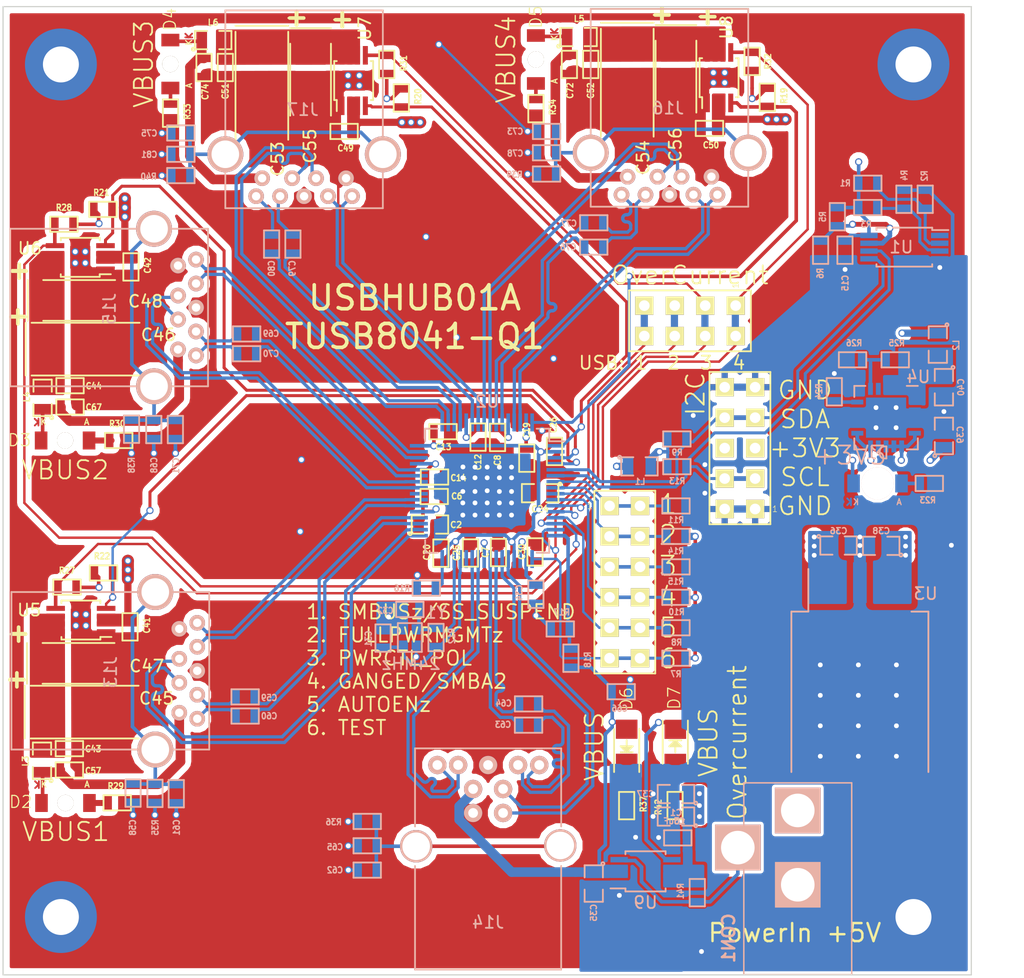
<source format=kicad_pcb>
(kicad_pcb (version 20170123) (host pcbnew "(2017-08-08 revision 53204e097)-makepkg")
  (layers (0 F.Cu signal) (1 In1.Cu signal) (2 In2.Cu signal) (31 B.Cu signal) (34 B.Paste user) (35 F.Paste user) (36 B.SilkS user hide) (37 F.SilkS user) (38 B.Mask user) (39 F.Mask user) (44 Edge.Cuts user))
  (net 0 "")
  (net 1 /IO3V3)
  (net 2 GND)
  (net 3 /IO1V1)
  (net 4 +3V3)
  (net 5 "Net-(C31-Pad1)")
  (net 6 "Net-(C32-Pad1)")
  (net 7 "Net-(C34-Pad1)")
  (net 8 +5V)
  (net 9 +1V1)
  (net 10 "Net-(C58-Pad1)")
  (net 11 "Net-(C62-Pad1)")
  (net 12 "Net-(C68-Pad1)")
  (net 13 "Net-(C73-Pad1)")
  (net 14 "Net-(C75-Pad1)")
  (net 15 "Net-(D1-Pad2)")
  (net 16 "Net-(D2-Pad1)")
  (net 17 "Net-(D3-Pad1)")
  (net 18 "Net-(D4-Pad1)")
  (net 19 "Net-(D5-Pad1)")
  (net 20 "Net-(D6-Pad1)")
  (net 21 /TEST_TRSTZ)
  (net 22 /PWRCTL_POL_TDO)
  (net 23 /GANGED_SMBA2_SH_UP)
  (net 24 /FULLPWRMGMTZ_SMBA1)
  (net 25 /SMBUSZ_SS_SUS)
  (net 26 /AUTOENZ_HS_SUS)
  (net 27 /SCL)
  (net 28 /SDA)
  (net 29 "Net-(R1-Pad2)")
  (net 30 "Net-(R3-Pad2)")
  (net 31 "Net-(R5-Pad2)")
  (net 32 "Net-(R16-Pad1)")
  (net 33 "Net-(R17-Pad1)")
  (net 34 "Net-(R24-Pad1)")
  (net 35 "Net-(R25-Pad2)")
  (net 36 /DN2_VBUS)
  (net 37 /DN1_VBUS)
  (net 38 /DN3_VBUS)
  (net 39 /DN4_VBUS)
  (net 40 /USB_SSTXM_DN1+)
  (net 41 /USB_SSTXM_DN1-)
  (net 42 /USB_SSTXM_UP+)
  (net 43 /USB_SSTXM_UP-)
  (net 44 /USB_VBUS_UP)
  (net 45 /USB_SSTXM_DN2+)
  (net 46 /USB_SSTXM_DN2-)
  (net 47 /USB_SSTXM_DN4+)
  (net 48 /USB_SSTXM_DN4-)
  (net 49 /USB_SSTXM_DN3+)
  (net 50 /USB_SSTXM_DN3-)
  (net 51 /OVERCUR1Z_TDI)
  (net 52 /OVERCUR2Z_TMS)
  (net 53 /OVERCUR3Z_TCK)
  (net 54 /USB_SSRXM_DN1-)
  (net 55 /USB_SSRXM_DN1+)
  (net 56 /USB_DM_DN1-)
  (net 57 /USB_DM_DN1+)
  (net 58 /USB_SSRXM_UP+)
  (net 59 /USB_SSRXM_UP-)
  (net 60 /USB_DM_UP+)
  (net 61 /USB_DM_UP-)
  (net 62 /USB_SSRXM_DN2-)
  (net 63 /USB_SSRXM_DN2+)
  (net 64 /USB_DM_DN2-)
  (net 65 /USB_DM_DN2+)
  (net 66 /USB_SSRXM_DN4-)
  (net 67 /USB_SSRXM_DN4+)
  (net 68 /USB_DM_DN4-)
  (net 69 /USB_DM_DN4+)
  (net 70 /USB_SSRXM_DN3-)
  (net 71 /USB_SSRXM_DN3+)
  (net 72 /USB_DM_DN3-)
  (net 73 /USB_DM_DN3+)
  (net 74 /PWRON4_BATEN4)
  (net 75 /PWRON3_BATEN3)
  (net 76 /PWRON2_BATEN2)
  (net 77 /PWRON1_BATEN1)
  (net 78 /OVERCUR4Z)
  (net 79 /USBPORT/DN1+)
  (net 80 /USBPORT/DN1-)
  (net 81 /USBPORT/SSTX_N)
  (net 82 /USBPORT/SSTX_P)
  (net 83 /USBPORT/DN2+)
  (net 84 /USBPORT/DN2-)
  (net 85 /USBPORT/DN4+)
  (net 86 /USBPORT/DN4-)
  (net 87 /USBPORT/DN3+)
  (net 88 /USBPORT/DN3-)
  (net 89 /VBUS1)
  (net 90 /VBUS2)
  (net 91 /VBUS4)
  (net 92 /VBUS3)
  (net 93 "Net-(U1-Pad1)")
  (net 94 "Net-(U2-Pad28)")
  (net 95 "Net-(U2-Pad40)")
  (net 96 "Net-(U4-Pad9)")
  (net 97 "Net-(U4-Pad17)")
  (net 98 "Net-(CON1-Pad3)")
  (net 99 "Net-(D7-Pad1)")
  (net 100 "Net-(D7-Pad2)")
  (module LEDs:LED_1206 (layer F.Cu) (at 163.013206 122.92274 270)
    (fp_text reference D7 (at -4.02534 0.097606 270) (layer F.SilkS) (effects (font (thickness 0.1))))
    (fp_text value LED hide)
    (pad 1 smd rect (at -1.41986 0 90) (size 1.59766 1.80086) (layers F.Cu F.Paste F.Mask) (net 99 "Net-(D7-Pad1)"))
    (pad 2 smd rect (at 1.41986 0 90) (size 1.59766 1.80086) (layers F.Cu F.Paste F.Mask) (net 100 "Net-(D7-Pad2)"))
  )
  (module LEDs:LED_1206 (layer F.Cu) (at 158.956074 122.915662 90)
    (fp_text reference D6 (at 3.967462 -0.028274 90) (layer F.SilkS) (effects (font (thickness 0.1))))
    (fp_text value VBUS-UP)
    (pad 1 smd rect (at -1.41986 0 270) (size 1.59766 1.80086) (layers F.Cu F.Paste F.Mask) (net 20 "Net-(D6-Pad1)"))
    (pad 2 smd rect (at 1.41986 0 270) (size 1.59766 1.80086) (layers F.Cu F.Paste F.Mask) (net 44 /USB_VBUS_UP))
  )
  (module Mlab_D:LED_1206 (layer B.Cu) (at 179.8828 100.9904 180)
    (fp_text reference D1 (at 0 2.54 180) (layer B.SilkS) (effects (justify mirror)))
    (fp_text value +3V3 (at 2.286 2.3368 180) (layer B.SilkS))
    (fp_text user K (at 1.80086 -1.5494 180) (layer B.SilkS) (effects (font (size 0.50038 0.50038) (thickness 0.09906)) (justify mirror)))
    (fp_text user A (at -1.80086 -1.5494 180) (layer B.SilkS) (effects (font (size 0.50038 0.50038) (thickness 0.09906)) (justify mirror)))
    (fp_line (start 2.2225 -1.24968) (end 2.21742 -1.81864) (layer B.Cu) (width 0.15))
    (fp_line (start 2.25298 -1.52146) (end 2.5273 -1.24968) (layer B.Cu) (width 0.15))
    (fp_line (start 2.21488 -1.50622) (end 2.53492 -1.81102) (layer B.Cu) (width 0.15))
    (pad "" np_thru_hole circle (at 0 0 180) (size 2.7 2.7) (drill 2.7) (layers *.Cu *.Mask B.SilkS))
    (pad 1 smd rect (at 2 0 180) (size 1.05 1.5) (layers B.Cu B.Paste B.Mask) (net 4 +3V3))
    (pad 2 smd rect (at -2 0 180) (size 1.05 1.5) (layers B.Cu B.Paste B.Mask) (net 15 "Net-(D1-Pad2)"))
  )
  (module Mlab_Con:DC2,1MM (layer B.Cu) (at 173.228 132.08 270)
    (fp_text reference CON1 (at 6.8453 5.7658 270) (layer B.SilkS) (effects (font (size 1.016 1.016) (thickness 0.2032)) (justify mirror)))
    (fp_text value "PowerIn +5V" (at 6.4008 0.254) (layer F.SilkS) (effects (font (size 1.5 1.5) (thickness 0.2032))))
    (pad 2 thru_hole rect (at 2.39 0 270) (size 3.81 3.81) (drill 2.8) (layers *.Cu *.Mask B.SilkS) (net 2 GND))
    (pad 1 thru_hole rect (at -3.81 0 270) (size 3.81 3.81) (drill 2.8) (layers *.Cu *.Mask B.SilkS) (net 8 +5V))
    (pad 3 thru_hole rect (at -0.71 5 270) (size 3.81 3.81) (drill 2.8) (layers *.Cu *.Mask B.SilkS) (net 98 "Net-(CON1-Pad3)"))
  )
  (module Crystals:NX2016HA (layer B.Cu) (at 140.8684 113.8428 270)
    (fp_text reference Y1 (at -2.0828 -2.1844) (layer B.SilkS) (effects (justify mirror)))
    (fp_text value 24MHz (at 2.1844 -0.1016) (layer B.SilkS) (effects (justify mirror)))
    (pad 1 smd rect (at -0.675 -0.525 270) (size 0.85 0.75) (layers B.Cu B.Paste B.Mask) (net 6 "Net-(C32-Pad1)"))
    (pad 2 smd rect (at 0.675 -0.525 270) (size 0.85 0.75) (layers B.Cu B.Paste B.Mask) (net 2 GND))
    (pad 3 smd rect (at 0.675 0.525 270) (size 0.85 0.75) (layers B.Cu B.Paste B.Mask) (net 5 "Net-(C31-Pad1)"))
    (pad 4 smd rect (at -0.675 0.525 270) (size 0.85 0.75) (layers B.Cu B.Paste B.Mask) (net 2 GND))
  )
  (module Mlab_IO:HTQFP-64_10x10mm_Pitch0.5mm (layer B.Cu) (at 147.32 101.6 180)
    (fp_text reference U2 (at 0 7.45 180) (layer B.SilkS) (effects (justify mirror)))
    (fp_text value TUSB8041IPAPRQ1)
    (pad 65 smd rect (at 0 0 90) (size 5 5) (layers B.Cu B.Paste B.Mask) (net 2 GND))
    (pad 1 smd rect (at -5.7 3.75 180) (size 1.5 0.3) (layers B.Cu B.Paste B.Mask) (net 75 /PWRON3_BATEN3))
    (pad 2 smd rect (at -5.7 3.25 180) (size 1.5 0.3) (layers B.Cu B.Paste B.Mask) (net 1 /IO3V3))
    (pad 3 smd rect (at -5.7 2.75 180) (size 1.5 0.3) (layers B.Cu B.Paste B.Mask) (net 76 /PWRON2_BATEN2))
    (pad 4 smd rect (at -5.7 2.25 180) (size 1.5 0.3) (layers B.Cu B.Paste B.Mask) (net 77 /PWRON1_BATEN1))
    (pad 5 smd rect (at -5.7 1.75 180) (size 1.5 0.3) (layers B.Cu B.Paste B.Mask) (net 28 /SDA))
    (pad 6 smd rect (at -5.7 1.25 180) (size 1.5 0.3) (layers B.Cu B.Paste B.Mask) (net 27 /SCL))
    (pad 7 smd rect (at -5.7 0.75 180) (size 1.5 0.3) (layers B.Cu B.Paste B.Mask) (net 25 /SMBUSZ_SS_SUS))
    (pad 8 smd rect (at -5.7 0.25 180) (size 1.5 0.3) (layers B.Cu B.Paste B.Mask) (net 24 /FULLPWRMGMTZ_SMBA1))
    (pad 9 smd rect (at -5.7 -0.25 180) (size 1.5 0.3) (layers B.Cu B.Paste B.Mask) (net 22 /PWRCTL_POL_TDO))
    (pad 10 smd rect (at -5.7 -0.75 180) (size 1.5 0.3) (layers B.Cu B.Paste B.Mask) (net 23 /GANGED_SMBA2_SH_UP))
    (pad 11 smd rect (at -5.7 -1.25 180) (size 1.5 0.3) (layers B.Cu B.Paste B.Mask) (net 78 /OVERCUR4Z))
    (pad 12 smd rect (at -5.7 -1.75 180) (size 1.5 0.3) (layers B.Cu B.Paste B.Mask) (net 53 /OVERCUR3Z_TCK))
    (pad 13 smd rect (at -5.7 -2.25 180) (size 1.5 0.3) (layers B.Cu B.Paste B.Mask) (net 26 /AUTOENZ_HS_SUS))
    (pad 14 smd rect (at -5.7 -2.75 180) (size 1.5 0.3) (layers B.Cu B.Paste B.Mask) (net 51 /OVERCUR1Z_TDI))
    (pad 15 smd rect (at -5.7 -3.25 180) (size 1.5 0.3) (layers B.Cu B.Paste B.Mask) (net 52 /OVERCUR2Z_TMS))
    (pad 16 smd rect (at -5.7 -3.75 180) (size 1.5 0.3) (layers B.Cu B.Paste B.Mask) (net 33 "Net-(R17-Pad1)"))
    (pad 17 smd rect (at -3.75 -5.7 90) (size 1.5 0.3) (layers B.Cu B.Paste B.Mask) (net 21 /TEST_TRSTZ))
    (pad 18 smd rect (at -3.25 -5.7 90) (size 1.5 0.3) (layers B.Cu B.Paste B.Mask) (net 7 "Net-(C34-Pad1)"))
    (pad 19 smd rect (at -2.75 -5.7 90) (size 1.5 0.3) (layers B.Cu B.Paste B.Mask) (net 3 /IO1V1))
    (pad 20 smd rect (at -2.25 -5.7 90) (size 1.5 0.3) (layers B.Cu B.Paste B.Mask) (net 1 /IO3V3))
    (pad 21 smd rect (at -1.75 -5.7 90) (size 1.5 0.3) (layers B.Cu B.Paste B.Mask) (net 60 /USB_DM_UP+))
    (pad 22 smd rect (at -1.25 -5.7 90) (size 1.5 0.3) (layers B.Cu B.Paste B.Mask) (net 61 /USB_DM_UP-))
    (pad 23 smd rect (at -0.75 -5.7 90) (size 1.5 0.3) (layers B.Cu B.Paste B.Mask) (net 42 /USB_SSTXM_UP+))
    (pad 24 smd rect (at -0.25 -5.7 90) (size 1.5 0.3) (layers B.Cu B.Paste B.Mask) (net 43 /USB_SSTXM_UP-))
    (pad 25 smd rect (at 0.25 -5.7 90) (size 1.5 0.3) (layers B.Cu B.Paste B.Mask) (net 3 /IO1V1))
    (pad 26 smd rect (at 0.75 -5.7 90) (size 1.5 0.3) (layers B.Cu B.Paste B.Mask) (net 58 /USB_SSRXM_UP+))
    (pad 27 smd rect (at 1.25 -5.7 90) (size 1.5 0.3) (layers B.Cu B.Paste B.Mask) (net 59 /USB_SSRXM_UP-))
    (pad 28 smd rect (at 1.75 -5.7 90) (size 1.5 0.3) (layers B.Cu B.Paste B.Mask) (net 94 "Net-(U2-Pad28)"))
    (pad 29 smd rect (at 2.25 -5.7 90) (size 1.5 0.3) (layers B.Cu B.Paste B.Mask) (net 5 "Net-(C31-Pad1)"))
    (pad 30 smd rect (at 2.75 -5.7 90) (size 1.5 0.3) (layers B.Cu B.Paste B.Mask) (net 6 "Net-(C32-Pad1)"))
    (pad 31 smd rect (at 3.25 -5.7 90) (size 1.5 0.3) (layers B.Cu B.Paste B.Mask) (net 1 /IO3V3))
    (pad 32 smd rect (at 3.75 -5.7 90) (size 1.5 0.3) (layers B.Cu B.Paste B.Mask) (net 32 "Net-(R16-Pad1)"))
    (pad 33 smd rect (at 5.7 -3.75 180) (size 1.5 0.3) (layers B.Cu B.Paste B.Mask) (net 57 /USB_DM_DN1+))
    (pad 34 smd rect (at 5.7 -3.25 180) (size 1.5 0.3) (layers B.Cu B.Paste B.Mask) (net 56 /USB_DM_DN1-))
    (pad 35 smd rect (at 5.7 -2.75 180) (size 1.5 0.3) (layers B.Cu B.Paste B.Mask) (net 40 /USB_SSTXM_DN1+))
    (pad 36 smd rect (at 5.7 -2.25 180) (size 1.5 0.3) (layers B.Cu B.Paste B.Mask) (net 41 /USB_SSTXM_DN1-))
    (pad 37 smd rect (at 5.7 -1.75 180) (size 1.5 0.3) (layers B.Cu B.Paste B.Mask) (net 3 /IO1V1))
    (pad 38 smd rect (at 5.7 -1.25 180) (size 1.5 0.3) (layers B.Cu B.Paste B.Mask) (net 55 /USB_SSRXM_DN1+))
    (pad 39 smd rect (at 5.7 -0.75 180) (size 1.5 0.3) (layers B.Cu B.Paste B.Mask) (net 54 /USB_SSRXM_DN1-))
    (pad 40 smd rect (at 5.7 -0.25 180) (size 1.5 0.3) (layers B.Cu B.Paste B.Mask) (net 95 "Net-(U2-Pad40)"))
    (pad 41 smd rect (at 5.7 0.25 180) (size 1.5 0.3) (layers B.Cu B.Paste B.Mask) (net 65 /USB_DM_DN2+))
    (pad 42 smd rect (at 5.7 0.75 180) (size 1.5 0.3) (layers B.Cu B.Paste B.Mask) (net 64 /USB_DM_DN2-))
    (pad 43 smd rect (at 5.7 1.25 180) (size 1.5 0.3) (layers B.Cu B.Paste B.Mask) (net 45 /USB_SSTXM_DN2+))
    (pad 44 smd rect (at 5.7 1.75 180) (size 1.5 0.3) (layers B.Cu B.Paste B.Mask) (net 46 /USB_SSTXM_DN2-))
    (pad 45 smd rect (at 5.7 2.25 180) (size 1.5 0.3) (layers B.Cu B.Paste B.Mask) (net 3 /IO1V1))
    (pad 46 smd rect (at 5.7 2.75 180) (size 1.5 0.3) (layers B.Cu B.Paste B.Mask) (net 63 /USB_SSRXM_DN2+))
    (pad 47 smd rect (at 5.7 3.25 180) (size 1.5 0.3) (layers B.Cu B.Paste B.Mask) (net 62 /USB_SSRXM_DN2-))
    (pad 48 smd rect (at 5.7 3.75 180) (size 1.5 0.3) (layers B.Cu B.Paste B.Mask) (net 1 /IO3V3))
    (pad 49 smd rect (at 3.75 5.7 90) (size 1.5 0.3) (layers B.Cu B.Paste B.Mask) (net 73 /USB_DM_DN3+))
    (pad 50 smd rect (at 3.25 5.7 90) (size 1.5 0.3) (layers B.Cu B.Paste B.Mask) (net 72 /USB_DM_DN3-))
    (pad 51 smd rect (at 2.75 5.7 90) (size 1.5 0.3) (layers B.Cu B.Paste B.Mask) (net 49 /USB_SSTXM_DN3+))
    (pad 52 smd rect (at 2.25 5.7 90) (size 1.5 0.3) (layers B.Cu B.Paste B.Mask) (net 50 /USB_SSTXM_DN3-))
    (pad 53 smd rect (at 1.75 5.7 90) (size 1.5 0.3) (layers B.Cu B.Paste B.Mask) (net 3 /IO1V1))
    (pad 54 smd rect (at 1.25 5.7 90) (size 1.5 0.3) (layers B.Cu B.Paste B.Mask) (net 71 /USB_SSRXM_DN3+))
    (pad 55 smd rect (at 0.75 5.7 90) (size 1.5 0.3) (layers B.Cu B.Paste B.Mask) (net 70 /USB_SSRXM_DN3-))
    (pad 56 smd rect (at 0.25 5.7 90) (size 1.5 0.3) (layers B.Cu B.Paste B.Mask) (net 69 /USB_DM_DN4+))
    (pad 57 smd rect (at -0.25 5.7 90) (size 1.5 0.3) (layers B.Cu B.Paste B.Mask) (net 68 /USB_DM_DN4-))
    (pad 58 smd rect (at -0.75 5.7 90) (size 1.5 0.3) (layers B.Cu B.Paste B.Mask) (net 47 /USB_SSTXM_DN4+))
    (pad 59 smd rect (at -1.25 5.7 90) (size 1.5 0.3) (layers B.Cu B.Paste B.Mask) (net 48 /USB_SSTXM_DN4-))
    (pad 60 smd rect (at -1.75 5.7 90) (size 1.5 0.3) (layers B.Cu B.Paste B.Mask) (net 3 /IO1V1))
    (pad 61 smd rect (at -2.25 5.7 90) (size 1.5 0.3) (layers B.Cu B.Paste B.Mask) (net 67 /USB_SSRXM_DN4+))
    (pad 62 smd rect (at -2.75 5.7 90) (size 1.5 0.3) (layers B.Cu B.Paste B.Mask) (net 66 /USB_SSRXM_DN4-))
    (pad 63 smd rect (at -3.25 5.7 90) (size 1.5 0.3) (layers B.Cu B.Paste B.Mask) (net 3 /IO1V1))
    (pad 64 smd rect (at -3.75 5.7 90) (size 1.5 0.3) (layers B.Cu B.Paste B.Mask) (net 74 /PWRON4_BATEN4))
  )
  (module Mlab_Con:USB3_0_B (layer B.Cu) (at 153.416 131.191 180)
    (fp_text reference J14 (at 6.0198 -6.4145 180) (layer B.SilkS) (effects (justify mirror)))
    (fp_text value USB3_B)
    (pad 5 thru_hole circle (at 1.75 6.71) (size 1.524 1.524) (drill 0.8128) (layers *.Cu *.Mask B.SilkS) (net 81 /USBPORT/SSTX_N))
    (pad 6 thru_hole circle (at 3.52 6.71) (size 1.524 1.524) (drill 0.8128) (layers *.Cu *.Mask B.SilkS) (net 82 /USBPORT/SSTX_P))
    (pad 7 thru_hole circle (at 6.02 6.71) (size 1.524 1.524) (drill 0.8128) (layers *.Cu *.Mask B.SilkS) (net 2 GND))
    (pad 8 thru_hole circle (at 8.52 6.71) (size 1.524 1.524) (drill 0.8128) (layers *.Cu *.Mask B.SilkS) (net 59 /USB_SSRXM_UP-))
    (pad 9 thru_hole circle (at 10.25 6.71) (size 1.524 1.524) (drill 0.8128) (layers *.Cu *.Mask B.SilkS) (net 58 /USB_SSRXM_UP+))
    (pad 2 thru_hole circle (at 4.77 4.71) (size 1.524 1.524) (drill 0.8128) (layers *.Cu *.Mask B.SilkS) (net 61 /USB_DM_UP-))
    (pad 1 thru_hole circle (at 7.27 4.71) (size 1.524 1.524) (drill 0.8128) (layers *.Cu *.Mask B.SilkS) (net 44 /USB_VBUS_UP))
    (pad 4 thru_hole circle (at 7.27 2.71) (size 1.524 1.524) (drill 0.8128) (layers *.Cu *.Mask B.SilkS) (net 2 GND))
    (pad 3 thru_hole circle (at 4.77 2.71) (size 1.524 1.524) (drill 0.8128) (layers *.Cu *.Mask B.SilkS) (net 60 /USB_DM_UP+))
    (pad 10 thru_hole circle (at 0 0) (size 2.70002 2.70002) (drill 2.30124) (layers *.Cu *.Mask B.SilkS) (net 11 "Net-(C62-Pad1)"))
    (pad 10 thru_hole circle (at 12.01928 -0.0645) (size 2.70002 2.70002) (drill 2.30124) (layers *.Cu *.Mask B.SilkS) (net 11 "Net-(C62-Pad1)"))
  )
  (module Mlab_R:SMD-0805 (layer F.Cu) (at 142.5448 104.4194)
    (fp_text reference C2 (at 2.1844 0.0254) (layer F.SilkS) (effects (font (size 0.50038 0.50038) (thickness 0.10922))))
    (fp_text value 10uF hide)
    (pad 1 smd rect (at -0.9525 0) (size 0.889 1.397) (layers F.Cu F.Paste F.Mask) (net 3 /IO1V1))
    (pad 2 smd rect (at 0.9525 0) (size 0.889 1.397) (layers F.Cu F.Paste F.Mask) (net 2 GND))
  )
  (module Mlab_R:SMD-0805 (layer B.Cu) (at 156.21 134.366 270)
    (fp_text reference C35 (at 2.4384 0 270) (layer B.SilkS) (effects (font (size 0.50038 0.50038) (thickness 0.10922)) (justify mirror)))
    (fp_text value 1uF hide)
    (pad 1 smd rect (at -0.9525 0 270) (size 0.889 1.397) (layers B.Cu B.Paste B.Mask) (net 44 /USB_VBUS_UP))
    (pad 2 smd rect (at 0.9525 0 270) (size 0.889 1.397) (layers B.Cu B.Paste B.Mask) (net 2 GND))
  )
  (module Mlab_R:SMD-0805 (layer B.Cu) (at 176.6316 106.172)
    (fp_text reference C36 (at 0 -1.2192) (layer B.SilkS) (effects (font (size 0.50038 0.50038) (thickness 0.10922)) (justify mirror)))
    (fp_text value 10uF hide)
    (pad 1 smd rect (at -0.9525 0) (size 0.889 1.397) (layers B.Cu B.Paste B.Mask) (net 8 +5V))
    (pad 2 smd rect (at 0.9525 0) (size 0.889 1.397) (layers B.Cu B.Paste B.Mask) (net 2 GND))
  )
  (module Mlab_R:SMD-0805 (layer B.Cu) (at 163.068 126.8984 180)
    (fp_text reference C37 (at 2.54 0 180) (layer B.SilkS) (effects (font (size 0.50038 0.50038) (thickness 0.10922)) (justify mirror)))
    (fp_text value 10uF hide)
    (pad 1 smd rect (at -0.9525 0 180) (size 0.889 1.397) (layers B.Cu B.Paste B.Mask) (net 8 +5V))
    (pad 2 smd rect (at 0.9525 0 180) (size 0.889 1.397) (layers B.Cu B.Paste B.Mask) (net 2 GND))
  )
  (module Mlab_R:SMD-0805 (layer B.Cu) (at 180.1876 106.1974 180)
    (fp_text reference C38 (at 0 1.2446 180) (layer B.SilkS) (effects (font (size 0.50038 0.50038) (thickness 0.10922)) (justify mirror)))
    (fp_text value 10uF hide)
    (pad 1 smd rect (at -0.9525 0 180) (size 0.889 1.397) (layers B.Cu B.Paste B.Mask) (net 4 +3V3))
    (pad 2 smd rect (at 0.9525 0 180) (size 0.889 1.397) (layers B.Cu B.Paste B.Mask) (net 2 GND))
  )
  (module Mlab_R:SMD-0805 (layer B.Cu) (at 185.42 97.028 90)
    (fp_text reference C39 (at 0.1016 1.3716 90) (layer B.SilkS) (effects (font (size 0.50038 0.50038) (thickness 0.10922)) (justify mirror)))
    (fp_text value 10uF hide)
    (pad 1 smd rect (at -0.9525 0 90) (size 0.889 1.397) (layers B.Cu B.Paste B.Mask) (net 4 +3V3))
    (pad 2 smd rect (at 0.9525 0 90) (size 0.889 1.397) (layers B.Cu B.Paste B.Mask) (net 2 GND))
  )
  (module Mlab_R:SMD-0805 (layer B.Cu) (at 185.42 92.964 270)
    (fp_text reference C40 (at 0 -1.4224 270) (layer B.SilkS) (effects (font (size 0.50038 0.50038) (thickness 0.10922)) (justify mirror)))
    (fp_text value 10uF hide)
    (pad 1 smd rect (at -0.9525 0 270) (size 0.889 1.397) (layers B.Cu B.Paste B.Mask) (net 9 +1V1))
    (pad 2 smd rect (at 0.9525 0 270) (size 0.889 1.397) (layers B.Cu B.Paste B.Mask) (net 2 GND))
  )
  (module Mlab_C:TantalC_SizeD_Reflow (layer F.Cu) (at 113.738883 120.066011)
    (fp_text reference C45 (at 5.996717 -1.143211) (layer F.SilkS))
    (fp_text value 100uF hide)
    (fp_text user + (at -5.6515 -2.79908) (layer F.SilkS) (effects (font (thickness 0.3048))))
    (pad 2 smd rect (at 3.175 0) (size 2.55016 2.70002) (layers F.Cu F.Paste F.Mask) (net 2 GND))
    (pad 1 smd rect (at -3.175 0) (size 2.55016 2.70002) (layers F.Cu F.Paste F.Mask) (net 37 /DN1_VBUS))
  )
  (module Mlab_C:TantalC_SizeD_Reflow (layer F.Cu) (at 113.8174 89.789)
    (fp_text reference C46 (at 6.0706 -1.1938) (layer F.SilkS))
    (fp_text value 100uF hide)
    (fp_text user + (at -5.6515 -2.79908) (layer F.SilkS) (effects (font (thickness 0.3048))))
    (pad 2 smd rect (at 3.175 0) (size 2.55016 2.70002) (layers F.Cu F.Paste F.Mask) (net 2 GND))
    (pad 1 smd rect (at -3.175 0) (size 2.55016 2.70002) (layers F.Cu F.Paste F.Mask) (net 36 /DN2_VBUS))
  )
  (module Mlab_C:TantalC_SizeC_Reflow (layer F.Cu) (at 113.230883 116.002011)
    (fp_text reference C47 (at 5.691917 0.228389) (layer F.SilkS))
    (fp_text value 47uF hide)
    (fp_text user + (at -4.99872 -2.55016) (layer F.SilkS) (effects (font (thickness 0.3048))))
    (pad 2 smd rect (at 2.52476 0) (size 2.55016 2.49936) (layers F.Cu F.Paste F.Mask) (net 2 GND))
    (pad 1 smd rect (at -2.52476 0) (size 2.55016 2.49936) (layers F.Cu F.Paste F.Mask) (net 37 /DN1_VBUS))
  )
  (module Mlab_C:TantalC_SizeC_Reflow (layer F.Cu) (at 113.284 85.725)
    (fp_text reference C48 (at 5.5372 0.0762) (layer F.SilkS))
    (fp_text value 47uF hide)
    (fp_text user + (at -4.99872 -2.55016) (layer F.SilkS) (effects (font (thickness 0.3048))))
    (pad 2 smd rect (at 2.52476 0) (size 2.55016 2.49936) (layers F.Cu F.Paste F.Mask) (net 2 GND))
    (pad 1 smd rect (at -2.52476 0) (size 2.55016 2.49936) (layers F.Cu F.Paste F.Mask) (net 36 /DN2_VBUS))
  )
  (module Mlab_C:TantalC_SizeD_Reflow (layer F.Cu) (at 128.524 67.818 270)
    (fp_text reference C53 (at 6.096 -1.3208 270) (layer F.SilkS))
    (fp_text value 100uF hide)
    (fp_text user + (at -5.6515 -2.79908 270) (layer F.SilkS) (effects (font (thickness 0.3048))))
    (pad 2 smd rect (at 3.175 0 270) (size 2.55016 2.70002) (layers F.Cu F.Paste F.Mask) (net 2 GND))
    (pad 1 smd rect (at -3.175 0 270) (size 2.55016 2.70002) (layers F.Cu F.Paste F.Mask) (net 38 /DN3_VBUS))
  )
  (module Mlab_C:TantalC_SizeD_Reflow (layer F.Cu) (at 159.004 67.564 270)
    (fp_text reference C54 (at 6.2484 -1.3208 270) (layer F.SilkS))
    (fp_text value 100uF hide)
    (fp_text user + (at -5.6515 -2.79908 270) (layer F.SilkS) (effects (font (thickness 0.3048))))
    (pad 2 smd rect (at 3.175 0 270) (size 2.55016 2.70002) (layers F.Cu F.Paste F.Mask) (net 2 GND))
    (pad 1 smd rect (at -3.175 0 270) (size 2.55016 2.70002) (layers F.Cu F.Paste F.Mask) (net 39 /DN4_VBUS))
  )
  (module Mlab_C:TantalC_SizeC_Reflow (layer F.Cu) (at 132.588 67.31 270)
    (fp_text reference C55 (at 5.5372 0.0508 270) (layer F.SilkS))
    (fp_text value 47uF hide)
    (fp_text user + (at -4.99872 -2.55016 270) (layer F.SilkS) (effects (font (thickness 0.3048))))
    (pad 2 smd rect (at 2.52476 0 270) (size 2.55016 2.49936) (layers F.Cu F.Paste F.Mask) (net 2 GND))
    (pad 1 smd rect (at -2.52476 0 270) (size 2.55016 2.49936) (layers F.Cu F.Paste F.Mask) (net 38 /DN3_VBUS))
  )
  (module Mlab_C:TantalC_SizeC_Reflow (layer F.Cu) (at 163.068 67.056 270)
    (fp_text reference C56 (at 5.6896 0.0508 270) (layer F.SilkS))
    (fp_text value 47uF hide)
    (fp_text user + (at -4.99872 -2.55016 270) (layer F.SilkS) (effects (font (thickness 0.3048))))
    (pad 2 smd rect (at 2.52476 0 270) (size 2.55016 2.49936) (layers F.Cu F.Paste F.Mask) (net 2 GND))
    (pad 1 smd rect (at -2.52476 0 270) (size 2.55016 2.49936) (layers F.Cu F.Paste F.Mask) (net 39 /DN4_VBUS))
  )
  (module Mlab_D:LED_1206 (layer F.Cu) (at 112.141 127.648 180)
    (fp_text reference D2 (at 3.7338 0.0892 180) (layer F.SilkS) (effects (font (thickness 0.1))))
    (fp_text value VBUS1 (at -0.0254 -2.4 180) (layer F.SilkS))
    (fp_line (start 2.21488 1.50622) (end 2.53492 1.81102) (layer F.Cu) (width 0.15))
    (fp_line (start 2.25298 1.52146) (end 2.5273 1.24968) (layer F.Cu) (width 0.15))
    (fp_line (start 2.2225 1.24968) (end 2.21742 1.81864) (layer F.Cu) (width 0.15))
    (fp_text user A (at -1.80086 1.5494 180) (layer F.SilkS) (effects (font (size 0.50038 0.50038) (thickness 0.09906))))
    (fp_text user K (at 1.80086 1.5494 180) (layer F.SilkS) (effects (font (size 0.50038 0.50038) (thickness 0.09906))))
    (pad 1 smd rect (at -2 0 180) (size 1.05 1.5) (layers F.Cu F.Paste F.Mask) (net 16 "Net-(D2-Pad1)"))
    (pad 2 smd rect (at 2 0 180) (size 1.05 1.5) (layers F.Cu F.Paste F.Mask) (net 89 /VBUS1))
    (pad "" thru_hole circle (at 0 0 180) (size 1.35 1.35) (drill 1.35) (layers *.Cu *.Mask F.SilkS))
  )
  (module Mlab_D:LED_1206 (layer F.Cu) (at 112.109 97.409 180)
    (fp_text reference D3 (at 3.8034 0.0254 180) (layer F.SilkS) (effects (font (thickness 0.1))))
    (fp_text value VBUS2 (at -0.0066 -2.4638 180) (layer F.SilkS))
    (fp_line (start 2.21488 1.50622) (end 2.53492 1.81102) (layer F.Cu) (width 0.15))
    (fp_line (start 2.25298 1.52146) (end 2.5273 1.24968) (layer F.Cu) (width 0.15))
    (fp_line (start 2.2225 1.24968) (end 2.21742 1.81864) (layer F.Cu) (width 0.15))
    (fp_text user A (at -1.80086 1.5494 180) (layer F.SilkS) (effects (font (size 0.50038 0.50038) (thickness 0.09906))))
    (fp_text user K (at 1.80086 1.5494 180) (layer F.SilkS) (effects (font (size 0.50038 0.50038) (thickness 0.09906))))
    (pad 1 smd rect (at -2 0 180) (size 1.05 1.5) (layers F.Cu F.Paste F.Mask) (net 17 "Net-(D3-Pad1)"))
    (pad 2 smd rect (at 2 0 180) (size 1.05 1.5) (layers F.Cu F.Paste F.Mask) (net 90 /VBUS2))
    (pad "" thru_hole circle (at 0 0 180) (size 1.35 1.35) (drill 1.35) (layers *.Cu *.Mask F.SilkS))
  )
  (module Mlab_D:LED_1206 (layer F.Cu) (at 120.891 66.005848 90)
    (fp_text reference D4 (at 3.725048 -0.0378 90) (layer F.SilkS) (effects (font (thickness 0.1))))
    (fp_text value VBUS3 (at 0 -2.2222 90) (layer F.SilkS))
    (fp_line (start 2.21488 1.50622) (end 2.53492 1.81102) (layer F.Cu) (width 0.15))
    (fp_line (start 2.25298 1.52146) (end 2.5273 1.24968) (layer F.Cu) (width 0.15))
    (fp_line (start 2.2225 1.24968) (end 2.21742 1.81864) (layer F.Cu) (width 0.15))
    (fp_text user A (at -1.80086 1.5494 90) (layer F.SilkS) (effects (font (size 0.50038 0.50038) (thickness 0.09906))))
    (fp_text user K (at 1.80086 1.5494 90) (layer F.SilkS) (effects (font (size 0.50038 0.50038) (thickness 0.09906))))
    (pad 1 smd rect (at -2 0 90) (size 1.05 1.5) (layers F.Cu F.Paste F.Mask) (net 18 "Net-(D4-Pad1)"))
    (pad 2 smd rect (at 2 0 90) (size 1.05 1.5) (layers F.Cu F.Paste F.Mask) (net 92 /VBUS3))
    (pad "" thru_hole circle (at 0 0 90) (size 1.35 1.35) (drill 1.35) (layers *.Cu *.Mask F.SilkS))
  )
  (module Mlab_D:LED_1206 (layer F.Cu) (at 151.384 65.627 90)
    (fp_text reference D5 (at 3.5494 0 90) (layer F.SilkS) (effects (font (thickness 0.1))))
    (fp_text value VBUS4 (at 0 -2.4892 90) (layer F.SilkS))
    (fp_line (start 2.21488 1.50622) (end 2.53492 1.81102) (layer F.Cu) (width 0.15))
    (fp_line (start 2.25298 1.52146) (end 2.5273 1.24968) (layer F.Cu) (width 0.15))
    (fp_line (start 2.2225 1.24968) (end 2.21742 1.81864) (layer F.Cu) (width 0.15))
    (fp_text user A (at -1.80086 1.5494 90) (layer F.SilkS) (effects (font (size 0.50038 0.50038) (thickness 0.09906))))
    (fp_text user K (at 1.80086 1.5494 90) (layer F.SilkS) (effects (font (size 0.50038 0.50038) (thickness 0.09906))))
    (pad 1 smd rect (at -2 0 90) (size 1.05 1.5) (layers F.Cu F.Paste F.Mask) (net 19 "Net-(D5-Pad1)"))
    (pad 2 smd rect (at 2 0 90) (size 1.05 1.5) (layers F.Cu F.Paste F.Mask) (net 91 /VBUS4))
    (pad "" thru_hole circle (at 0 0 90) (size 1.35 1.35) (drill 1.35) (layers *.Cu *.Mask F.SilkS))
  )
  (module Mlab_Pin_Headers:Straight_2x05 (layer F.Cu) (at 168.402 98.044 180)
    (fp_text reference J12 hide)
    (fp_text value I2C (at 3.7084 4.5212 90) (layer F.SilkS) (effects (font (size 1.5 1.5))))
    (fp_text user 1 (at -2.921 -5.08 180) (layer F.SilkS) (effects (font (size 0.5 0.5) (thickness 0.05))))
    (pad 1 thru_hole rect (at -1.27 -5.08 180) (size 1.524 1.524) (drill 0.889) (layers *.Cu *.Mask F.SilkS) (net 2 GND))
    (pad 2 thru_hole rect (at 1.27 -5.08 180) (size 1.524 1.524) (drill 0.889) (layers *.Cu *.Mask F.SilkS) (net 2 GND))
    (pad 3 thru_hole rect (at -1.27 -2.54 180) (size 1.524 1.524) (drill 0.889) (layers *.Cu *.Mask F.SilkS) (net 27 /SCL))
    (pad 4 thru_hole rect (at 1.27 -2.54 180) (size 1.524 1.524) (drill 0.889) (layers *.Cu *.Mask F.SilkS) (net 27 /SCL))
    (pad 5 thru_hole rect (at -1.27 0 180) (size 1.524 1.524) (drill 0.889) (layers *.Cu *.Mask F.SilkS) (net 4 +3V3))
    (pad 6 thru_hole rect (at 1.27 0 180) (size 1.524 1.524) (drill 0.889) (layers *.Cu *.Mask F.SilkS) (net 4 +3V3))
    (pad 7 thru_hole rect (at -1.27 2.54 180) (size 1.524 1.524) (drill 0.889) (layers *.Cu *.Mask F.SilkS) (net 28 /SDA))
    (pad 8 thru_hole rect (at 1.27 2.54 180) (size 1.524 1.524) (drill 0.889) (layers *.Cu *.Mask F.SilkS) (net 28 /SDA))
    (pad 9 thru_hole rect (at -1.27 5.08 180) (size 1.524 1.524) (drill 0.889) (layers *.Cu *.Mask F.SilkS) (net 2 GND))
    (pad 10 thru_hole rect (at 1.27 5.08 180) (size 1.524 1.524) (drill 0.889) (layers *.Cu *.Mask F.SilkS) (net 2 GND))
  )
  (module Mlab_R:SMD-0805 (layer F.Cu) (at 110.182883 124.130011 90)
    (fp_text reference L3 (at -0.025189 -1.369283 90) (layer F.SilkS) (effects (font (size 0.50038 0.50038) (thickness 0.10922))))
    (fp_text value BLM21PG300SN1D hide)
    (pad 1 smd rect (at -0.9525 0 90) (size 0.889 1.397) (layers F.Cu F.Paste F.Mask) (net 89 /VBUS1))
    (pad 2 smd rect (at 0.9525 0 90) (size 0.889 1.397) (layers F.Cu F.Paste F.Mask) (net 37 /DN1_VBUS))
  )
  (module Mlab_R:SMD-0805 (layer F.Cu) (at 110.236 93.853 90)
    (fp_text reference L4 (at 0.0762 -1.3208 90) (layer F.SilkS) (effects (font (size 0.50038 0.50038) (thickness 0.10922))))
    (fp_text value BLM21PG300SN1D hide)
    (pad 1 smd rect (at -0.9525 0 90) (size 0.889 1.397) (layers F.Cu F.Paste F.Mask) (net 90 /VBUS2))
    (pad 2 smd rect (at 0.9525 0 90) (size 0.889 1.397) (layers F.Cu F.Paste F.Mask) (net 36 /DN2_VBUS))
  )
  (module Mlab_R:SMD-0805 (layer F.Cu) (at 154.94 63.754)
    (fp_text reference L5 (at 0.0508 -1.524) (layer F.SilkS) (effects (font (size 0.50038 0.50038) (thickness 0.10922))))
    (fp_text value BLM21PG300SN1D hide)
    (pad 1 smd rect (at -0.9525 0) (size 0.889 1.397) (layers F.Cu F.Paste F.Mask) (net 91 /VBUS4))
    (pad 2 smd rect (at 0.9525 0) (size 0.889 1.397) (layers F.Cu F.Paste F.Mask) (net 39 /DN4_VBUS))
  )
  (module Mlab_R:SMD-0805 (layer F.Cu) (at 124.46 64.008)
    (fp_text reference L6 (at 0 -1.4732) (layer F.SilkS) (effects (font (size 0.50038 0.50038) (thickness 0.10922))))
    (fp_text value BLM21PG300SN1D hide)
    (pad 1 smd rect (at -0.9525 0) (size 0.889 1.397) (layers F.Cu F.Paste F.Mask) (net 92 /VBUS3))
    (pad 2 smd rect (at 0.9525 0) (size 0.889 1.397) (layers F.Cu F.Paste F.Mask) (net 38 /DN3_VBUS))
  )
  (module Mlab_Mechanical:MountingHole_3mm (layer F.Cu) (at 182.88 66.04)
    (fp_text reference M1 hide)
    (fp_text value HOLE hide)
    (pad 1 thru_hole circle (at 0 0) (size 6 6) (drill 3) (layers *.Cu *.Adhes *.Mask) (net 2 GND) (clearance 1))
  )
  (module Mlab_Mechanical:MountingHole_3mm (layer F.Cu) (at 182.88 137.16)
    (fp_text reference M2 hide)
    (fp_text value HOLE hide)
    (pad 1 thru_hole circle (at 0 0) (size 6 6) (drill 3) (layers *.Cu *.Adhes *.Mask) (net 2 GND) (clearance 1))
  )
  (module Mlab_Mechanical:MountingHole_3mm (layer F.Cu) (at 111.76 66.04)
    (fp_text reference M3 hide)
    (fp_text value HOLE hide)
    (pad 1 thru_hole circle (at 0 0) (size 6 6) (drill 3) (layers *.Cu *.Adhes *.Mask) (net 2 GND) (clearance 1))
  )
  (module Mlab_Mechanical:MountingHole_3mm (layer F.Cu) (at 111.76 137.16)
    (fp_text reference M4 hide)
    (fp_text value HOLE hide)
    (pad 1 thru_hole circle (at 0 0) (size 6 6) (drill 3) (layers *.Cu *.Adhes *.Mask) (net 2 GND) (clearance 1))
  )
  (module Mlab_T:TO-263-5 (layer B.Cu) (at 178.4096 109.2708)
    (fp_text reference U3 (at 5.4864 0.9144) (layer B.SilkS) (effects (justify mirror)))
    (fp_text value TPS7A4533KTTR)
    (pad 2 smd rect (at -1.69926 0) (size 1.143 3.4) (layers B.Cu B.Paste B.Mask) (net 8 +5V))
    (pad 3 smd rect (at 0 10.795) (size 10.80008 9.99998) (layers B.Cu B.Paste B.Mask) (net 2 GND))
    (pad 4 smd rect (at 1.69926 0) (size 1.143 3.4) (layers B.Cu B.Paste B.Mask) (net 4 +3V3))
    (pad 3 smd rect (at 0 0) (size 1.143 3.4) (layers B.Cu B.Paste B.Mask) (net 2 GND))
    (pad 1 smd rect (at -3.40106 0) (size 1.143 3.4) (layers B.Cu B.Paste B.Mask) (net 8 +5V))
    (pad 5 smd rect (at 3.40106 0) (size 1.143 3.4) (layers B.Cu B.Paste B.Mask) (net 4 +3V3))
  )
  (module Mlab_IO:TSSOP-8_4.4x3mm_Pitch0.65mm (layer B.Cu) (at 182.118 81.28 180)
    (fp_text reference U1 (at 0.254 0 180) (layer B.SilkS) (effects (justify mirror)))
    (fp_text value CAT24C04YI-GT3OSCT-ND)
    (pad 1 smd rect (at -2.95 0.975 180) (size 1.45 0.45) (layers B.Cu B.Paste B.Mask) (net 93 "Net-(U1-Pad1)"))
    (pad 2 smd rect (at -2.95 0.325 180) (size 1.45 0.45) (layers B.Cu B.Paste B.Mask) (net 29 "Net-(R1-Pad2)"))
    (pad 3 smd rect (at -2.95 -0.325 180) (size 1.45 0.45) (layers B.Cu B.Paste B.Mask) (net 30 "Net-(R3-Pad2)"))
    (pad 4 smd rect (at -2.95 -0.975 180) (size 1.45 0.45) (layers B.Cu B.Paste B.Mask) (net 2 GND))
    (pad 5 smd rect (at 2.95 -0.975 180) (size 1.45 0.45) (layers B.Cu B.Paste B.Mask) (net 28 /SDA))
    (pad 6 smd rect (at 2.95 -0.325 180) (size 1.45 0.45) (layers B.Cu B.Paste B.Mask) (net 27 /SCL))
    (pad 7 smd rect (at 2.95 0.325 180) (size 1.45 0.45) (layers B.Cu B.Paste B.Mask) (net 31 "Net-(R5-Pad2)"))
    (pad 8 smd rect (at 2.95 0.975 180) (size 1.45 0.45) (layers B.Cu B.Paste B.Mask) (net 4 +3V3))
  )
  (module Mlab_IO:QFN-20-1EP_5x5mm_Pitch0.65mm (layer B.Cu) (at 180.594 95.504 180)
    (fp_text reference U4 (at -2.6924 3.4036 180) (layer B.SilkS) (effects (justify mirror)))
    (fp_text value TPS74801RGWR)
    (pad 1 smd rect (at -2.4 1.3 180) (size 1 0.4) (layers B.Cu B.Paste B.Mask) (net 9 +1V1))
    (pad 2 smd rect (at -2.4 0.65 180) (size 1 0.4) (layers B.Cu B.Paste B.Mask) (net 2 GND))
    (pad 3 smd rect (at -2.4 0 180) (size 1 0.4) (layers B.Cu B.Paste B.Mask) (net 2 GND))
    (pad 4 smd rect (at -2.4 -0.65 180) (size 1 0.4) (layers B.Cu B.Paste B.Mask) (net 2 GND))
    (pad 5 smd rect (at -2.4 -1.3 180) (size 1 0.4) (layers B.Cu B.Paste B.Mask) (net 4 +3V3))
    (pad 6 smd rect (at -1.3 -2.4 90) (size 1 0.4) (layers B.Cu B.Paste B.Mask) (net 4 +3V3))
    (pad 7 smd rect (at -0.65 -2.4 90) (size 1 0.4) (layers B.Cu B.Paste B.Mask) (net 4 +3V3))
    (pad 8 smd rect (at 0 -2.4 90) (size 1 0.4) (layers B.Cu B.Paste B.Mask) (net 4 +3V3))
    (pad 9 smd rect (at 0.65 -2.4 90) (size 1 0.4) (layers B.Cu B.Paste B.Mask) (net 96 "Net-(U4-Pad9)"))
    (pad 10 smd rect (at 1.3 -2.4 90) (size 1 0.4) (layers B.Cu B.Paste B.Mask) (net 4 +3V3))
    (pad 11 smd rect (at 2.4 -1.3 180) (size 1 0.4) (layers B.Cu B.Paste B.Mask) (net 4 +3V3))
    (pad 12 smd rect (at 2.4 -0.65 180) (size 1 0.4) (layers B.Cu B.Paste B.Mask) (net 2 GND))
    (pad 13 smd rect (at 2.4 0 180) (size 1 0.4) (layers B.Cu B.Paste B.Mask) (net 2 GND))
    (pad 14 smd rect (at 2.4 0.65 180) (size 1 0.4) (layers B.Cu B.Paste B.Mask) (net 2 GND))
    (pad 15 smd rect (at 2.4 1.3 180) (size 1 0.4) (layers B.Cu B.Paste B.Mask) (net 34 "Net-(R24-Pad1)"))
    (pad 16 smd rect (at 1.3 2.4 90) (size 1 0.4) (layers B.Cu B.Paste B.Mask) (net 35 "Net-(R25-Pad2)"))
    (pad 17 smd rect (at 0.65 2.4 90) (size 1 0.4) (layers B.Cu B.Paste B.Mask) (net 97 "Net-(U4-Pad17)"))
    (pad 18 smd rect (at 0 2.4 90) (size 1 0.4) (layers B.Cu B.Paste B.Mask) (net 9 +1V1))
    (pad 19 smd rect (at -0.65 2.4 90) (size 1 0.4) (layers B.Cu B.Paste B.Mask) (net 9 +1V1))
    (pad 20 smd rect (at -1.3 2.4 90) (size 1 0.4) (layers B.Cu B.Paste B.Mask) (net 9 +1V1))
    (pad 21 smd rect (at 0.8375 -0.8375 180) (size 1.675 1.675) (layers B.Cu B.Paste B.Mask) (net 2 GND))
    (pad 21 smd rect (at 0.8375 0.8375 180) (size 1.675 1.675) (layers B.Cu B.Paste B.Mask) (net 2 GND))
    (pad 21 smd rect (at -0.8375 -0.8375 180) (size 1.675 1.675) (layers B.Cu B.Paste B.Mask) (net 2 GND))
    (pad 21 smd rect (at -0.8375 0.8375 180) (size 1.675 1.675) (layers B.Cu B.Paste B.Mask) (net 2 GND))
  )
  (module Mlab_IO:MSOP-8-1EP_3x3mm_Pitch0.65mm (layer F.Cu) (at 113.426935 112.387607 180)
    (fp_text reference U5 (at 4.308535 0.830807 180) (layer F.SilkS))
    (fp_text value TPS2001CDGN)
    (pad 1 smd rect (at -2.105 -0.975 180) (size 1.55 0.42) (layers F.Cu F.Paste F.Mask) (net 2 GND))
    (pad 2 smd rect (at -2.105 -0.325 180) (size 1.55 0.42) (layers F.Cu F.Paste F.Mask) (net 8 +5V))
    (pad 3 smd rect (at -2.105 0.325 180) (size 1.55 0.42) (layers F.Cu F.Paste F.Mask) (net 8 +5V))
    (pad 4 smd rect (at -2.105 0.975 180) (size 1.55 0.42) (layers F.Cu F.Paste F.Mask) (net 77 /PWRON1_BATEN1))
    (pad 5 smd rect (at 2.105 0.975 180) (size 1.55 0.42) (layers F.Cu F.Paste F.Mask) (net 51 /OVERCUR1Z_TDI))
    (pad 6 smd rect (at 2.105 0.325 180) (size 1.55 0.42) (layers F.Cu F.Paste F.Mask) (net 37 /DN1_VBUS))
    (pad 7 smd rect (at 2.105 -0.325 180) (size 1.55 0.42) (layers F.Cu F.Paste F.Mask) (net 37 /DN1_VBUS))
    (pad 8 smd rect (at 2.105 -0.975 180) (size 1.55 0.42) (layers F.Cu F.Paste F.Mask) (net 37 /DN1_VBUS))
    (pad 9 smd rect (at 0.42 0.47 180) (size 0.84 0.94) (layers F.Cu F.Paste F.Mask) (net 2 GND))
    (pad 9 smd rect (at 0.42 -0.47 180) (size 0.84 0.94) (layers F.Cu F.Paste F.Mask) (net 2 GND))
    (pad 9 smd rect (at -0.42 0.47 180) (size 0.84 0.94) (layers F.Cu F.Paste F.Mask) (net 2 GND))
    (pad 9 smd rect (at -0.42 -0.47 180) (size 0.84 0.94) (layers F.Cu F.Paste F.Mask) (net 2 GND))
  )
  (module Mlab_IO:MSOP-8-1EP_3x3mm_Pitch0.65mm (layer F.Cu) (at 113.3738 82.131 180)
    (fp_text reference U6 (at 4.2046 0.7494 180) (layer F.SilkS))
    (fp_text value TPS2001CDGN)
    (pad 1 smd rect (at -2.105 -0.975 180) (size 1.55 0.42) (layers F.Cu F.Paste F.Mask) (net 2 GND))
    (pad 2 smd rect (at -2.105 -0.325 180) (size 1.55 0.42) (layers F.Cu F.Paste F.Mask) (net 8 +5V))
    (pad 3 smd rect (at -2.105 0.325 180) (size 1.55 0.42) (layers F.Cu F.Paste F.Mask) (net 8 +5V))
    (pad 4 smd rect (at -2.105 0.975 180) (size 1.55 0.42) (layers F.Cu F.Paste F.Mask) (net 76 /PWRON2_BATEN2))
    (pad 5 smd rect (at 2.105 0.975 180) (size 1.55 0.42) (layers F.Cu F.Paste F.Mask) (net 52 /OVERCUR2Z_TMS))
    (pad 6 smd rect (at 2.105 0.325 180) (size 1.55 0.42) (layers F.Cu F.Paste F.Mask) (net 36 /DN2_VBUS))
    (pad 7 smd rect (at 2.105 -0.325 180) (size 1.55 0.42) (layers F.Cu F.Paste F.Mask) (net 36 /DN2_VBUS))
    (pad 8 smd rect (at 2.105 -0.975 180) (size 1.55 0.42) (layers F.Cu F.Paste F.Mask) (net 36 /DN2_VBUS))
    (pad 9 smd rect (at 0.42 0.47 180) (size 0.84 0.94) (layers F.Cu F.Paste F.Mask) (net 2 GND))
    (pad 9 smd rect (at 0.42 -0.47 180) (size 0.84 0.94) (layers F.Cu F.Paste F.Mask) (net 2 GND))
    (pad 9 smd rect (at -0.42 0.47 180) (size 0.84 0.94) (layers F.Cu F.Paste F.Mask) (net 2 GND))
    (pad 9 smd rect (at -0.42 -0.47 180) (size 0.84 0.94) (layers F.Cu F.Paste F.Mask) (net 2 GND))
  )
  (module Mlab_IO:MSOP-8-1EP_3x3mm_Pitch0.65mm (layer F.Cu) (at 136.182 67.383 90)
    (fp_text reference U7 (at 4.3402 0.9272 90) (layer F.SilkS))
    (fp_text value TPS2001CDGN)
    (pad 1 smd rect (at -2.105 -0.975 90) (size 1.55 0.42) (layers F.Cu F.Paste F.Mask) (net 2 GND))
    (pad 2 smd rect (at -2.105 -0.325 90) (size 1.55 0.42) (layers F.Cu F.Paste F.Mask) (net 8 +5V))
    (pad 3 smd rect (at -2.105 0.325 90) (size 1.55 0.42) (layers F.Cu F.Paste F.Mask) (net 8 +5V))
    (pad 4 smd rect (at -2.105 0.975 90) (size 1.55 0.42) (layers F.Cu F.Paste F.Mask) (net 75 /PWRON3_BATEN3))
    (pad 5 smd rect (at 2.105 0.975 90) (size 1.55 0.42) (layers F.Cu F.Paste F.Mask) (net 53 /OVERCUR3Z_TCK))
    (pad 6 smd rect (at 2.105 0.325 90) (size 1.55 0.42) (layers F.Cu F.Paste F.Mask) (net 38 /DN3_VBUS))
    (pad 7 smd rect (at 2.105 -0.325 90) (size 1.55 0.42) (layers F.Cu F.Paste F.Mask) (net 38 /DN3_VBUS))
    (pad 8 smd rect (at 2.105 -0.975 90) (size 1.55 0.42) (layers F.Cu F.Paste F.Mask) (net 38 /DN3_VBUS))
    (pad 9 smd rect (at 0.42 0.47 90) (size 0.84 0.94) (layers F.Cu F.Paste F.Mask) (net 2 GND))
    (pad 9 smd rect (at 0.42 -0.47 90) (size 0.84 0.94) (layers F.Cu F.Paste F.Mask) (net 2 GND))
    (pad 9 smd rect (at -0.42 0.47 90) (size 0.84 0.94) (layers F.Cu F.Paste F.Mask) (net 2 GND))
    (pad 9 smd rect (at -0.42 -0.47 90) (size 0.84 0.94) (layers F.Cu F.Paste F.Mask) (net 2 GND))
  )
  (module Mlab_IO:MSOP-8-1EP_3x3mm_Pitch0.65mm (layer F.Cu) (at 166.662 67.144 90)
    (fp_text reference U8 (at 4.2028 0.6224 90) (layer F.SilkS))
    (fp_text value TPS2001CDGN)
    (pad 1 smd rect (at -2.105 -0.975 90) (size 1.55 0.42) (layers F.Cu F.Paste F.Mask) (net 2 GND))
    (pad 2 smd rect (at -2.105 -0.325 90) (size 1.55 0.42) (layers F.Cu F.Paste F.Mask) (net 8 +5V))
    (pad 3 smd rect (at -2.105 0.325 90) (size 1.55 0.42) (layers F.Cu F.Paste F.Mask) (net 8 +5V))
    (pad 4 smd rect (at -2.105 0.975 90) (size 1.55 0.42) (layers F.Cu F.Paste F.Mask) (net 74 /PWRON4_BATEN4))
    (pad 5 smd rect (at 2.105 0.975 90) (size 1.55 0.42) (layers F.Cu F.Paste F.Mask) (net 78 /OVERCUR4Z))
    (pad 6 smd rect (at 2.105 0.325 90) (size 1.55 0.42) (layers F.Cu F.Paste F.Mask) (net 39 /DN4_VBUS))
    (pad 7 smd rect (at 2.105 -0.325 90) (size 1.55 0.42) (layers F.Cu F.Paste F.Mask) (net 39 /DN4_VBUS))
    (pad 8 smd rect (at 2.105 -0.975 90) (size 1.55 0.42) (layers F.Cu F.Paste F.Mask) (net 39 /DN4_VBUS))
    (pad 9 smd rect (at 0.42 0.47 90) (size 0.84 0.94) (layers F.Cu F.Paste F.Mask) (net 2 GND))
    (pad 9 smd rect (at 0.42 -0.47 90) (size 0.84 0.94) (layers F.Cu F.Paste F.Mask) (net 2 GND))
    (pad 9 smd rect (at -0.42 0.47 90) (size 0.84 0.94) (layers F.Cu F.Paste F.Mask) (net 2 GND))
    (pad 9 smd rect (at -0.42 -0.47 90) (size 0.84 0.94) (layers F.Cu F.Paste F.Mask) (net 2 GND))
  )
  (module Mlab_Con:USB3_0_A (layer B.Cu) (at 119.634 123.19 90)
    (fp_text reference J13 (at 6.4516 -3.7211 90) (layer B.SilkS) (effects (justify mirror)))
    (fp_text value USB3_A)
    (pad 9 thru_hole circle (at 2.57 3.5 180) (size 1.3 1.3) (drill 0.7) (layers *.Cu *.Mask B.SilkS) (net 80 /USBPORT/DN1-))
    (pad 8 thru_hole circle (at 4.57 3.5 180) (size 1.3 1.3) (drill 0.7) (layers *.Cu *.Mask B.SilkS) (net 79 /USBPORT/DN1+))
    (pad 7 thru_hole circle (at 6.57 3.5 180) (size 1.3 1.3) (drill 0.7) (layers *.Cu *.Mask B.SilkS) (net 2 GND))
    (pad 6 thru_hole circle (at 8.57 3.5 180) (size 1.3 1.3) (drill 0.7) (layers *.Cu *.Mask B.SilkS) (net 55 /USB_SSRXM_DN1+))
    (pad 5 thru_hole circle (at 10.57 3.5 180) (size 1.3 1.3) (drill 0.7) (layers *.Cu *.Mask B.SilkS) (net 54 /USB_SSRXM_DN1-))
    (pad 1 thru_hole circle (at 3.07 2 180) (size 1.3 1.3) (drill 0.7) (layers *.Cu *.Mask B.SilkS) (net 89 /VBUS1))
    (pad 10 thru_hole circle (at 13.14 0 180) (size 2.99974 2.99974) (drill 2.30124) (layers *.Cu *.Mask B.SilkS) (net 10 "Net-(C58-Pad1)"))
    (pad 10 thru_hole circle (at 0 0 180) (size 2.99974 2.99974) (drill 2.3) (layers *.Cu *.Mask B.SilkS) (net 10 "Net-(C58-Pad1)"))
    (pad 4 thru_hole circle (at 10.07 2 180) (size 1.3 1.3) (drill 0.7) (layers *.Cu *.Mask B.SilkS) (net 2 GND))
    (pad 3 thru_hole circle (at 7.57 2 180) (size 1.3 1.3) (drill 0.7) (layers *.Cu *.Mask B.SilkS) (net 57 /USB_DM_DN1+))
    (pad 2 thru_hole circle (at 5.57 2 180) (size 1.3 1.3) (drill 0.7) (layers *.Cu *.Mask B.SilkS) (net 56 /USB_DM_DN1-))
  )
  (module Mlab_Con:USB3_0_A (layer B.Cu) (at 119.5324 92.8878 90)
    (fp_text reference J15 (at 6.4516 -3.7211 90) (layer B.SilkS) (effects (justify mirror)))
    (fp_text value USB3_A)
    (pad 9 thru_hole circle (at 2.57 3.5 180) (size 1.3 1.3) (drill 0.7) (layers *.Cu *.Mask B.SilkS) (net 84 /USBPORT/DN2-))
    (pad 8 thru_hole circle (at 4.57 3.5 180) (size 1.3 1.3) (drill 0.7) (layers *.Cu *.Mask B.SilkS) (net 83 /USBPORT/DN2+))
    (pad 7 thru_hole circle (at 6.57 3.5 180) (size 1.3 1.3) (drill 0.7) (layers *.Cu *.Mask B.SilkS) (net 2 GND))
    (pad 6 thru_hole circle (at 8.57 3.5 180) (size 1.3 1.3) (drill 0.7) (layers *.Cu *.Mask B.SilkS) (net 63 /USB_SSRXM_DN2+))
    (pad 5 thru_hole circle (at 10.57 3.5 180) (size 1.3 1.3) (drill 0.7) (layers *.Cu *.Mask B.SilkS) (net 62 /USB_SSRXM_DN2-))
    (pad 1 thru_hole circle (at 3.07 2 180) (size 1.3 1.3) (drill 0.7) (layers *.Cu *.Mask B.SilkS) (net 90 /VBUS2))
    (pad 10 thru_hole circle (at 13.14 0 180) (size 2.99974 2.99974) (drill 2.30124) (layers *.Cu *.Mask B.SilkS) (net 12 "Net-(C68-Pad1)"))
    (pad 10 thru_hole circle (at 0 0 180) (size 2.99974 2.99974) (drill 2.3) (layers *.Cu *.Mask B.SilkS) (net 12 "Net-(C68-Pad1)"))
    (pad 4 thru_hole circle (at 10.07 2 180) (size 1.3 1.3) (drill 0.7) (layers *.Cu *.Mask B.SilkS) (net 2 GND))
    (pad 3 thru_hole circle (at 7.57 2 180) (size 1.3 1.3) (drill 0.7) (layers *.Cu *.Mask B.SilkS) (net 65 /USB_DM_DN2+))
    (pad 2 thru_hole circle (at 5.57 2 180) (size 1.3 1.3) (drill 0.7) (layers *.Cu *.Mask B.SilkS) (net 64 /USB_DM_DN2-))
  )
  (module Mlab_Con:USB3_0_A (layer B.Cu) (at 155.956 73.406)
    (fp_text reference J16 (at 6.4516 -3.7211) (layer B.SilkS) (effects (justify mirror)))
    (fp_text value USB3_A)
    (pad 9 thru_hole circle (at 2.57 3.5 90) (size 1.3 1.3) (drill 0.7) (layers *.Cu *.Mask B.SilkS) (net 86 /USBPORT/DN4-))
    (pad 8 thru_hole circle (at 4.57 3.5 90) (size 1.3 1.3) (drill 0.7) (layers *.Cu *.Mask B.SilkS) (net 85 /USBPORT/DN4+))
    (pad 7 thru_hole circle (at 6.57 3.5 90) (size 1.3 1.3) (drill 0.7) (layers *.Cu *.Mask B.SilkS) (net 2 GND))
    (pad 6 thru_hole circle (at 8.57 3.5 90) (size 1.3 1.3) (drill 0.7) (layers *.Cu *.Mask B.SilkS) (net 67 /USB_SSRXM_DN4+))
    (pad 5 thru_hole circle (at 10.57 3.5 90) (size 1.3 1.3) (drill 0.7) (layers *.Cu *.Mask B.SilkS) (net 66 /USB_SSRXM_DN4-))
    (pad 1 thru_hole circle (at 3.07 2 90) (size 1.3 1.3) (drill 0.7) (layers *.Cu *.Mask B.SilkS) (net 91 /VBUS4))
    (pad 10 thru_hole circle (at 13.14 0 90) (size 2.99974 2.99974) (drill 2.30124) (layers *.Cu *.Mask B.SilkS) (net 13 "Net-(C73-Pad1)"))
    (pad 10 thru_hole circle (at 0 0 90) (size 2.99974 2.99974) (drill 2.3) (layers *.Cu *.Mask B.SilkS) (net 13 "Net-(C73-Pad1)"))
    (pad 4 thru_hole circle (at 10.07 2 90) (size 1.3 1.3) (drill 0.7) (layers *.Cu *.Mask B.SilkS) (net 2 GND))
    (pad 3 thru_hole circle (at 7.57 2 90) (size 1.3 1.3) (drill 0.7) (layers *.Cu *.Mask B.SilkS) (net 69 /USB_DM_DN4+))
    (pad 2 thru_hole circle (at 5.57 2 90) (size 1.3 1.3) (drill 0.7) (layers *.Cu *.Mask B.SilkS) (net 68 /USB_DM_DN4-))
  )
  (module Mlab_Con:USB3_0_A (layer B.Cu) (at 125.476 73.533)
    (fp_text reference J17 (at 6.4516 -3.7211) (layer B.SilkS) (effects (justify mirror)))
    (fp_text value USB3_A)
    (pad 9 thru_hole circle (at 2.57 3.5 90) (size 1.3 1.3) (drill 0.7) (layers *.Cu *.Mask B.SilkS) (net 88 /USBPORT/DN3-))
    (pad 8 thru_hole circle (at 4.57 3.5 90) (size 1.3 1.3) (drill 0.7) (layers *.Cu *.Mask B.SilkS) (net 87 /USBPORT/DN3+))
    (pad 7 thru_hole circle (at 6.57 3.5 90) (size 1.3 1.3) (drill 0.7) (layers *.Cu *.Mask B.SilkS) (net 2 GND))
    (pad 6 thru_hole circle (at 8.57 3.5 90) (size 1.3 1.3) (drill 0.7) (layers *.Cu *.Mask B.SilkS) (net 71 /USB_SSRXM_DN3+))
    (pad 5 thru_hole circle (at 10.57 3.5 90) (size 1.3 1.3) (drill 0.7) (layers *.Cu *.Mask B.SilkS) (net 70 /USB_SSRXM_DN3-))
    (pad 1 thru_hole circle (at 3.07 2 90) (size 1.3 1.3) (drill 0.7) (layers *.Cu *.Mask B.SilkS) (net 92 /VBUS3))
    (pad 10 thru_hole circle (at 13.14 0 90) (size 2.99974 2.99974) (drill 2.30124) (layers *.Cu *.Mask B.SilkS) (net 14 "Net-(C75-Pad1)"))
    (pad 10 thru_hole circle (at 0 0 90) (size 2.99974 2.99974) (drill 2.3) (layers *.Cu *.Mask B.SilkS) (net 14 "Net-(C75-Pad1)"))
    (pad 4 thru_hole circle (at 10.07 2 90) (size 1.3 1.3) (drill 0.7) (layers *.Cu *.Mask B.SilkS) (net 2 GND))
    (pad 3 thru_hole circle (at 7.57 2 90) (size 1.3 1.3) (drill 0.7) (layers *.Cu *.Mask B.SilkS) (net 73 /USB_DM_DN3+))
    (pad 2 thru_hole circle (at 5.57 2 90) (size 1.3 1.3) (drill 0.7) (layers *.Cu *.Mask B.SilkS) (net 72 /USB_DM_DN3-))
  )
  (module Mlab_R:SMD-0805 (layer B.Cu) (at 184.912 89.408 270)
    (fp_text reference L2 (at 0.0508 -1.524 270) (layer B.SilkS) (effects (font (size 0.50038 0.50038) (thickness 0.10922)) (justify mirror)))
    (fp_text value BLM21PG300SN1D hide)
    (pad 1 smd rect (at -0.9525 0 270) (size 0.889 1.397) (layers B.Cu B.Paste B.Mask) (net 3 /IO1V1))
    (pad 2 smd rect (at 0.9525 0 270) (size 0.889 1.397) (layers B.Cu B.Paste B.Mask) (net 9 +1V1))
  )
  (module Mlab_R:SMD-0805 (layer B.Cu) (at 160.02 99.568)
    (fp_text reference L1 (at 0.0508 1.27) (layer B.SilkS) (effects (font (size 0.50038 0.50038) (thickness 0.10922)) (justify mirror)))
    (fp_text value BLM21PG300SN1D hide)
    (pad 1 smd rect (at -0.9525 0) (size 0.889 1.397) (layers B.Cu B.Paste B.Mask) (net 1 /IO3V3))
    (pad 2 smd rect (at 0.9525 0) (size 0.889 1.397) (layers B.Cu B.Paste B.Mask) (net 4 +3V3))
  )
  (module Mlab_R:SMD-0603 (layer F.Cu) (at 142.9004 102.0826)
    (fp_text reference C6 (at 1.8796 -0.0254) (layer F.SilkS) (effects (font (size 0.508 0.4572) (thickness 0.1143))))
    (fp_text value 100nF hide)
    (pad 2 smd rect (at 0.762 0) (size 0.635 1.143) (layers F.Cu F.Paste F.Mask) (net 2 GND))
    (pad 1 smd rect (at -0.762 0) (size 0.635 1.143) (layers F.Cu F.Paste F.Mask) (net 3 /IO1V1))
  )
  (module Mlab_R:SMD-0603 (layer F.Cu) (at 148.2598 106.7562 90)
    (fp_text reference C7 (at 0.0254 -1.0922 90) (layer F.SilkS) (effects (font (size 0.508 0.4572) (thickness 0.1143))))
    (fp_text value 100nF hide)
    (pad 2 smd rect (at 0.762 0 90) (size 0.635 1.143) (layers F.Cu F.Paste F.Mask) (net 2 GND))
    (pad 1 smd rect (at -0.762 0 90) (size 0.635 1.143) (layers F.Cu F.Paste F.Mask) (net 1 /IO3V3))
  )
  (module Mlab_R:SMD-0603 (layer F.Cu) (at 148.1836 97.155 270)
    (fp_text reference C8 (at 1.905 0 270) (layer F.SilkS) (effects (font (size 0.508 0.4572) (thickness 0.1143))))
    (fp_text value 100nF hide)
    (pad 2 smd rect (at 0.762 0 270) (size 0.635 1.143) (layers F.Cu F.Paste F.Mask) (net 2 GND))
    (pad 1 smd rect (at -0.762 0 270) (size 0.635 1.143) (layers F.Cu F.Paste F.Mask) (net 3 /IO1V1))
  )
  (module Mlab_R:SMD-0603 (layer F.Cu) (at 146.558 97.1296 270)
    (fp_text reference C12 (at 2.0828 0 270) (layer F.SilkS) (effects (font (size 0.508 0.4572) (thickness 0.1143))))
    (fp_text value 100nF hide)
    (pad 1 smd rect (at -0.762 0 270) (size 0.635 1.143) (layers F.Cu F.Paste F.Mask) (net 3 /IO1V1))
    (pad 2 smd rect (at 0.762 0 270) (size 0.635 1.143) (layers F.Cu F.Paste F.Mask) (net 2 GND))
  )
  (module Mlab_R:SMD-0603 (layer F.Cu) (at 143.637 96.6724)
    (fp_text reference C13 (at 0.0254 1.27) (layer F.SilkS) (effects (font (size 0.508 0.4572) (thickness 0.1143))))
    (fp_text value 100nF hide)
    (pad 1 smd rect (at -0.762 0) (size 0.635 1.143) (layers F.Cu F.Paste F.Mask) (net 1 /IO3V3))
    (pad 2 smd rect (at 0.762 0) (size 0.635 1.143) (layers F.Cu F.Paste F.Mask) (net 2 GND))
  )
  (module Mlab_R:SMD-0603 (layer F.Cu) (at 142.9258 100.457)
    (fp_text reference C14 (at 2.0066 0.0762) (layer F.SilkS) (effects (font (size 0.508 0.4572) (thickness 0.1143))))
    (fp_text value 100nF hide)
    (pad 2 smd rect (at 0.762 0) (size 0.635 1.143) (layers F.Cu F.Paste F.Mask) (net 2 GND))
    (pad 1 smd rect (at -0.762 0) (size 0.635 1.143) (layers F.Cu F.Paste F.Mask) (net 3 /IO1V1))
  )
  (module Mlab_R:SMD-0603 (layer B.Cu) (at 177.165 81.534 270)
    (fp_text reference C15 (at 2.7432 -0.0254 270) (layer B.SilkS) (effects (font (size 0.508 0.4572) (thickness 0.1143)) (justify mirror)))
    (fp_text value 100nF hide)
    (pad 2 smd rect (at 0.762 0 270) (size 0.635 1.143) (layers B.Cu B.Paste B.Mask) (net 2 GND))
    (pad 1 smd rect (at -0.762 0 270) (size 0.635 1.143) (layers B.Cu B.Paste B.Mask) (net 4 +3V3))
  )
  (module Mlab_R:SMD-0603 (layer F.Cu) (at 150.622 98.8822 270)
    (fp_text reference C19 (at -2.3114 0 270) (layer F.SilkS) (effects (font (size 0.508 0.4572) (thickness 0.1143))))
    (fp_text value 100nF hide)
    (pad 1 smd rect (at -0.762 0 270) (size 0.635 1.143) (layers F.Cu F.Paste F.Mask) (net 3 /IO1V1))
    (pad 2 smd rect (at 0.762 0 270) (size 0.635 1.143) (layers F.Cu F.Paste F.Mask) (net 2 GND))
  )
  (module Mlab_R:SMD-0603 (layer F.Cu) (at 143.4592 106.807 90)
    (fp_text reference C20 (at 0.0762 -1.1684 90) (layer F.SilkS) (effects (font (size 0.508 0.4572) (thickness 0.1143))))
    (fp_text value 100nF hide)
    (pad 2 smd rect (at 0.762 0 90) (size 0.635 1.143) (layers F.Cu F.Paste F.Mask) (net 2 GND))
    (pad 1 smd rect (at -0.762 0 90) (size 0.635 1.143) (layers F.Cu F.Paste F.Mask) (net 1 /IO3V3))
  )
  (module Mlab_R:SMD-0603 (layer F.Cu) (at 145.923 106.7943 90)
    (fp_text reference C25 (at 0.0127 -1.143 90) (layer F.SilkS) (effects (font (size 0.508 0.4572) (thickness 0.1143))))
    (fp_text value 100nF hide)
    (pad 2 smd rect (at 0.762 0 90) (size 0.635 1.143) (layers F.Cu F.Paste F.Mask) (net 2 GND))
    (pad 1 smd rect (at -0.762 0 90) (size 0.635 1.143) (layers F.Cu F.Paste F.Mask) (net 3 /IO1V1))
  )
  (module Mlab_R:SMD-0603 (layer F.Cu) (at 152.9334 98.3234 270)
    (fp_text reference C26 (at -2.2098 0.0762 270) (layer F.SilkS) (effects (font (size 0.508 0.4572) (thickness 0.1143))))
    (fp_text value 100nF hide)
    (pad 1 smd rect (at -0.762 0 270) (size 0.635 1.143) (layers F.Cu F.Paste F.Mask) (net 1 /IO3V3))
    (pad 2 smd rect (at 0.762 0 270) (size 0.635 1.143) (layers F.Cu F.Paste F.Mask) (net 2 GND))
  )
  (module Mlab_R:SMD-0603 (layer F.Cu) (at 151.3078 106.7054 90)
    (fp_text reference C30 (at 0.0254 -1.0922 90) (layer F.SilkS) (effects (font (size 0.508 0.4572) (thickness 0.1143))))
    (fp_text value 100nF hide)
    (pad 1 smd rect (at -0.762 0 90) (size 0.635 1.143) (layers F.Cu F.Paste F.Mask) (net 3 /IO1V1))
    (pad 2 smd rect (at 0.762 0 90) (size 0.635 1.143) (layers F.Cu F.Paste F.Mask) (net 2 GND))
  )
  (module Mlab_R:SMD-0603 (layer B.Cu) (at 138.6332 113.8936 90)
    (fp_text reference C31 (at -0.0508 -1.2192 90) (layer B.SilkS) (effects (font (size 0.508 0.4572) (thickness 0.1143)) (justify mirror)))
    (fp_text value 18pF hide)
    (pad 2 smd rect (at 0.762 0 90) (size 0.635 1.143) (layers B.Cu B.Paste B.Mask) (net 2 GND))
    (pad 1 smd rect (at -0.762 0 90) (size 0.635 1.143) (layers B.Cu B.Paste B.Mask) (net 5 "Net-(C31-Pad1)"))
  )
  (module Mlab_R:SMD-0603 (layer B.Cu) (at 140.8684 111.506 180)
    (fp_text reference C32 (at 2.032 -0.1016 180) (layer B.SilkS) (effects (font (size 0.508 0.4572) (thickness 0.1143)) (justify mirror)))
    (fp_text value 18pF hide)
    (pad 1 smd rect (at -0.762 0 180) (size 0.635 1.143) (layers B.Cu B.Paste B.Mask) (net 6 "Net-(C32-Pad1)"))
    (pad 2 smd rect (at 0.762 0 180) (size 0.635 1.143) (layers B.Cu B.Paste B.Mask) (net 2 GND))
  )
  (module Mlab_R:SMD-0603 (layer B.Cu) (at 151.384 110.236 270)
    (fp_text reference C34 (at -0.127 1.397 270) (layer B.SilkS) (effects (font (size 0.508 0.4572) (thickness 0.1143)) (justify mirror)))
    (fp_text value 1uF hide)
    (pad 2 smd rect (at 0.762 0 270) (size 0.635 1.143) (layers B.Cu B.Paste B.Mask) (net 2 GND))
    (pad 1 smd rect (at -0.762 0 270) (size 0.635 1.143) (layers B.Cu B.Paste B.Mask) (net 7 "Net-(C34-Pad1)"))
  )
  (module Mlab_R:SMD-0603 (layer F.Cu) (at 117.528135 112.954011 270)
    (fp_text reference C41 (at -0.127 -1.397 270) (layer F.SilkS) (effects (font (size 0.508 0.4572) (thickness 0.1143))))
    (fp_text value 100nF hide)
    (pad 2 smd rect (at 0.762 0 270) (size 0.635 1.143) (layers F.Cu F.Paste F.Mask) (net 2 GND))
    (pad 1 smd rect (at -0.762 0 270) (size 0.635 1.143) (layers F.Cu F.Paste F.Mask) (net 8 +5V))
  )
  (module Mlab_R:SMD-0603 (layer F.Cu) (at 117.602 82.931 270)
    (fp_text reference C42 (at -0.127 -1.397 270) (layer F.SilkS) (effects (font (size 0.508 0.4572) (thickness 0.1143))))
    (fp_text value 100nF hide)
    (pad 1 smd rect (at -0.762 0 270) (size 0.635 1.143) (layers F.Cu F.Paste F.Mask) (net 8 +5V))
    (pad 2 smd rect (at 0.762 0 270) (size 0.635 1.143) (layers F.Cu F.Paste F.Mask) (net 2 GND))
  )
  (module Mlab_R:SMD-0603 (layer F.Cu) (at 112.468883 123.114011)
    (fp_text reference C43 (at 1.983517 0.025189) (layer F.SilkS) (effects (font (size 0.508 0.4572) (thickness 0.1143))))
    (fp_text value 100nF hide)
    (pad 1 smd rect (at -0.762 0) (size 0.635 1.143) (layers F.Cu F.Paste F.Mask) (net 37 /DN1_VBUS))
    (pad 2 smd rect (at 0.762 0) (size 0.635 1.143) (layers F.Cu F.Paste F.Mask) (net 2 GND))
  )
  (module Mlab_R:SMD-0603 (layer F.Cu) (at 112.522 92.837)
    (fp_text reference C44 (at 1.9812 0.0254) (layer F.SilkS) (effects (font (size 0.508 0.4572) (thickness 0.1143))))
    (fp_text value 100nF hide)
    (pad 2 smd rect (at 0.762 0) (size 0.635 1.143) (layers F.Cu F.Paste F.Mask) (net 2 GND))
    (pad 1 smd rect (at -0.762 0) (size 0.635 1.143) (layers F.Cu F.Paste F.Mask) (net 36 /DN2_VBUS))
  )
  (module Mlab_R:SMD-0603 (layer F.Cu) (at 135.382 71.628 180)
    (fp_text reference C49 (at -0.127 -1.397 180) (layer F.SilkS) (effects (font (size 0.508 0.4572) (thickness 0.1143))))
    (fp_text value 100nF hide)
    (pad 1 smd rect (at -0.762 0 180) (size 0.635 1.143) (layers F.Cu F.Paste F.Mask) (net 8 +5V))
    (pad 2 smd rect (at 0.762 0 180) (size 0.635 1.143) (layers F.Cu F.Paste F.Mask) (net 2 GND))
  )
  (module Mlab_R:SMD-0603 (layer F.Cu) (at 165.862 71.374 180)
    (fp_text reference C50 (at -0.127 -1.397 180) (layer F.SilkS) (effects (font (size 0.508 0.4572) (thickness 0.1143))))
    (fp_text value 100nF hide)
    (pad 1 smd rect (at -0.762 0 180) (size 0.635 1.143) (layers F.Cu F.Paste F.Mask) (net 8 +5V))
    (pad 2 smd rect (at 0.762 0 180) (size 0.635 1.143) (layers F.Cu F.Paste F.Mask) (net 2 GND))
  )
  (module Mlab_R:SMD-0603 (layer F.Cu) (at 125.476 66.294 270)
    (fp_text reference C51 (at 1.9812 0 270) (layer F.SilkS) (effects (font (size 0.508 0.4572) (thickness 0.1143))))
    (fp_text value 100nF hide)
    (pad 2 smd rect (at 0.762 0 270) (size 0.635 1.143) (layers F.Cu F.Paste F.Mask) (net 2 GND))
    (pad 1 smd rect (at -0.762 0 270) (size 0.635 1.143) (layers F.Cu F.Paste F.Mask) (net 38 /DN3_VBUS))
  )
  (module Mlab_R:SMD-0603 (layer F.Cu) (at 155.956 66.04 270)
    (fp_text reference C52 (at 2.1844 0 270) (layer F.SilkS) (effects (font (size 0.508 0.4572) (thickness 0.1143))))
    (fp_text value 100nF hide)
    (pad 2 smd rect (at 0.762 0 270) (size 0.635 1.143) (layers F.Cu F.Paste F.Mask) (net 2 GND))
    (pad 1 smd rect (at -0.762 0 270) (size 0.635 1.143) (layers F.Cu F.Paste F.Mask) (net 39 /DN4_VBUS))
  )
  (module Mlab_R:SMD-0603 (layer F.Cu) (at 112.468883 124.892011)
    (fp_text reference C57 (at 1.983517 0.075989) (layer F.SilkS) (effects (font (size 0.508 0.4572) (thickness 0.1143))))
    (fp_text value 100nF hide)
    (pad 1 smd rect (at -0.762 0) (size 0.635 1.143) (layers F.Cu F.Paste F.Mask) (net 89 /VBUS1))
    (pad 2 smd rect (at 0.762 0) (size 0.635 1.143) (layers F.Cu F.Paste F.Mask) (net 2 GND))
  )
  (module Mlab_R:SMD-0603 (layer B.Cu) (at 117.7798 126.8222 270)
    (fp_text reference C58 (at 2.8702 0.0254 270) (layer B.SilkS) (effects (font (size 0.508 0.4572) (thickness 0.1143)) (justify mirror)))
    (fp_text value 100nF hide)
    (pad 1 smd rect (at -0.762 0 270) (size 0.635 1.143) (layers B.Cu B.Paste B.Mask) (net 10 "Net-(C58-Pad1)"))
    (pad 2 smd rect (at 0.762 0 270) (size 0.635 1.143) (layers B.Cu B.Paste B.Mask) (net 2 GND))
  )
  (module Mlab_R:SMD-0603 (layer B.Cu) (at 127.127 118.7958 180)
    (fp_text reference C59 (at -2.0066 -0.0762 180) (layer B.SilkS) (effects (font (size 0.508 0.4572) (thickness 0.1143)) (justify mirror)))
    (fp_text value 100nF hide)
    (pad 2 smd rect (at 0.762 0 180) (size 0.635 1.143) (layers B.Cu B.Paste B.Mask) (net 79 /USBPORT/DN1+))
    (pad 1 smd rect (at -0.762 0 180) (size 0.635 1.143) (layers B.Cu B.Paste B.Mask) (net 41 /USB_SSTXM_DN1-))
  )
  (module Mlab_R:SMD-0603 (layer B.Cu) (at 127.127 120.396 180)
    (fp_text reference C60 (at -2.0066 0 180) (layer B.SilkS) (effects (font (size 0.508 0.4572) (thickness 0.1143)) (justify mirror)))
    (fp_text value 100nF hide)
    (pad 1 smd rect (at -0.762 0 180) (size 0.635 1.143) (layers B.Cu B.Paste B.Mask) (net 40 /USB_SSTXM_DN1+))
    (pad 2 smd rect (at 0.762 0 180) (size 0.635 1.143) (layers B.Cu B.Paste B.Mask) (net 80 /USBPORT/DN1-))
  )
  (module Mlab_R:SMD-0603 (layer B.Cu) (at 121.3866 126.873 270)
    (fp_text reference C61 (at 2.8194 -0.0254 270) (layer B.SilkS) (effects (font (size 0.508 0.4572) (thickness 0.1143)) (justify mirror)))
    (fp_text value 1nF hide)
    (pad 2 smd rect (at 0.762 0 270) (size 0.635 1.143) (layers B.Cu B.Paste B.Mask) (net 2 GND))
    (pad 1 smd rect (at -0.762 0 270) (size 0.635 1.143) (layers B.Cu B.Paste B.Mask) (net 10 "Net-(C58-Pad1)"))
  )
  (module Mlab_R:SMD-0603 (layer B.Cu) (at 137.3124 133.2484 180)
    (fp_text reference C62 (at 2.6924 0 180) (layer B.SilkS) (effects (font (size 0.508 0.4572) (thickness 0.1143)) (justify mirror)))
    (fp_text value 100nF hide)
    (pad 2 smd rect (at 0.762 0 180) (size 0.635 1.143) (layers B.Cu B.Paste B.Mask) (net 2 GND))
    (pad 1 smd rect (at -0.762 0 180) (size 0.635 1.143) (layers B.Cu B.Paste B.Mask) (net 11 "Net-(C62-Pad1)"))
  )
  (module Mlab_R:SMD-0603 (layer B.Cu) (at 150.770332 121.158)
    (fp_text reference C63 (at -2.129532 -0.0508) (layer B.SilkS) (effects (font (size 0.508 0.4572) (thickness 0.1143)) (justify mirror)))
    (fp_text value 100nF hide)
    (pad 2 smd rect (at 0.762 0) (size 0.635 1.143) (layers B.Cu B.Paste B.Mask) (net 81 /USBPORT/SSTX_N))
    (pad 1 smd rect (at -0.762 0) (size 0.635 1.143) (layers B.Cu B.Paste B.Mask) (net 43 /USB_SSTXM_UP-))
  )
  (module Mlab_R:SMD-0603 (layer B.Cu) (at 150.7744 119.38)
    (fp_text reference C64 (at -2.0828 -0.0508) (layer B.SilkS) (effects (font (size 0.508 0.4572) (thickness 0.1143)) (justify mirror)))
    (fp_text value 100nF hide)
    (pad 2 smd rect (at 0.762 0) (size 0.635 1.143) (layers B.Cu B.Paste B.Mask) (net 82 /USBPORT/SSTX_P))
    (pad 1 smd rect (at -0.762 0) (size 0.635 1.143) (layers B.Cu B.Paste B.Mask) (net 42 /USB_SSTXM_UP+))
  )
  (module Mlab_R:SMD-0603 (layer B.Cu) (at 137.3124 131.2164 180)
    (fp_text reference C65 (at 2.6924 -0.1016 180) (layer B.SilkS) (effects (font (size 0.508 0.4572) (thickness 0.1143)) (justify mirror)))
    (fp_text value "1nF 2kV" hide)
    (pad 1 smd rect (at -0.762 0 180) (size 0.635 1.143) (layers B.Cu B.Paste B.Mask) (net 11 "Net-(C62-Pad1)"))
    (pad 2 smd rect (at 0.762 0 180) (size 0.635 1.143) (layers B.Cu B.Paste B.Mask) (net 2 GND))
  )
  (module Mlab_R:SMD-0603 (layer B.Cu) (at 158.496 118.364)
    (fp_text reference C66 (at -0.127 1.397) (layer B.SilkS) (effects (font (size 0.508 0.4572) (thickness 0.1143)) (justify mirror)))
    (fp_text value 10uF hide)
    (pad 1 smd rect (at -0.762 0) (size 0.635 1.143) (layers B.Cu B.Paste B.Mask) (net 44 /USB_VBUS_UP))
    (pad 2 smd rect (at 0.762 0) (size 0.635 1.143) (layers B.Cu B.Paste B.Mask) (net 2 GND))
  )
  (module Mlab_R:SMD-0603 (layer F.Cu) (at 112.522 94.615)
    (fp_text reference C67 (at 1.9812 0.0254) (layer F.SilkS) (effects (font (size 0.508 0.4572) (thickness 0.1143))))
    (fp_text value 100nF hide)
    (pad 1 smd rect (at -0.762 0) (size 0.635 1.143) (layers F.Cu F.Paste F.Mask) (net 90 /VBUS2))
    (pad 2 smd rect (at 0.762 0) (size 0.635 1.143) (layers F.Cu F.Paste F.Mask) (net 2 GND))
  )
  (module Mlab_R:SMD-0603 (layer B.Cu) (at 119.507 96.4946 270)
    (fp_text reference C68 (at 2.9718 -0.0254 270) (layer B.SilkS) (effects (font (size 0.508 0.4572) (thickness 0.1143)) (justify mirror)))
    (fp_text value 100nF hide)
    (pad 1 smd rect (at -0.762 0 270) (size 0.635 1.143) (layers B.Cu B.Paste B.Mask) (net 12 "Net-(C68-Pad1)"))
    (pad 2 smd rect (at 0.762 0 270) (size 0.635 1.143) (layers B.Cu B.Paste B.Mask) (net 2 GND))
  )
  (module Mlab_R:SMD-0603 (layer B.Cu) (at 127.254 88.519 180)
    (fp_text reference C69 (at -2.032 0.0254 180) (layer B.SilkS) (effects (font (size 0.508 0.4572) (thickness 0.1143)) (justify mirror)))
    (fp_text value 100nF hide)
    (pad 2 smd rect (at 0.762 0 180) (size 0.635 1.143) (layers B.Cu B.Paste B.Mask) (net 83 /USBPORT/DN2+))
    (pad 1 smd rect (at -0.762 0 180) (size 0.635 1.143) (layers B.Cu B.Paste B.Mask) (net 46 /USB_SSTXM_DN2-))
  )
  (module Mlab_R:SMD-0603 (layer B.Cu) (at 127.254 90.17 180)
    (fp_text reference C70 (at -2.032 0 180) (layer B.SilkS) (effects (font (size 0.508 0.4572) (thickness 0.1143)) (justify mirror)))
    (fp_text value 100nF hide)
    (pad 1 smd rect (at -0.762 0 180) (size 0.635 1.143) (layers B.Cu B.Paste B.Mask) (net 45 /USB_SSTXM_DN2+))
    (pad 2 smd rect (at 0.762 0 180) (size 0.635 1.143) (layers B.Cu B.Paste B.Mask) (net 84 /USBPORT/DN2-))
  )
  (module Mlab_R:SMD-0603 (layer B.Cu) (at 121.3104 96.4946 270)
    (fp_text reference C71 (at 3.0226 -0.0508 270) (layer B.SilkS) (effects (font (size 0.508 0.4572) (thickness 0.1143)) (justify mirror)))
    (fp_text value 1nF hide)
    (pad 2 smd rect (at 0.762 0 270) (size 0.635 1.143) (layers B.Cu B.Paste B.Mask) (net 2 GND))
    (pad 1 smd rect (at -0.762 0 270) (size 0.635 1.143) (layers B.Cu B.Paste B.Mask) (net 12 "Net-(C68-Pad1)"))
  )
  (module Mlab_R:SMD-0603 (layer F.Cu) (at 154.178 66.04 270)
    (fp_text reference C72 (at 2.1844 -0.0508 270) (layer F.SilkS) (effects (font (size 0.508 0.4572) (thickness 0.1143))))
    (fp_text value 100nF hide)
    (pad 1 smd rect (at -0.762 0 270) (size 0.635 1.143) (layers F.Cu F.Paste F.Mask) (net 91 /VBUS4))
    (pad 2 smd rect (at 0.762 0 270) (size 0.635 1.143) (layers F.Cu F.Paste F.Mask) (net 2 GND))
  )
  (module Mlab_R:SMD-0603 (layer B.Cu) (at 152.273 71.628 180)
    (fp_text reference C73 (at 2.6162 0 180) (layer B.SilkS) (effects (font (size 0.508 0.4572) (thickness 0.1143)) (justify mirror)))
    (fp_text value 100nF hide)
    (pad 1 smd rect (at -0.762 0 180) (size 0.635 1.143) (layers B.Cu B.Paste B.Mask) (net 13 "Net-(C73-Pad1)"))
    (pad 2 smd rect (at 0.762 0 180) (size 0.635 1.143) (layers B.Cu B.Paste B.Mask) (net 2 GND))
  )
  (module Mlab_R:SMD-0603 (layer F.Cu) (at 123.698 66.294 270)
    (fp_text reference C74 (at 2.032 -0.1016 270) (layer F.SilkS) (effects (font (size 0.508 0.4572) (thickness 0.1143))))
    (fp_text value 100nF hide)
    (pad 1 smd rect (at -0.762 0 270) (size 0.635 1.143) (layers F.Cu F.Paste F.Mask) (net 92 /VBUS3))
    (pad 2 smd rect (at 0.762 0 270) (size 0.635 1.143) (layers F.Cu F.Paste F.Mask) (net 2 GND))
  )
  (module Mlab_R:SMD-0603 (layer B.Cu) (at 121.7676 71.755 180)
    (fp_text reference C75 (at 2.6416 -0.0254 180) (layer B.SilkS) (effects (font (size 0.508 0.4572) (thickness 0.1143)) (justify mirror)))
    (fp_text value 100nF hide)
    (pad 2 smd rect (at 0.762 0 180) (size 0.635 1.143) (layers B.Cu B.Paste B.Mask) (net 2 GND))
    (pad 1 smd rect (at -0.762 0 180) (size 0.635 1.143) (layers B.Cu B.Paste B.Mask) (net 14 "Net-(C75-Pad1)"))
  )
  (module Mlab_R:SMD-0603 (layer B.Cu) (at 156.21 81.28)
    (fp_text reference C76 (at -2.1336 0) (layer B.SilkS) (effects (font (size 0.508 0.4572) (thickness 0.1143)) (justify mirror)))
    (fp_text value 100nF hide)
    (pad 2 smd rect (at 0.762 0) (size 0.635 1.143) (layers B.Cu B.Paste B.Mask) (net 85 /USBPORT/DN4+))
    (pad 1 smd rect (at -0.762 0) (size 0.635 1.143) (layers B.Cu B.Paste B.Mask) (net 48 /USB_SSTXM_DN4-))
  )
  (module Mlab_R:SMD-0603 (layer B.Cu) (at 156.21 79.248)
    (fp_text reference C77 (at -2.0828 0.0508) (layer B.SilkS) (effects (font (size 0.508 0.4572) (thickness 0.1143)) (justify mirror)))
    (fp_text value 100nF hide)
    (pad 1 smd rect (at -0.762 0) (size 0.635 1.143) (layers B.Cu B.Paste B.Mask) (net 47 /USB_SSTXM_DN4+))
    (pad 2 smd rect (at 0.762 0) (size 0.635 1.143) (layers B.Cu B.Paste B.Mask) (net 86 /USBPORT/DN4-))
  )
  (module Mlab_R:SMD-0603 (layer B.Cu) (at 152.273 73.406 180)
    (fp_text reference C78 (at 2.6162 -0.0508 180) (layer B.SilkS) (effects (font (size 0.508 0.4572) (thickness 0.1143)) (justify mirror)))
    (fp_text value 1nF hide)
    (pad 2 smd rect (at 0.762 0 180) (size 0.635 1.143) (layers B.Cu B.Paste B.Mask) (net 2 GND))
    (pad 1 smd rect (at -0.762 0 180) (size 0.635 1.143) (layers B.Cu B.Paste B.Mask) (net 13 "Net-(C73-Pad1)"))
  )
  (module Mlab_R:SMD-0603 (layer B.Cu) (at 131.1148 81.026 90)
    (fp_text reference C79 (at -2.032 -0.0508 90) (layer B.SilkS) (effects (font (size 0.508 0.4572) (thickness 0.1143)) (justify mirror)))
    (fp_text value 100nF hide)
    (pad 2 smd rect (at 0.762 0 90) (size 0.635 1.143) (layers B.Cu B.Paste B.Mask) (net 87 /USBPORT/DN3+))
    (pad 1 smd rect (at -0.762 0 90) (size 0.635 1.143) (layers B.Cu B.Paste B.Mask) (net 50 /USB_SSTXM_DN3-))
  )
  (module Mlab_R:SMD-0603 (layer B.Cu) (at 129.3368 81.026 90)
    (fp_text reference C80 (at -2.032 0 90) (layer B.SilkS) (effects (font (size 0.508 0.4572) (thickness 0.1143)) (justify mirror)))
    (fp_text value 100nF hide)
    (pad 1 smd rect (at -0.762 0 90) (size 0.635 1.143) (layers B.Cu B.Paste B.Mask) (net 49 /USB_SSTXM_DN3+))
    (pad 2 smd rect (at 0.762 0 90) (size 0.635 1.143) (layers B.Cu B.Paste B.Mask) (net 88 /USBPORT/DN3-))
  )
  (module Mlab_R:SMD-0603 (layer B.Cu) (at 121.7676 73.533 180)
    (fp_text reference C81 (at 2.6416 -0.0254 180) (layer B.SilkS) (effects (font (size 0.508 0.4572) (thickness 0.1143)) (justify mirror)))
    (fp_text value 1nF hide)
    (pad 2 smd rect (at 0.762 0 180) (size 0.635 1.143) (layers B.Cu B.Paste B.Mask) (net 2 GND))
    (pad 1 smd rect (at -0.762 0 180) (size 0.635 1.143) (layers B.Cu B.Paste B.Mask) (net 14 "Net-(C75-Pad1)"))
  )
  (module Mlab_R:SMD-0603 (layer B.Cu) (at 179.07 75.946)
    (fp_text reference R1 (at -1.8796 0) (layer B.SilkS) (effects (font (size 0.508 0.4572) (thickness 0.1143)) (justify mirror)))
    (fp_text value - hide)
    (pad 1 smd rect (at -0.762 0) (size 0.635 1.143) (layers B.Cu B.Paste B.Mask) (net 4 +3V3))
    (pad 2 smd rect (at 0.762 0) (size 0.635 1.143) (layers B.Cu B.Paste B.Mask) (net 29 "Net-(R1-Pad2)"))
  )
  (module Mlab_R:SMD-0603 (layer B.Cu) (at 183.859942 77.28617 90)
    (fp_text reference R2 (at 1.94977 -0.065542 90) (layer B.SilkS) (effects (font (size 0.508 0.4572) (thickness 0.1143)) (justify mirror)))
    (fp_text value 1k hide)
    (pad 2 smd rect (at 0.762 0 90) (size 0.635 1.143) (layers B.Cu B.Paste B.Mask) (net 2 GND))
    (pad 1 smd rect (at -0.762 0 90) (size 0.635 1.143) (layers B.Cu B.Paste B.Mask) (net 29 "Net-(R1-Pad2)"))
  )
  (module Mlab_R:SMD-0603 (layer B.Cu) (at 179.07 77.978)
    (fp_text reference R3 (at -0.127 1.397) (layer B.SilkS) (effects (font (size 0.508 0.4572) (thickness 0.1143)) (justify mirror)))
    (fp_text value - hide)
    (pad 1 smd rect (at -0.762 0) (size 0.635 1.143) (layers B.Cu B.Paste B.Mask) (net 4 +3V3))
    (pad 2 smd rect (at 0.762 0) (size 0.635 1.143) (layers B.Cu B.Paste B.Mask) (net 30 "Net-(R3-Pad2)"))
  )
  (module Mlab_R:SMD-0603 (layer B.Cu) (at 182.081942 77.28617 90)
    (fp_text reference R4 (at 2.00057 0.036058 90) (layer B.SilkS) (effects (font (size 0.508 0.4572) (thickness 0.1143)) (justify mirror)))
    (fp_text value 1k hide)
    (pad 1 smd rect (at -0.762 0 90) (size 0.635 1.143) (layers B.Cu B.Paste B.Mask) (net 30 "Net-(R3-Pad2)"))
    (pad 2 smd rect (at 0.762 0 90) (size 0.635 1.143) (layers B.Cu B.Paste B.Mask) (net 2 GND))
  )
  (module Mlab_R:SMD-0603 (layer B.Cu) (at 176.53 78.74 270)
    (fp_text reference R5 (at 0 1.2192 270) (layer B.SilkS) (effects (font (size 0.508 0.4572) (thickness 0.1143)) (justify mirror)))
    (fp_text value NOPOP hide)
    (pad 1 smd rect (at -0.762 0 270) (size 0.635 1.143) (layers B.Cu B.Paste B.Mask) (net 4 +3V3))
    (pad 2 smd rect (at 0.762 0 270) (size 0.635 1.143) (layers B.Cu B.Paste B.Mask) (net 31 "Net-(R5-Pad2)"))
  )
  (module Mlab_R:SMD-0603 (layer B.Cu) (at 175.133 81.534 270)
    (fp_text reference R6 (at 1.9304 0.0254 270) (layer B.SilkS) (effects (font (size 0.508 0.4572) (thickness 0.1143)) (justify mirror)))
    (fp_text value 1k hide)
    (pad 2 smd rect (at 0.762 0 270) (size 0.635 1.143) (layers B.Cu B.Paste B.Mask) (net 2 GND))
    (pad 1 smd rect (at -0.762 0 270) (size 0.635 1.143) (layers B.Cu B.Paste B.Mask) (net 31 "Net-(R5-Pad2)"))
  )
  (module Mlab_R:SMD-0603 (layer B.Cu) (at 163.068 115.57 180)
    (fp_text reference R7 (at 0 -1.3208 180) (layer B.SilkS) (effects (font (size 0.508 0.4572) (thickness 0.1143)) (justify mirror)))
    (fp_text value 4K7 hide)
    (pad 2 smd rect (at 0.762 0 180) (size 0.635 1.143) (layers B.Cu B.Paste B.Mask) (net 21 /TEST_TRSTZ))
    (pad 1 smd rect (at -0.762 0 180) (size 0.635 1.143) (layers B.Cu B.Paste B.Mask) (net 4 +3V3))
  )
  (module Mlab_R:SMD-0603 (layer B.Cu) (at 163.068 113.03)
    (fp_text reference R8 (at 0.0508 1.2192) (layer B.SilkS) (effects (font (size 0.508 0.4572) (thickness 0.1143)) (justify mirror)))
    (fp_text value 4K7 hide)
    (pad 2 smd rect (at 0.762 0) (size 0.635 1.143) (layers B.Cu B.Paste B.Mask) (net 2 GND))
    (pad 1 smd rect (at -0.762 0) (size 0.635 1.143) (layers B.Cu B.Paste B.Mask) (net 26 /AUTOENZ_HS_SUS))
  )
  (module Mlab_R:SMD-0603 (layer B.Cu) (at 163.1442 97.282)
    (fp_text reference R9 (at 0.0254 1.1176) (layer B.SilkS) (effects (font (size 0.508 0.4572) (thickness 0.1143)) (justify mirror)))
    (fp_text value 10k hide)
    (pad 2 smd rect (at 0.762 0) (size 0.635 1.143) (layers B.Cu B.Paste B.Mask) (net 28 /SDA))
    (pad 1 smd rect (at -0.762 0) (size 0.635 1.143) (layers B.Cu B.Paste B.Mask) (net 4 +3V3))
  )
  (module Mlab_R:SMD-0603 (layer B.Cu) (at 163.068 110.49 180)
    (fp_text reference R10 (at -0.0508 -1.2192 180) (layer B.SilkS) (effects (font (size 0.508 0.4572) (thickness 0.1143)) (justify mirror)))
    (fp_text value 4K7 hide)
    (pad 1 smd rect (at -0.762 0 180) (size 0.635 1.143) (layers B.Cu B.Paste B.Mask) (net 4 +3V3))
    (pad 2 smd rect (at 0.762 0 180) (size 0.635 1.143) (layers B.Cu B.Paste B.Mask) (net 23 /GANGED_SMBA2_SH_UP))
  )
  (module Mlab_R:SMD-0603 (layer B.Cu) (at 163.068 102.87)
    (fp_text reference R11 (at 0 1.1684) (layer B.SilkS) (effects (font (size 0.508 0.4572) (thickness 0.1143)) (justify mirror)))
    (fp_text value 4K7 hide)
    (pad 1 smd rect (at -0.762 0) (size 0.635 1.143) (layers B.Cu B.Paste B.Mask) (net 25 /SMBUSZ_SS_SUS))
    (pad 2 smd rect (at 0.762 0) (size 0.635 1.143) (layers B.Cu B.Paste B.Mask) (net 2 GND))
  )
  (module Mlab_R:SMD-0603 (layer B.Cu) (at 143.0528 113.8428 270)
    (fp_text reference R12 (at -0.127 -1.3208 270) (layer B.SilkS) (effects (font (size 0.508 0.4572) (thickness 0.1143)) (justify mirror)))
    (fp_text value 1M hide)
    (pad 1 smd rect (at -0.762 0 270) (size 0.635 1.143) (layers B.Cu B.Paste B.Mask) (net 6 "Net-(C32-Pad1)"))
    (pad 2 smd rect (at 0.762 0 270) (size 0.635 1.143) (layers B.Cu B.Paste B.Mask) (net 5 "Net-(C31-Pad1)"))
  )
  (module Mlab_R:SMD-0603 (layer B.Cu) (at 163.1442 99.5934)
    (fp_text reference R13 (at 0.0254 1.1938) (layer B.SilkS) (effects (font (size 0.508 0.4572) (thickness 0.1143)) (justify mirror)))
    (fp_text value 10k hide)
    (pad 2 smd rect (at 0.762 0) (size 0.635 1.143) (layers B.Cu B.Paste B.Mask) (net 27 /SCL))
    (pad 1 smd rect (at -0.762 0) (size 0.635 1.143) (layers B.Cu B.Paste B.Mask) (net 4 +3V3))
  )
  (module Mlab_R:SMD-0603 (layer B.Cu) (at 163.068 105.41 180)
    (fp_text reference R14 (at 0 -1.2192 180) (layer B.SilkS) (effects (font (size 0.508 0.4572) (thickness 0.1143)) (justify mirror)))
    (fp_text value 4K7 hide)
    (pad 1 smd rect (at -0.762 0 180) (size 0.635 1.143) (layers B.Cu B.Paste B.Mask) (net 4 +3V3))
    (pad 2 smd rect (at 0.762 0 180) (size 0.635 1.143) (layers B.Cu B.Paste B.Mask) (net 24 /FULLPWRMGMTZ_SMBA1))
  )
  (module Mlab_R:SMD-0603 (layer B.Cu) (at 163.068 107.95)
    (fp_text reference R15 (at 0 1.2192) (layer B.SilkS) (effects (font (size 0.508 0.4572) (thickness 0.1143)) (justify mirror)))
    (fp_text value 4K7 hide)
    (pad 2 smd rect (at 0.762 0) (size 0.635 1.143) (layers B.Cu B.Paste B.Mask) (net 2 GND))
    (pad 1 smd rect (at -0.762 0) (size 0.635 1.143) (layers B.Cu B.Paste B.Mask) (net 22 /PWRCTL_POL_TDO))
  )
  (module Mlab_R:SMD-0603 (layer B.Cu) (at 142.24 109.728 180)
    (fp_text reference R16 (at 2.032 0 180) (layer B.SilkS) (effects (font (size 0.508 0.4572) (thickness 0.1143)) (justify mirror)))
    (fp_text value 9k53 hide)
    (pad 1 smd rect (at -0.762 0 180) (size 0.635 1.143) (layers B.Cu B.Paste B.Mask) (net 32 "Net-(R16-Pad1)"))
    (pad 2 smd rect (at 0.762 0 180) (size 0.635 1.143) (layers B.Cu B.Paste B.Mask) (net 2 GND))
  )
  (module Mlab_R:SMD-0603 (layer B.Cu) (at 153.416 113.1316 180)
    (fp_text reference R17 (at -0.127 1.397 180) (layer B.SilkS) (effects (font (size 0.508 0.4572) (thickness 0.1143)) (justify mirror)))
    (fp_text value 10k hide)
    (pad 2 smd rect (at 0.762 0 180) (size 0.635 1.143) (layers B.Cu B.Paste B.Mask) (net 2 GND))
    (pad 1 smd rect (at -0.762 0 180) (size 0.635 1.143) (layers B.Cu B.Paste B.Mask) (net 33 "Net-(R17-Pad1)"))
  )
  (module Mlab_R:SMD-0603 (layer B.Cu) (at 154.305 115.57 90)
    (fp_text reference R18 (at -0.127 1.397 90) (layer B.SilkS) (effects (font (size 0.508 0.4572) (thickness 0.1143)) (justify mirror)))
    (fp_text value 90k9 hide)
    (pad 1 smd rect (at -0.762 0 90) (size 0.635 1.143) (layers B.Cu B.Paste B.Mask) (net 44 /USB_VBUS_UP))
    (pad 2 smd rect (at 0.762 0 90) (size 0.635 1.143) (layers B.Cu B.Paste B.Mask) (net 33 "Net-(R17-Pad1)"))
  )
  (module Mlab_R:SMD-0603 (layer F.Cu) (at 170.688 68.7832 270)
    (fp_text reference R19 (at -0.127 -1.397 270) (layer F.SilkS) (effects (font (size 0.508 0.4572) (thickness 0.1143))))
    (fp_text value 4K7 hide)
    (pad 1 smd rect (at -0.762 0 270) (size 0.635 1.143) (layers F.Cu F.Paste F.Mask) (net 4 +3V3))
    (pad 2 smd rect (at 0.762 0 270) (size 0.635 1.143) (layers F.Cu F.Paste F.Mask) (net 74 /PWRON4_BATEN4))
  )
  (module Mlab_R:SMD-0603 (layer F.Cu) (at 140.1572 68.834 270)
    (fp_text reference R20 (at -0.127 -1.397 270) (layer F.SilkS) (effects (font (size 0.508 0.4572) (thickness 0.1143))))
    (fp_text value 4K7 hide)
    (pad 1 smd rect (at -0.762 0 270) (size 0.635 1.143) (layers F.Cu F.Paste F.Mask) (net 4 +3V3))
    (pad 2 smd rect (at 0.762 0 270) (size 0.635 1.143) (layers F.Cu F.Paste F.Mask) (net 75 /PWRON3_BATEN3))
  )
  (module Mlab_R:SMD-0603 (layer F.Cu) (at 115.2652 78.1304)
    (fp_text reference R21 (at -0.127 -1.397) (layer F.SilkS) (effects (font (size 0.508 0.4572) (thickness 0.1143))))
    (fp_text value 4K7 hide)
    (pad 2 smd rect (at 0.762 0) (size 0.635 1.143) (layers F.Cu F.Paste F.Mask) (net 76 /PWRON2_BATEN2))
    (pad 1 smd rect (at -0.762 0) (size 0.635 1.143) (layers F.Cu F.Paste F.Mask) (net 4 +3V3))
  )
  (module Mlab_R:SMD-0603 (layer F.Cu) (at 115.316 108.458)
    (fp_text reference R22 (at -0.127 -1.397) (layer F.SilkS) (effects (font (size 0.508 0.4572) (thickness 0.1143))))
    (fp_text value 4K7 hide)
    (pad 1 smd rect (at -0.762 0) (size 0.635 1.143) (layers F.Cu F.Paste F.Mask) (net 4 +3V3))
    (pad 2 smd rect (at 0.762 0) (size 0.635 1.143) (layers F.Cu F.Paste F.Mask) (net 77 /PWRON1_BATEN1))
  )
  (module Mlab_R:SMD-0603 (layer B.Cu) (at 184.2008 100.9904)
    (fp_text reference R23 (at -0.127 1.397) (layer B.SilkS) (effects (font (size 0.508 0.4572) (thickness 0.1143)) (justify mirror)))
    (fp_text value 330R hide)
    (pad 1 smd rect (at -0.762 0) (size 0.635 1.143) (layers B.Cu B.Paste B.Mask) (net 15 "Net-(D1-Pad2)"))
    (pad 2 smd rect (at 0.762 0) (size 0.635 1.143) (layers B.Cu B.Paste B.Mask) (net 2 GND))
  )
  (module Mlab_R:SMD-0603 (layer B.Cu) (at 176.276 93.345 90)
    (fp_text reference R24 (at 0.0254 -1.27 90) (layer B.SilkS) (effects (font (size 0.508 0.4572) (thickness 0.1143)) (justify mirror)))
    (fp_text value - hide)
    (pad 1 smd rect (at -0.762 0 90) (size 0.635 1.143) (layers B.Cu B.Paste B.Mask) (net 34 "Net-(R24-Pad1)"))
    (pad 2 smd rect (at 0.762 0 90) (size 0.635 1.143) (layers B.Cu B.Paste B.Mask) (net 2 GND))
  )
  (module Mlab_R:SMD-0603 (layer B.Cu) (at 181.356 90.678 180)
    (fp_text reference R25 (at -0.127 1.397 180) (layer B.SilkS) (effects (font (size 0.508 0.4572) (thickness 0.1143)) (justify mirror)))
    (fp_text value 1K87 hide)
    (pad 1 smd rect (at -0.762 0 180) (size 0.635 1.143) (layers B.Cu B.Paste B.Mask) (net 9 +1V1))
    (pad 2 smd rect (at 0.762 0 180) (size 0.635 1.143) (layers B.Cu B.Paste B.Mask) (net 35 "Net-(R25-Pad2)"))
  )
  (module Mlab_R:SMD-0603 (layer B.Cu) (at 177.8 90.678 180)
    (fp_text reference R26 (at -0.127 1.397 180) (layer B.SilkS) (effects (font (size 0.508 0.4572) (thickness 0.1143)) (justify mirror)))
    (fp_text value 330R hide)
    (pad 2 smd rect (at 0.762 0 180) (size 0.635 1.143) (layers B.Cu B.Paste B.Mask) (net 2 GND))
    (pad 1 smd rect (at -0.762 0 180) (size 0.635 1.143) (layers B.Cu B.Paste B.Mask) (net 35 "Net-(R25-Pad2)"))
  )
  (module Mlab_R:SMD-0603 (layer F.Cu) (at 112.270335 109.642303 180)
    (fp_text reference R27 (at 0.002335 1.387503 180) (layer F.SilkS) (effects (font (size 0.508 0.4572) (thickness 0.1143))))
    (fp_text value 10K hide)
    (pad 1 smd rect (at -0.762 0 180) (size 0.635 1.143) (layers F.Cu F.Paste F.Mask) (net 4 +3V3))
    (pad 2 smd rect (at 0.762 0 180) (size 0.635 1.143) (layers F.Cu F.Paste F.Mask) (net 51 /OVERCUR1Z_TDI))
  )
  (module Mlab_R:SMD-0603 (layer F.Cu) (at 112.014 79.375 180)
    (fp_text reference R28 (at 0 1.397 180) (layer F.SilkS) (effects (font (size 0.508 0.4572) (thickness 0.1143))))
    (fp_text value 10K hide)
    (pad 2 smd rect (at 0.762 0 180) (size 0.635 1.143) (layers F.Cu F.Paste F.Mask) (net 52 /OVERCUR2Z_TMS))
    (pad 1 smd rect (at -0.762 0 180) (size 0.635 1.143) (layers F.Cu F.Paste F.Mask) (net 4 +3V3))
  )
  (module Mlab_R:SMD-0603 (layer F.Cu) (at 116.459 127.635)
    (fp_text reference R29 (at -0.127 -1.397) (layer F.SilkS) (effects (font (size 0.508 0.4572) (thickness 0.1143))))
    (fp_text value 330R hide)
    (pad 2 smd rect (at 0.762 0) (size 0.635 1.143) (layers F.Cu F.Paste F.Mask) (net 2 GND))
    (pad 1 smd rect (at -0.762 0) (size 0.635 1.143) (layers F.Cu F.Paste F.Mask) (net 16 "Net-(D2-Pad1)"))
  )
  (module Mlab_R:SMD-0603 (layer F.Cu) (at 116.586 97.409)
    (fp_text reference R30 (at -0.127 -1.397) (layer F.SilkS) (effects (font (size 0.508 0.4572) (thickness 0.1143))))
    (fp_text value 330R hide)
    (pad 1 smd rect (at -0.762 0) (size 0.635 1.143) (layers F.Cu F.Paste F.Mask) (net 17 "Net-(D3-Pad1)"))
    (pad 2 smd rect (at 0.762 0) (size 0.635 1.143) (layers F.Cu F.Paste F.Mask) (net 2 GND))
  )
  (module Mlab_R:SMD-0603 (layer F.Cu) (at 138.938 66.04 90)
    (fp_text reference R31 (at 0.1016 1.4224 90) (layer F.SilkS) (effects (font (size 0.508 0.4572) (thickness 0.1143))))
    (fp_text value 10K hide)
    (pad 2 smd rect (at 0.762 0 90) (size 0.635 1.143) (layers F.Cu F.Paste F.Mask) (net 53 /OVERCUR3Z_TCK))
    (pad 1 smd rect (at -0.762 0 90) (size 0.635 1.143) (layers F.Cu F.Paste F.Mask) (net 4 +3V3))
  )
  (module Mlab_R:SMD-0603 (layer F.Cu) (at 169.418 65.786 90)
    (fp_text reference R32 (at 0 1.3208 90) (layer F.SilkS) (effects (font (size 0.508 0.4572) (thickness 0.1143))))
    (fp_text value 10K hide)
    (pad 2 smd rect (at 0.762 0 90) (size 0.635 1.143) (layers F.Cu F.Paste F.Mask) (net 78 /OVERCUR4Z))
    (pad 1 smd rect (at -0.762 0 90) (size 0.635 1.143) (layers F.Cu F.Paste F.Mask) (net 4 +3V3))
  )
  (module Mlab_R:SMD-0603 (layer F.Cu) (at 120.904 70.104 270)
    (fp_text reference R33 (at -0.127 -1.397 270) (layer F.SilkS) (effects (font (size 0.508 0.4572) (thickness 0.1143))))
    (fp_text value 330R hide)
    (pad 1 smd rect (at -0.762 0 270) (size 0.635 1.143) (layers F.Cu F.Paste F.Mask) (net 18 "Net-(D4-Pad1)"))
    (pad 2 smd rect (at 0.762 0 270) (size 0.635 1.143) (layers F.Cu F.Paste F.Mask) (net 2 GND))
  )
  (module Mlab_R:SMD-0603 (layer F.Cu) (at 151.384 69.723 270)
    (fp_text reference R34 (at -0.127 -1.397 270) (layer F.SilkS) (effects (font (size 0.508 0.4572) (thickness 0.1143))))
    (fp_text value 330R hide)
    (pad 1 smd rect (at -0.762 0 270) (size 0.635 1.143) (layers F.Cu F.Paste F.Mask) (net 19 "Net-(D5-Pad1)"))
    (pad 2 smd rect (at 0.762 0 270) (size 0.635 1.143) (layers F.Cu F.Paste F.Mask) (net 2 GND))
  )
  (module Mlab_R:SMD-0603 (layer B.Cu) (at 119.6086 126.8476 270)
    (fp_text reference R35 (at 2.8448 -0.0254 270) (layer B.SilkS) (effects (font (size 0.508 0.4572) (thickness 0.1143)) (justify mirror)))
    (fp_text value 1M hide)
    (pad 2 smd rect (at 0.762 0 270) (size 0.635 1.143) (layers B.Cu B.Paste B.Mask) (net 2 GND))
    (pad 1 smd rect (at -0.762 0 270) (size 0.635 1.143) (layers B.Cu B.Paste B.Mask) (net 10 "Net-(C58-Pad1)"))
  )
  (module Mlab_R:SMD-0603 (layer B.Cu) (at 137.3124 129.1844 180)
    (fp_text reference R36 (at 2.794 -0.0508 180) (layer B.SilkS) (effects (font (size 0.508 0.4572) (thickness 0.1143)) (justify mirror)))
    (fp_text value 1M hide)
    (pad 2 smd rect (at 0.762 0 180) (size 0.635 1.143) (layers B.Cu B.Paste B.Mask) (net 2 GND))
    (pad 1 smd rect (at -0.762 0 180) (size 0.635 1.143) (layers B.Cu B.Paste B.Mask) (net 11 "Net-(C62-Pad1)"))
  )
  (module Mlab_R:SMD-0603 (layer F.Cu) (at 158.9532 127.868662 270)
    (fp_text reference R37 (at -0.127 -1.397 270) (layer F.SilkS) (effects (font (size 0.508 0.4572) (thickness 0.1143))))
    (fp_text value 330R hide)
    (pad 1 smd rect (at -0.762 0 270) (size 0.635 1.143) (layers F.Cu F.Paste F.Mask) (net 20 "Net-(D6-Pad1)"))
    (pad 2 smd rect (at 0.762 0 270) (size 0.635 1.143) (layers F.Cu F.Paste F.Mask) (net 2 GND))
  )
  (module Mlab_R:SMD-0603 (layer B.Cu) (at 117.6528 96.4692 270)
    (fp_text reference R38 (at 2.9972 0 270) (layer B.SilkS) (effects (font (size 0.508 0.4572) (thickness 0.1143)) (justify mirror)))
    (fp_text value 1M hide)
    (pad 2 smd rect (at 0.762 0 270) (size 0.635 1.143) (layers B.Cu B.Paste B.Mask) (net 2 GND))
    (pad 1 smd rect (at -0.762 0 270) (size 0.635 1.143) (layers B.Cu B.Paste B.Mask) (net 12 "Net-(C68-Pad1)"))
  )
  (module Mlab_R:SMD-0603 (layer B.Cu) (at 152.273 75.184 180)
    (fp_text reference R39 (at 2.667 -0.0508 180) (layer B.SilkS) (effects (font (size 0.508 0.4572) (thickness 0.1143)) (justify mirror)))
    (fp_text value 1M hide)
    (pad 2 smd rect (at 0.762 0 180) (size 0.635 1.143) (layers B.Cu B.Paste B.Mask) (net 2 GND))
    (pad 1 smd rect (at -0.762 0 180) (size 0.635 1.143) (layers B.Cu B.Paste B.Mask) (net 13 "Net-(C73-Pad1)"))
  )
  (module Mlab_R:SMD-0603 (layer B.Cu) (at 121.7676 75.311 180)
    (fp_text reference R40 (at 2.6924 -0.0762 180) (layer B.SilkS) (effects (font (size 0.508 0.4572) (thickness 0.1143)) (justify mirror)))
    (fp_text value 1M hide)
    (pad 2 smd rect (at 0.762 0 180) (size 0.635 1.143) (layers B.Cu B.Paste B.Mask) (net 2 GND))
    (pad 1 smd rect (at -0.762 0 180) (size 0.635 1.143) (layers B.Cu B.Paste B.Mask) (net 14 "Net-(C75-Pad1)"))
  )
  (module Mlab_R:SMD-0805 (layer F.Cu) (at 151.7396 101.8032 180)
    (fp_text reference C24 (at 0 -1.3208 180) (layer F.SilkS) (effects (font (size 0.50038 0.50038) (thickness 0.10922))))
    (fp_text value 10uF hide)
    (pad 1 smd rect (at -0.9525 0 180) (size 0.889 1.397) (layers F.Cu F.Paste F.Mask) (net 1 /IO3V3))
    (pad 2 smd rect (at 0.9525 0 180) (size 0.889 1.397) (layers F.Cu F.Paste F.Mask) (net 2 GND))
  )
  (module Mlab_Pin_Headers:Straight_2x04 (layer F.Cu) (at 164.2364 87.4268 270)
    (fp_text reference J1 hide)
    (fp_text value OverCurrent (at -3.81 0) (layer F.SilkS) (effects (font (size 1.5 1.5))))
    (fp_text user 1 (at -2.921 -3.81 270) (layer F.SilkS) (effects (font (size 0.5 0.5) (thickness 0.05))))
    (pad 1 thru_hole rect (at -1.27 -3.81 270) (size 1.524 1.524) (drill 0.889) (layers *.Cu *.Mask F.SilkS) (net 78 /OVERCUR4Z))
    (pad 2 thru_hole rect (at 1.27 -3.81 270) (size 1.524 1.524) (drill 0.889) (layers *.Cu *.Mask F.SilkS) (net 78 /OVERCUR4Z))
    (pad 3 thru_hole rect (at -1.27 -1.27 270) (size 1.524 1.524) (drill 0.889) (layers *.Cu *.Mask F.SilkS) (net 53 /OVERCUR3Z_TCK))
    (pad 4 thru_hole rect (at 1.27 -1.27 270) (size 1.524 1.524) (drill 0.889) (layers *.Cu *.Mask F.SilkS) (net 53 /OVERCUR3Z_TCK))
    (pad 5 thru_hole rect (at -1.27 1.27 270) (size 1.524 1.524) (drill 0.889) (layers *.Cu *.Mask F.SilkS) (net 52 /OVERCUR2Z_TMS))
    (pad 6 thru_hole rect (at 1.27 1.27 270) (size 1.524 1.524) (drill 0.889) (layers *.Cu *.Mask F.SilkS) (net 52 /OVERCUR2Z_TMS))
    (pad 7 thru_hole rect (at -1.27 3.81 270) (size 1.524 1.524) (drill 0.889) (layers *.Cu *.Mask F.SilkS) (net 51 /OVERCUR1Z_TDI))
    (pad 8 thru_hole rect (at 1.27 3.81 270) (size 1.524 1.524) (drill 0.889) (layers *.Cu *.Mask F.SilkS) (net 51 /OVERCUR1Z_TDI))
  )
  (module Mlab_Pin_Headers:Straight_2x06 (layer F.Cu) (at 158.8008 109.22)
    (fp_text reference J2 hide)
    (fp_text value "Test & Misc Signals" hide)
    (fp_text user 1 (at -2.921 -6.35) (layer F.SilkS) (effects (font (size 0.5 0.5) (thickness 0.05))))
    (pad 1 thru_hole rect (at -1.27 -6.35) (size 1.524 1.524) (drill 0.889) (layers *.Cu *.Mask F.SilkS) (net 25 /SMBUSZ_SS_SUS))
    (pad 2 thru_hole rect (at 1.27 -6.35) (size 1.524 1.524) (drill 0.889) (layers *.Cu *.Mask F.SilkS) (net 25 /SMBUSZ_SS_SUS))
    (pad 3 thru_hole rect (at -1.27 -3.81) (size 1.524 1.524) (drill 0.889) (layers *.Cu *.Mask F.SilkS) (net 24 /FULLPWRMGMTZ_SMBA1))
    (pad 4 thru_hole rect (at 1.27 -3.81) (size 1.524 1.524) (drill 0.889) (layers *.Cu *.Mask F.SilkS) (net 24 /FULLPWRMGMTZ_SMBA1))
    (pad 5 thru_hole rect (at -1.27 -1.27) (size 1.524 1.524) (drill 0.889) (layers *.Cu *.Mask F.SilkS) (net 22 /PWRCTL_POL_TDO))
    (pad 6 thru_hole rect (at 1.27 -1.27) (size 1.524 1.524) (drill 0.889) (layers *.Cu *.Mask F.SilkS) (net 22 /PWRCTL_POL_TDO))
    (pad 7 thru_hole rect (at -1.27 1.27) (size 1.524 1.524) (drill 0.889) (layers *.Cu *.Mask F.SilkS) (net 23 /GANGED_SMBA2_SH_UP))
    (pad 8 thru_hole rect (at 1.27 1.27) (size 1.524 1.524) (drill 0.889) (layers *.Cu *.Mask F.SilkS) (net 23 /GANGED_SMBA2_SH_UP))
    (pad 9 thru_hole rect (at -1.27 3.81) (size 1.524 1.524) (drill 0.889) (layers *.Cu *.Mask F.SilkS) (net 26 /AUTOENZ_HS_SUS))
    (pad 10 thru_hole rect (at 1.27 3.81) (size 1.524 1.524) (drill 0.889) (layers *.Cu *.Mask F.SilkS) (net 26 /AUTOENZ_HS_SUS))
    (pad 11 thru_hole rect (at -1.27 6.35) (size 1.524 1.524) (drill 0.889) (layers *.Cu *.Mask F.SilkS) (net 21 /TEST_TRSTZ))
    (pad 12 thru_hole rect (at 1.27 6.35) (size 1.524 1.524) (drill 0.889) (layers *.Cu *.Mask F.SilkS) (net 21 /TEST_TRSTZ))
  )
  (module Mlab_R:SMD-0805 (layer B.Cu) (at 163.068 128.778 180)
    (fp_text reference C1 (at 0 0.3175 180) (layer B.SilkS) (effects (font (size 0.50038 0.50038) (thickness 0.10922)) (justify mirror)))
    (fp_text value 10uF (at 0.127 -0.381 180) (layer B.SilkS) (effects (font (size 0.50038 0.50038) (thickness 0.10922)) (justify mirror)))
    (pad 2 smd rect (at 0.9525 0 180) (size 0.889 1.397) (layers B.Cu B.Paste B.Mask) (net 2 GND))
    (pad 1 smd rect (at -0.9525 0 180) (size 0.889 1.397) (layers B.Cu B.Paste B.Mask) (net 8 +5V))
  )
  (module Mlab_R:SMD-0603 (layer B.Cu) (at 164.846 135.128 270)
    (fp_text reference R41 (at -0.127 1.397 270) (layer B.SilkS) (effects (font (size 0.508 0.4572) (thickness 0.1143)) (justify mirror)))
    (fp_text value 10k hide)
    (pad 1 smd rect (at -0.762 0 270) (size 0.635 1.143) (layers B.Cu B.Paste B.Mask) (net 8 +5V))
    (pad 2 smd rect (at 0.762 0 270) (size 0.635 1.143) (layers B.Cu B.Paste B.Mask) (net 98 "Net-(CON1-Pad3)"))
  )
  (module Mlab_R:SMD-0603 (layer F.Cu) (at 162.9918 127.8636 90)
    (fp_text reference R42 (at -0.127 -1.397 90) (layer F.SilkS) (effects (font (size 0.508 0.4572) (thickness 0.1143))))
    (fp_text value 470R hide)
    (pad 1 smd rect (at -0.762 0 90) (size 0.635 1.143) (layers F.Cu F.Paste F.Mask) (net 8 +5V))
    (pad 2 smd rect (at 0.762 0 90) (size 0.635 1.143) (layers F.Cu F.Paste F.Mask) (net 100 "Net-(D7-Pad2)"))
  )
  (module Housings_SSOP:MSOP-8_3x3mm_Pitch0.65mm (layer B.Cu) (at 160.528 133.35)
    (fp_text reference U9 (at 0 2.6) (layer B.SilkS) (effects (justify mirror)))
    (fp_text value AP22811 hide)
    (pad 1 smd rect (at -2.2 0.975) (size 1.45 0.45) (layers B.Cu B.Paste B.Mask) (net 2 GND))
    (pad 2 smd rect (at -2.2 0.325) (size 1.45 0.45) (layers B.Cu B.Paste B.Mask) (net 44 /USB_VBUS_UP))
    (pad 3 smd rect (at -2.2 -0.325) (size 1.45 0.45) (layers B.Cu B.Paste B.Mask) (net 44 /USB_VBUS_UP))
    (pad 4 smd rect (at -2.2 -0.975) (size 1.45 0.45) (layers B.Cu B.Paste B.Mask) (net 98 "Net-(CON1-Pad3)"))
    (pad 5 smd rect (at 2.2 -0.975) (size 1.45 0.45) (layers B.Cu B.Paste B.Mask) (net 99 "Net-(D7-Pad1)"))
    (pad 6 smd rect (at 2.2 -0.325) (size 1.45 0.45) (layers B.Cu B.Paste B.Mask) (net 8 +5V))
    (pad 7 smd rect (at 2.2 0.325) (size 1.45 0.45) (layers B.Cu B.Paste B.Mask) (net 8 +5V))
    (pad 8 smd rect (at 2.2 0.975) (size 1.45 0.45) (layers B.Cu B.Paste B.Mask) (net 8 +5V))
  )
  (module Mlab_R:SMD-0603 (layer B.Cu) (at 163.2204 130.556 180)
    (fp_text reference C3 (at -0.127 1.397 180) (layer B.SilkS) (effects (font (size 0.508 0.4572) (thickness 0.1143)) (justify mirror)))
    (fp_text value 100nF hide)
    (pad 1 smd rect (at -0.762 0 180) (size 0.635 1.143) (layers B.Cu B.Paste B.Mask) (net 8 +5V))
    (pad 2 smd rect (at 0.762 0 180) (size 0.635 1.143) (layers B.Cu B.Paste B.Mask) (net 2 GND))
  )
  (gr_text VBUS (at 156.2608 122.936 90) (layer F.SilkS) (effects (font (size 1.5 1.5))))
  (gr_text "VBUS\nOvercurrent" (at 166.9796 122.6058 90) (layer F.SilkS) (effects (font (size 1.5 1.5))))
  (gr_text "USBHUB01A\nTUSB8041-Q1" (at 141.2748 87.122) (layer F.SilkS) (effects (font (size 2 2) (thickness 0.3))))
  (gr_text "1\n2\n3\n4\n5\n6" (at 162.4076 109.1692) (layer F.SilkS) (effects (font (size 1.6 1.6))))
  (gr_text "1. SMBUSz/SS_SUSPEND\n2. FULLPWRMGMTz\n3. PWRCTL_POL\n4. GANGED/SMBA2\n5. AUTOENz\n6. TEST " (at 132.1308 116.5352) (layer F.SilkS) (effects (font (size 1.2 1.2)) (justify left)))
  (gr_text "GND\nSDA\n+3V3\nSCL\nGND" (at 173.8376 98.044) (layer F.SilkS) (effects (font (size 1.5 1.5))))
  (gr_text "USB: 1  2  3  4" (at 161.8996 90.932) (layer F.SilkS) (effects (font (size 1.1 1.1))))
  (gr_line (start 106.934 141.986) (end 106.934 61.214) (angle 90) (layer Edge.Cuts) (width 0.1))
  (gr_line (start 187.706 141.986) (end 106.934 141.986) (angle 90) (layer Edge.Cuts) (width 0.1))
  (gr_line (start 187.706 61.214) (end 187.706 141.986) (angle 90) (layer Edge.Cuts) (width 0.1))
  (gr_line (start 106.934 61.214) (end 187.706 61.214) (angle 90) (layer Edge.Cuts) (width 0.1))
  (segment (start 159.0675 99.568) (end 158.113038 99.568) (width 0.6) (layer B.Cu) (net 1))
  (via (at 158.112257 99.567219) (size 0.6) (drill 0.4) (layers F.Cu B.Cu) (net 1))
  (segment (start 158.113038 99.568) (end 158.112257 99.567219) (width 0.6) (layer B.Cu) (net 1))
  (segment (start 145.222197 105.298001) (end 144.978399 105.541799) (width 0.3) (layer B.Cu) (net 1))
  (segment (start 144.978399 105.541799) (end 144.6784 105.841798) (width 0.3) (layer B.Cu) (net 1))
  (segment (start 148.808201 105.298001) (end 145.222197 105.298001) (width 0.3) (layer B.Cu) (net 1))
  (segment (start 149.3774 105.8672) (end 148.808201 105.298001) (width 0.3) (layer B.Cu) (net 1))
  (segment (start 151.7904 98.35) (end 152.1448 98.35) (width 0.3) (layer F.Cu) (net 1))
  (segment (start 152.1448 98.35) (end 152.9334 97.5614) (width 0.3) (layer F.Cu) (net 1))
  (segment (start 142.875 96.6724) (end 142.875 97.8408) (width 0.3) (layer F.Cu) (net 1))
  (segment (start 143.4592 107.569) (end 144.6784 106.3498) (width 0.3) (layer F.Cu) (net 1))
  (segment (start 144.6784 106.3498) (end 144.6784 105.841798) (width 0.3) (layer F.Cu) (net 1))
  (segment (start 144.478202 105.841798) (end 144.6784 105.841798) (width 0.3) (layer B.Cu) (net 1))
  (segment (start 144.07 106.25) (end 144.478202 105.841798) (width 0.3) (layer B.Cu) (net 1))
  (segment (start 144.07 107.3) (end 144.07 106.25) (width 0.3) (layer B.Cu) (net 1))
  (segment (start 144.6784 105.9434) (end 144.6784 105.841798) (width 0.25) (layer F.Cu) (net 1))
  (via (at 144.6784 105.841798) (size 0.6) (drill 0.4) (layers F.Cu B.Cu) (net 1))
  (segment (start 151.604303 103.184046) (end 151.1808 103.607549) (width 0.3) (layer B.Cu) (net 1))
  (segment (start 151.1808 103.607549) (end 151.1808 104.6734) (width 0.3) (layer B.Cu) (net 1))
  (segment (start 151.1808 104.6734) (end 150.6982 105.156) (width 0.3) (layer B.Cu) (net 1))
  (segment (start 150.6982 105.156) (end 149.987 105.156) (width 0.3) (layer B.Cu) (net 1))
  (segment (start 149.987 105.156) (end 149.3774 105.7656) (width 0.3) (layer B.Cu) (net 1))
  (segment (start 149.3774 105.7656) (end 149.3774 105.8672) (width 0.3) (layer B.Cu) (net 1))
  (segment (start 149.57 106.0598) (end 149.3774 105.8672) (width 0.25) (layer B.Cu) (net 1))
  (segment (start 148.2598 107.5182) (end 148.5138 107.5182) (width 0.25) (layer F.Cu) (net 1))
  (segment (start 149.3774 106.291464) (end 149.3774 105.8672) (width 0.25) (layer F.Cu) (net 1))
  (segment (start 149.3774 106.6546) (end 149.3774 106.291464) (width 0.25) (layer F.Cu) (net 1))
  (segment (start 148.5138 107.5182) (end 149.3774 106.6546) (width 0.25) (layer F.Cu) (net 1))
  (segment (start 149.57 107.3) (end 149.57 106.0598) (width 0.25) (layer B.Cu) (net 1))
  (via (at 149.3774 105.8672) (size 0.6) (drill 0.4) (layers F.Cu B.Cu) (net 1))
  (segment (start 151.604303 103.184046) (end 151.604303 98.536097) (width 0.3) (layer B.Cu) (net 1))
  (segment (start 151.604303 98.536097) (end 151.7904 98.35) (width 0.3) (layer B.Cu) (net 1))
  (segment (start 152.6921 101.8032) (end 152.6921 102.096249) (width 0.3) (layer F.Cu) (net 1))
  (segment (start 152.6921 102.096249) (end 151.604303 103.184046) (width 0.3) (layer F.Cu) (net 1))
  (via (at 151.604303 103.184046) (size 0.6) (drill 0.4) (layers F.Cu B.Cu) (net 1))
  (segment (start 142.875 97.8408) (end 142.8658 97.85) (width 0.3) (layer F.Cu) (net 1))
  (via (at 142.8658 97.85) (size 0.6) (drill 0.4) (layers F.Cu B.Cu) (net 1))
  (segment (start 151.7904 98.35) (end 151.2812 97.8408) (width 0.3) (layer B.Cu) (net 1))
  (segment (start 151.2812 97.8408) (end 142.875 97.8408) (width 0.3) (layer B.Cu) (net 1))
  (segment (start 142.875 97.8408) (end 142.8658 97.85) (width 0.3) (layer B.Cu) (net 1))
  (segment (start 141.62 97.85) (end 142.8658 97.85) (width 0.3) (layer B.Cu) (net 1))
  (segment (start 151.97 98.35) (end 151.7904 98.35) (width 0.3) (layer B.Cu) (net 1))
  (via (at 151.7904 98.35) (size 0.6) (drill 0.4) (layers F.Cu B.Cu) (net 1))
  (segment (start 151.97 98.35) (end 153.02 98.35) (width 0.3) (layer B.Cu) (net 1))
  (segment (start 141.620001 97.849999) (end 141.62 97.85) (width 0.3) (layer B.Cu) (net 1))
  (segment (start 162.1155 126.8984) (end 161.181016 126.8984) (width 0.3) (layer B.Cu) (net 2))
  (segment (start 161.181016 126.8984) (end 161.170383 126.887767) (width 0.3) (layer B.Cu) (net 2))
  (via (at 161.170383 126.887767) (size 0.6) (drill 0.4) (layers F.Cu B.Cu) (net 2))
  (segment (start 162.1155 128.778) (end 161.164568 128.778) (width 0.3) (layer B.Cu) (net 2))
  (segment (start 161.164568 128.778) (end 161.158751 128.772183) (width 0.3) (layer B.Cu) (net 2))
  (via (at 161.158751 128.772183) (size 0.6) (drill 0.4) (layers F.Cu B.Cu) (net 2))
  (segment (start 161.6202 130.5306) (end 159.722886 130.5306) (width 0.3) (layer F.Cu) (net 2))
  (via (at 159.700279 130.507993) (size 0.6) (drill 0.4) (layers F.Cu B.Cu) (net 2))
  (segment (start 159.722886 130.5306) (end 159.700279 130.507993) (width 0.3) (layer F.Cu) (net 2))
  (segment (start 161.6456 130.556) (end 161.6202 130.5306) (width 0.3) (layer B.Cu) (net 2))
  (segment (start 162.4584 130.556) (end 161.6456 130.556) (width 0.3) (layer B.Cu) (net 2))
  (via (at 161.6202 130.5306) (size 0.6) (drill 0.4) (layers F.Cu B.Cu) (net 2))
  (segment (start 162.1155 128.778) (end 162.306 128.9685) (width 0.3) (layer B.Cu) (net 2))
  (segment (start 162.306 128.9685) (end 162.306 130.4036) (width 0.3) (layer B.Cu) (net 2))
  (segment (start 162.306 130.4036) (end 162.4584 130.556) (width 0.3) (layer B.Cu) (net 2))
  (segment (start 162.1155 128.778) (end 162.1282 128.7907) (width 0.3) (layer B.Cu) (net 2))
  (segment (start 158.328 135.341002) (end 158.3436 135.356602) (width 0.3) (layer B.Cu) (net 2))
  (segment (start 158.328 134.325) (end 158.328 135.341002) (width 0.3) (layer B.Cu) (net 2))
  (segment (start 158.305498 135.3185) (end 158.3436 135.356602) (width 0.3) (layer B.Cu) (net 2))
  (segment (start 156.21 135.3185) (end 158.305498 135.3185) (width 0.3) (layer B.Cu) (net 2))
  (via (at 158.3436 135.356602) (size 0.6) (drill 0.4) (layers F.Cu B.Cu) (net 2))
  (segment (start 156.2735 135.3185) (end 156.21 135.3185) (width 0.3) (layer B.Cu) (net 2))
  (segment (start 162.1155 126.8984) (end 162.1155 128.778) (width 0.3) (layer B.Cu) (net 2))
  (segment (start 165.19709 140.036784) (end 169.866216 140.036784) (width 0.3) (layer B.Cu) (net 2))
  (segment (start 169.866216 140.036784) (end 173.228 136.675) (width 0.3) (layer B.Cu) (net 2))
  (segment (start 173.228 136.675) (end 173.228 134.47) (width 0.3) (layer B.Cu) (net 2))
  (segment (start 152.432936 90.5764) (end 152.8572 90.5764) (width 0.2) (layer F.Cu) (net 2))
  (segment (start 146.535097 90.5764) (end 152.432936 90.5764) (width 0.2) (layer F.Cu) (net 2))
  (segment (start 144.766291 88.807594) (end 146.535097 90.5764) (width 0.2) (layer F.Cu) (net 2))
  (via (at 152.8572 90.5764) (size 0.6) (drill 0.4) (layers F.Cu B.Cu) (net 2))
  (segment (start 144.399 96.4184) (end 143.0782 95.0976) (width 0.2) (layer F.Cu) (net 2))
  (segment (start 143.0782 95.0976) (end 135.737602 95.0976) (width 0.2) (layer F.Cu) (net 2))
  (segment (start 135.737602 95.0976) (end 132.125999 98.709203) (width 0.2) (layer F.Cu) (net 2))
  (segment (start 132.125999 98.709203) (end 131.826 99.009202) (width 0.2) (layer F.Cu) (net 2))
  (segment (start 144.399 96.4184) (end 145.6182 95.1992) (width 0.2) (layer F.Cu) (net 2))
  (segment (start 145.6182 95.1992) (end 150.520406 95.1992) (width 0.2) (layer F.Cu) (net 2))
  (segment (start 150.520406 95.1992) (end 151.592007 96.270801) (width 0.2) (layer F.Cu) (net 2))
  (segment (start 151.592007 96.270801) (end 151.892006 96.5708) (width 0.2) (layer F.Cu) (net 2))
  (via (at 131.826 99.009202) (size 0.6) (drill 0.4) (layers F.Cu B.Cu) (net 2))
  (segment (start 144.766291 88.807594) (end 144.766291 82.969912) (width 0.2) (layer F.Cu) (net 2))
  (segment (start 144.766291 82.969912) (end 142.214075 80.417696) (width 0.2) (layer F.Cu) (net 2))
  (via (at 151.892006 96.5708) (size 0.6) (drill 0.4) (layers F.Cu B.Cu) (net 2))
  (segment (start 144.399 96.4184) (end 144.399 96.6724) (width 0.2) (layer F.Cu) (net 2))
  (segment (start 137.84963 105.0036) (end 132.148664 105.0036) (width 0.2) (layer F.Cu) (net 2))
  (segment (start 132.148664 105.0036) (end 131.7244 105.0036) (width 0.2) (layer F.Cu) (net 2))
  (segment (start 141.492327 108.646297) (end 137.84963 105.0036) (width 0.2) (layer F.Cu) (net 2))
  (via (at 131.7244 105.0036) (size 0.6) (drill 0.4) (layers F.Cu B.Cu) (net 2))
  (segment (start 144.399 96.6724) (end 144.399 97.1042) (width 0.2) (layer F.Cu) (net 2))
  (via (at 142.214075 80.417696) (size 0.6) (drill 0.4) (layers F.Cu B.Cu) (net 2))
  (segment (start 150.692362 71.622431) (end 143.43834 64.368409) (width 0.2) (layer B.Cu) (net 2))
  (segment (start 143.43834 64.368409) (end 143.289827 64.368409) (width 0.2) (layer B.Cu) (net 2))
  (via (at 143.289827 64.368409) (size 0.6) (drill 0.4) (layers F.Cu B.Cu) (net 2))
  (segment (start 135.546 75.533) (end 134.896001 76.182999) (width 0.2) (layer F.Cu) (net 2))
  (segment (start 134.896001 76.182999) (end 134.896001 78.937304) (width 0.2) (layer F.Cu) (net 2))
  (segment (start 134.896001 78.937304) (end 144.766291 88.807594) (width 0.2) (layer F.Cu) (net 2))
  (via (at 144.766291 88.807594) (size 0.6) (drill 0.4) (layers F.Cu B.Cu) (net 2))
  (segment (start 138.6332 113.1316) (end 138.684 113.0808) (width 0.3) (layer B.Cu) (net 2))
  (segment (start 138.684 113.0808) (end 139.0396 113.0808) (width 0.3) (layer B.Cu) (net 2))
  (segment (start 139.0396 113.0808) (end 139.0396 112.178648) (width 0.3) (layer B.Cu) (net 2))
  (segment (start 139.0396 112.178648) (end 139.095894 112.122354) (width 0.3) (layer B.Cu) (net 2))
  (segment (start 139.095894 112.122354) (end 139.490046 112.122354) (width 0.3) (layer B.Cu) (net 2))
  (segment (start 139.490046 112.122354) (end 140.1064 111.506) (width 0.3) (layer B.Cu) (net 2))
  (via (at 139.095894 112.122354) (size 0.6) (drill 0.4) (layers F.Cu B.Cu) (net 2))
  (segment (start 140.1064 111.506) (end 140.1064 112.9308) (width 0.3) (layer B.Cu) (net 2))
  (segment (start 140.1064 112.9308) (end 140.3434 113.1678) (width 0.3) (layer B.Cu) (net 2))
  (segment (start 138.6332 113.1316) (end 140.3072 113.1316) (width 0.3) (layer B.Cu) (net 2))
  (segment (start 140.3072 113.1316) (end 140.3434 113.1678) (width 0.3) (layer B.Cu) (net 2))
  (segment (start 141.3934 114.5178) (end 141.3934 115.450722) (width 0.2) (layer B.Cu) (net 2))
  (via (at 141.3934 115.450722) (size 0.6) (drill 0.4) (layers F.Cu B.Cu) (net 2))
  (segment (start 178.4096 106.172) (end 178.4096 105.4608) (width 0.3) (layer B.Cu) (net 2))
  (via (at 178.4096 105.4608) (size 0.6) (drill 0.4) (layers F.Cu B.Cu) (net 2))
  (segment (start 159.258 118.364) (end 159.258 117.348) (width 0.3) (layer B.Cu) (net 2))
  (via (at 159.258 117.348) (size 0.6) (drill 0.4) (layers F.Cu B.Cu) (net 2))
  (segment (start 163.83 107.95) (end 165.5572 109.6772) (width 0.3) (layer B.Cu) (net 2))
  (segment (start 165.5572 109.6772) (end 165.5572 111.1758) (width 0.3) (layer B.Cu) (net 2))
  (segment (start 165.5572 111.1758) (end 163.83 112.903) (width 0.3) (layer B.Cu) (net 2))
  (segment (start 148.336 103.632) (end 149.352 103.632) (width 0.3) (layer F.Cu) (net 2))
  (via (at 149.352 103.632) (size 0.6) (drill 0.4) (layers F.Cu B.Cu) (net 2))
  (segment (start 147.32 103.632) (end 148.336 103.632) (width 0.3) (layer F.Cu) (net 2))
  (via (at 148.336 103.632) (size 0.6) (drill 0.4) (layers F.Cu B.Cu) (net 2))
  (segment (start 147.319992 103.632008) (end 147.32 103.632) (width 0.3) (layer F.Cu) (net 2))
  (segment (start 146.304 103.632008) (end 147.319992 103.632008) (width 0.3) (layer F.Cu) (net 2))
  (via (at 147.32 103.632) (size 0.6) (drill 0.4) (layers F.Cu B.Cu) (net 2))
  (segment (start 146.303968 103.631976) (end 146.304 103.632008) (width 0.3) (layer F.Cu) (net 2))
  (segment (start 145.288 103.631976) (end 146.303968 103.631976) (width 0.3) (layer F.Cu) (net 2))
  (via (at 146.304 103.632008) (size 0.6) (drill 0.4) (layers F.Cu B.Cu) (net 2))
  (segment (start 145.287984 103.63196) (end 145.288 103.631976) (width 0.3) (layer F.Cu) (net 2))
  (segment (start 145.287984 102.616) (end 145.287984 103.63196) (width 0.3) (layer F.Cu) (net 2))
  (via (at 145.288 103.631976) (size 0.6) (drill 0.4) (layers F.Cu B.Cu) (net 2))
  (segment (start 146.304024 102.616) (end 145.287984 102.616) (width 0.3) (layer F.Cu) (net 2))
  (via (at 145.287984 102.616) (size 0.6) (drill 0.4) (layers F.Cu B.Cu) (net 2))
  (segment (start 147.32 102.616) (end 146.304024 102.616) (width 0.3) (layer F.Cu) (net 2))
  (via (at 146.304024 102.616) (size 0.6) (drill 0.4) (layers F.Cu B.Cu) (net 2))
  (segment (start 148.272494 101.600006) (end 147.744264 101.600006) (width 0.3) (layer F.Cu) (net 2))
  (segment (start 148.2725 101.6) (end 148.272494 101.600006) (width 0.3) (layer F.Cu) (net 2))
  (segment (start 148.336 101.6635) (end 147.383494 101.6635) (width 0.3) (layer F.Cu) (net 2))
  (segment (start 147.256498 101.663508) (end 147.32 101.600006) (width 0.3) (layer F.Cu) (net 2))
  (segment (start 146.304 101.663508) (end 147.256498 101.663508) (width 0.3) (layer F.Cu) (net 2))
  (segment (start 147.383494 101.6635) (end 147.32 101.600006) (width 0.3) (layer F.Cu) (net 2))
  (segment (start 147.744264 101.600006) (end 147.32 101.600006) (width 0.3) (layer F.Cu) (net 2))
  (segment (start 147.32 102.616) (end 147.32 101.600006) (width 0.3) (layer F.Cu) (net 2))
  (segment (start 147.32 102.616) (end 147.32 101.600006) (width 0.3) (layer B.Cu) (net 2))
  (segment (start 147.32 100.520504) (end 147.32 101.600006) (width 0.3) (layer B.Cu) (net 2))
  (via (at 147.32 101.600006) (size 0.6) (drill 0.4) (layers F.Cu B.Cu) (net 2))
  (via (at 146.304 101.663508) (size 0.6) (drill 0.4) (layers F.Cu B.Cu) (net 2))
  (segment (start 147.256492 102.616) (end 147.32 102.616) (width 0.3) (layer F.Cu) (net 2))
  (segment (start 146.177 101.5746) (end 146.304 101.4476) (width 0.3) (layer F.Cu) (net 2))
  (via (at 149.352 102.616) (size 0.6) (drill 0.4) (layers F.Cu B.Cu) (net 2))
  (segment (start 147.32 102.616) (end 149.352 102.616) (width 0.3) (layer F.Cu) (net 2))
  (segment (start 147.32 102.616) (end 148.335976 102.616) (width 0.3) (layer F.Cu) (net 2))
  (via (at 148.335976 102.616) (size 0.6) (drill 0.4) (layers F.Cu B.Cu) (net 2))
  (segment (start 147.3835 102.616) (end 147.32 102.616) (width 0.3) (layer F.Cu) (net 2))
  (via (at 147.32 102.616) (size 0.6) (drill 0.4) (layers F.Cu B.Cu) (net 2))
  (segment (start 184.9628 100.9904) (end 184.9628 105.069212) (width 0.3) (layer B.Cu) (net 2))
  (segment (start 184.9628 105.069212) (end 186.041865 106.148277) (width 0.3) (layer B.Cu) (net 2))
  (via (at 186.041865 106.148277) (size 0.6) (drill 0.4) (layers F.Cu B.Cu) (net 2))
  (segment (start 178.4096 106.172) (end 178.4096 106.984802) (width 0.3) (layer B.Cu) (net 2))
  (segment (start 178.4096 109.2708) (end 178.4096 106.984802) (width 0.3) (layer B.Cu) (net 2))
  (via (at 178.4096 106.984802) (size 0.6) (drill 0.4) (layers F.Cu B.Cu) (net 2))
  (segment (start 165.481 101.8032) (end 165.481 99.425648) (width 0.3) (layer F.Cu) (net 2))
  (segment (start 165.481 99.425648) (end 165.483466 99.423182) (width 0.3) (layer F.Cu) (net 2))
  (via (at 165.483466 99.423182) (size 0.6) (drill 0.4) (layers F.Cu B.Cu) (net 2))
  (segment (start 165.481 101.8365) (end 165.481 101.8032) (width 0.3) (layer B.Cu) (net 2))
  (segment (start 164.4475 102.87) (end 165.481 101.8365) (width 0.3) (layer B.Cu) (net 2))
  (via (at 165.481 101.8032) (size 0.6) (drill 0.4) (layers F.Cu B.Cu) (net 2))
  (segment (start 163.83 102.87) (end 164.4475 102.87) (width 0.3) (layer B.Cu) (net 2))
  (via (at 165.19709 140.036784) (size 0.6) (drill 0.4) (layers F.Cu B.Cu) (net 2))
  (via (at 178.4096 106.172) (size 0.6) (drill 0.4) (layers F.Cu B.Cu) (net 2))
  (segment (start 177.5841 106.172) (end 178.4096 106.172) (width 0.3) (layer B.Cu) (net 2))
  (segment (start 178.4096 106.172) (end 179.2097 106.172) (width 0.3) (layer B.Cu) (net 2))
  (segment (start 179.2097 106.172) (end 179.2351 106.1974) (width 0.3) (layer B.Cu) (net 2))
  (segment (start 167.132 92.964) (end 166.07 92.964) (width 0.3) (layer B.Cu) (net 2))
  (segment (start 166.07 92.964) (end 164.506768 94.527232) (width 0.3) (layer B.Cu) (net 2))
  (segment (start 164.506768 94.527232) (end 164.506768 95.321494) (width 0.3) (layer B.Cu) (net 2))
  (via (at 164.506768 95.321494) (size 0.6) (drill 0.4) (layers F.Cu B.Cu) (net 2))
  (via (at 167.132 66.724) (size 0.6) (drill 0.4) (layers F.Cu B.Cu) (net 2))
  (via (at 166.192 66.724) (size 0.6) (drill 0.4) (layers F.Cu B.Cu) (net 2))
  (via (at 167.132 67.564) (size 0.6) (drill 0.4) (layers F.Cu B.Cu) (net 2))
  (via (at 166.192 67.564) (size 0.6) (drill 0.4) (layers F.Cu B.Cu) (net 2))
  (via (at 135.712 67.803) (size 0.6) (drill 0.4) (layers F.Cu B.Cu) (net 2))
  (via (at 136.652 67.803) (size 0.6) (drill 0.4) (layers F.Cu B.Cu) (net 2))
  (via (at 135.712 66.963) (size 0.6) (drill 0.4) (layers F.Cu B.Cu) (net 2))
  (via (at 136.652 66.963) (size 0.6) (drill 0.4) (layers F.Cu B.Cu) (net 2))
  (via (at 113.7938 81.661) (size 0.6) (drill 0.4) (layers F.Cu B.Cu) (net 2))
  (via (at 112.9538 81.661) (size 0.6) (drill 0.4) (layers F.Cu B.Cu) (net 2))
  (via (at 112.9538 82.601) (size 0.6) (drill 0.4) (layers F.Cu B.Cu) (net 2))
  (via (at 113.7938 82.601) (size 0.6) (drill 0.4) (layers F.Cu B.Cu) (net 2))
  (via (at 113.846935 112.857607) (size 0.6) (drill 0.4) (layers F.Cu B.Cu) (net 2))
  (via (at 113.006935 112.857607) (size 0.6) (drill 0.4) (layers F.Cu B.Cu) (net 2))
  (via (at 113.846935 111.917607) (size 0.6) (drill 0.4) (layers F.Cu B.Cu) (net 2))
  (via (at 113.006935 111.917607) (size 0.6) (drill 0.4) (layers F.Cu B.Cu) (net 2))
  (segment (start 181.4576 123.7488) (end 181.4576 121.2088) (width 0.3) (layer B.Cu) (net 2))
  (via (at 181.4576 121.2088) (size 0.6) (drill 0.4) (layers F.Cu B.Cu) (net 2))
  (via (at 178.2826 121.2088) (size 0.6) (drill 0.4) (layers F.Cu B.Cu) (net 2))
  (segment (start 178.2826 121.2088) (end 175.1076 121.2088) (width 0.3) (layer B.Cu) (net 2))
  (segment (start 178.2826 121.2088) (end 178.2826 123.748808) (width 0.3) (layer B.Cu) (net 2))
  (segment (start 178.2826 121.2088) (end 178.2826 118.6688) (width 0.3) (layer B.Cu) (net 2))
  (segment (start 181.457592 123.748808) (end 181.4576 123.7488) (width 0.3) (layer B.Cu) (net 2))
  (segment (start 178.2826 123.748808) (end 181.457592 123.748808) (width 0.3) (layer B.Cu) (net 2))
  (via (at 181.4576 123.7488) (size 0.6) (drill 0.4) (layers F.Cu B.Cu) (net 2))
  (segment (start 175.107608 123.748808) (end 175.1076 123.7488) (width 0.3) (layer B.Cu) (net 2))
  (segment (start 178.2826 123.748808) (end 175.107608 123.748808) (width 0.3) (layer B.Cu) (net 2))
  (via (at 175.1076 123.7488) (size 0.6) (drill 0.4) (layers F.Cu B.Cu) (net 2))
  (via (at 175.1076 121.2088) (size 0.6) (drill 0.4) (layers F.Cu B.Cu) (net 2))
  (segment (start 178.2826 118.6688) (end 181.4576 118.6688) (width 0.3) (layer B.Cu) (net 2))
  (via (at 181.4576 118.6688) (size 0.6) (drill 0.4) (layers F.Cu B.Cu) (net 2))
  (segment (start 178.2826 116.1288) (end 181.4576 116.1288) (width 0.3) (layer B.Cu) (net 2))
  (via (at 181.4576 116.1288) (size 0.6) (drill 0.4) (layers F.Cu B.Cu) (net 2))
  (segment (start 178.2826 118.6688) (end 175.1076 118.6688) (width 0.3) (layer B.Cu) (net 2))
  (via (at 175.1076 118.6688) (size 0.6) (drill 0.4) (layers F.Cu B.Cu) (net 2))
  (segment (start 178.2826 116.1288) (end 175.1076 116.1288) (width 0.3) (layer B.Cu) (net 2))
  (via (at 175.1076 116.1288) (size 0.6) (drill 0.4) (layers F.Cu B.Cu) (net 2))
  (via (at 178.2826 123.748808) (size 0.6) (drill 0.4) (layers F.Cu B.Cu) (net 2))
  (segment (start 178.2826 116.1288) (end 178.2826 118.6688) (width 0.3) (layer B.Cu) (net 2))
  (via (at 178.2826 118.6688) (size 0.6) (drill 0.4) (layers F.Cu B.Cu) (net 2))
  (via (at 178.2826 116.1288) (size 0.6) (drill 0.4) (layers F.Cu B.Cu) (net 2))
  (segment (start 177.165 82.296) (end 177.165 83.131526) (width 0.3) (layer B.Cu) (net 2))
  (segment (start 177.165 83.131526) (end 177.174797 83.141323) (width 0.3) (layer B.Cu) (net 2))
  (via (at 177.174797 83.141323) (size 0.6) (drill 0.4) (layers F.Cu B.Cu) (net 2))
  (segment (start 185.068 82.255) (end 185.068 82.971162) (width 0.3) (layer B.Cu) (net 2))
  (segment (start 185.068 82.971162) (end 185.077 82.980162) (width 0.3) (layer B.Cu) (net 2))
  (via (at 185.077 82.980162) (size 0.6) (drill 0.4) (layers F.Cu B.Cu) (net 2))
  (segment (start 185.42 96.0755) (end 185.42 94.996) (width 0.3) (layer B.Cu) (net 2))
  (segment (start 185.42 93.9165) (end 185.42 94.996) (width 0.3) (layer B.Cu) (net 2))
  (via (at 185.42 94.996) (size 0.6) (drill 0.4) (layers F.Cu B.Cu) (net 2))
  (via (at 181.4315 96.3415) (size 0.6) (drill 0.4) (layers F.Cu B.Cu) (net 2))
  (via (at 179.7565 96.3415) (size 0.6) (drill 0.4) (layers F.Cu B.Cu) (net 2))
  (via (at 181.4315 94.6665) (size 0.6) (drill 0.4) (layers F.Cu B.Cu) (net 2))
  (via (at 179.7565 94.6665) (size 0.6) (drill 0.4) (layers F.Cu B.Cu) (net 2))
  (segment (start 141.478 109.728) (end 141.478 108.660624) (width 0.3) (layer B.Cu) (net 2))
  (segment (start 141.478 108.660624) (end 141.492327 108.646297) (width 0.3) (layer B.Cu) (net 2))
  (via (at 141.492327 108.646297) (size 0.6) (drill 0.4) (layers F.Cu B.Cu) (net 2))
  (segment (start 152.654 113.1316) (end 152.654 113.1062) (width 0.3) (layer B.Cu) (net 2))
  (segment (start 152.654 113.1062) (end 151.5618 112.014) (width 0.3) (layer B.Cu) (net 2))
  (segment (start 151.5618 112.014) (end 151.384 112.014) (width 0.3) (layer B.Cu) (net 2))
  (segment (start 151.511 75.184) (end 150.694929 75.184) (width 0.3) (layer B.Cu) (net 2))
  (segment (start 150.694929 75.184) (end 150.692362 75.186567) (width 0.3) (layer B.Cu) (net 2))
  (via (at 150.692362 75.186567) (size 0.6) (drill 0.4) (layers F.Cu B.Cu) (net 2))
  (segment (start 151.511 73.406) (end 150.716139 73.406) (width 0.3) (layer B.Cu) (net 2))
  (via (at 150.697931 73.387792) (size 0.6) (drill 0.4) (layers F.Cu B.Cu) (net 2))
  (segment (start 150.716139 73.406) (end 150.697931 73.387792) (width 0.3) (layer B.Cu) (net 2))
  (segment (start 151.511 71.628) (end 150.697931 71.628) (width 0.3) (layer B.Cu) (net 2))
  (segment (start 150.697931 71.628) (end 150.692362 71.622431) (width 0.3) (layer B.Cu) (net 2))
  (via (at 150.692362 71.622431) (size 0.6) (drill 0.4) (layers F.Cu B.Cu) (net 2))
  (segment (start 121.0056 71.755) (end 120.206571 71.755) (width 0.3) (layer B.Cu) (net 2))
  (segment (start 120.206571 71.755) (end 120.188551 71.77302) (width 0.3) (layer B.Cu) (net 2))
  (via (at 120.188551 71.77302) (size 0.6) (drill 0.4) (layers F.Cu B.Cu) (net 2))
  (segment (start 121.0056 75.311) (end 120.192254 75.311) (width 0.3) (layer B.Cu) (net 2))
  (segment (start 120.192254 75.311) (end 120.187716 75.315538) (width 0.3) (layer B.Cu) (net 2))
  (via (at 120.187716 75.315538) (size 0.6) (drill 0.4) (layers F.Cu B.Cu) (net 2))
  (segment (start 121.0056 73.533) (end 120.178348 73.533) (width 0.3) (layer B.Cu) (net 2))
  (segment (start 120.178348 73.533) (end 120.175096 73.529748) (width 0.3) (layer B.Cu) (net 2))
  (via (at 120.175096 73.529748) (size 0.6) (drill 0.4) (layers F.Cu B.Cu) (net 2))
  (segment (start 121.3104 97.2566) (end 121.3104 98.467967) (width 0.3) (layer B.Cu) (net 2))
  (via (at 121.3104 98.467967) (size 0.6) (drill 0.4) (layers F.Cu B.Cu) (net 2))
  (segment (start 119.507 97.2566) (end 119.507 98.462782) (width 0.3) (layer B.Cu) (net 2))
  (segment (start 119.507 98.462782) (end 119.514925 98.470707) (width 0.3) (layer B.Cu) (net 2))
  (via (at 119.514925 98.470707) (size 0.6) (drill 0.4) (layers F.Cu B.Cu) (net 2))
  (segment (start 117.6528 97.2312) (end 117.6528 98.469793) (width 0.3) (layer B.Cu) (net 2))
  (segment (start 117.6528 98.469793) (end 117.64706 98.475533) (width 0.3) (layer B.Cu) (net 2))
  (via (at 117.64706 98.475533) (size 0.6) (drill 0.4) (layers F.Cu B.Cu) (net 2))
  (segment (start 121.3866 127.635) (end 121.3866 128.628538) (width 0.3) (layer B.Cu) (net 2))
  (segment (start 121.3866 128.628538) (end 121.377447 128.637691) (width 0.3) (layer B.Cu) (net 2))
  (via (at 121.377447 128.637691) (size 0.6) (drill 0.4) (layers F.Cu B.Cu) (net 2))
  (segment (start 119.6086 127.6096) (end 119.6086 128.638955) (width 0.3) (layer B.Cu) (net 2))
  (segment (start 119.6086 128.638955) (end 119.59892 128.648635) (width 0.3) (layer B.Cu) (net 2))
  (via (at 119.59892 128.648635) (size 0.6) (drill 0.4) (layers F.Cu B.Cu) (net 2))
  (segment (start 117.7798 127.5842) (end 117.7798 128.650923) (width 0.3) (layer B.Cu) (net 2))
  (segment (start 117.7798 128.650923) (end 117.776615 128.654108) (width 0.3) (layer B.Cu) (net 2))
  (via (at 117.776615 128.654108) (size 0.6) (drill 0.4) (layers F.Cu B.Cu) (net 2))
  (segment (start 136.5504 133.2484) (end 135.742956 133.2484) (width 0.3) (layer B.Cu) (net 2))
  (segment (start 135.742956 133.2484) (end 135.735981 133.241425) (width 0.3) (layer B.Cu) (net 2))
  (via (at 135.735981 133.241425) (size 0.6) (drill 0.4) (layers F.Cu B.Cu) (net 2))
  (segment (start 136.5504 131.2164) (end 135.737849 131.2164) (width 0.3) (layer B.Cu) (net 2))
  (segment (start 135.737849 131.2164) (end 135.731625 131.222624) (width 0.3) (layer B.Cu) (net 2))
  (via (at 135.731625 131.222624) (size 0.6) (drill 0.4) (layers F.Cu B.Cu) (net 2))
  (segment (start 136.5504 129.1844) (end 135.73598 129.1844) (width 0.3) (layer B.Cu) (net 2))
  (segment (start 135.73598 129.1844) (end 135.72727 129.19311) (width 0.3) (layer B.Cu) (net 2))
  (via (at 135.72727 129.19311) (size 0.6) (drill 0.4) (layers F.Cu B.Cu) (net 2))
  (segment (start 185.068 82.255) (end 186.093 82.255) (width 0.3) (layer B.Cu) (net 2))
  (segment (start 186.093 82.255) (end 186.143001 82.204999) (width 0.3) (layer B.Cu) (net 2))
  (segment (start 186.143001 82.204999) (end 186.143001 78.574001) (width 0.3) (layer B.Cu) (net 2))
  (segment (start 186.143001 78.574001) (end 184.129228 76.560228) (width 0.3) (layer B.Cu) (net 2))
  (segment (start 183.896 76.560228) (end 183.859942 76.52417) (width 0.3) (layer B.Cu) (net 2))
  (segment (start 184.129228 76.560228) (end 183.896 76.560228) (width 0.3) (layer B.Cu) (net 2))
  (segment (start 183.859942 76.52417) (end 182.081942 76.52417) (width 0.3) (layer B.Cu) (net 2))
  (segment (start 149.352 99.6315) (end 149.352 100.520494) (width 0.3) (layer F.Cu) (net 2))
  (segment (start 149.352 100.520494) (end 149.351994 100.5205) (width 0.3) (layer F.Cu) (net 2))
  (segment (start 148.336 99.6315) (end 149.352 99.6315) (width 0.3) (layer F.Cu) (net 2))
  (segment (start 147.32 99.631498) (end 148.335998 99.631498) (width 0.3) (layer F.Cu) (net 2))
  (segment (start 148.335998 99.631498) (end 148.336 99.6315) (width 0.3) (layer F.Cu) (net 2))
  (segment (start 146.304 99.6315) (end 147.319998 99.6315) (width 0.3) (layer F.Cu) (net 2))
  (segment (start 147.319998 99.6315) (end 147.32 99.631498) (width 0.3) (layer F.Cu) (net 2))
  (segment (start 145.298321 99.616649) (end 146.289149 99.616649) (width 0.3) (layer F.Cu) (net 2))
  (segment (start 146.289149 99.616649) (end 146.304 99.6315) (width 0.3) (layer F.Cu) (net 2))
  (segment (start 149.352 100.076) (end 149.352 99.6315) (width 0.3) (layer B.Cu) (net 2))
  (via (at 149.352 99.6315) (size 0.6) (drill 0.4) (layers F.Cu B.Cu) (net 2))
  (segment (start 148.7805 100.076) (end 148.635999 99.931499) (width 0.3) (layer B.Cu) (net 2))
  (segment (start 148.635999 99.931499) (end 148.336 99.6315) (width 0.3) (layer B.Cu) (net 2))
  (segment (start 149.054736 100.076) (end 148.7805 100.076) (width 0.3) (layer B.Cu) (net 2))
  (segment (start 148.209004 99.6315) (end 148.336 99.6315) (width 0.3) (layer F.Cu) (net 2))
  (via (at 148.336 99.6315) (size 0.6) (drill 0.4) (layers F.Cu B.Cu) (net 2))
  (segment (start 147.193 100.500264) (end 147.32 100.373264) (width 0.3) (layer F.Cu) (net 2))
  (via (at 147.32 99.631498) (size 0.6) (drill 0.4) (layers F.Cu B.Cu) (net 2))
  (segment (start 146.430996 99.6315) (end 146.304 99.6315) (width 0.3) (layer F.Cu) (net 2))
  (via (at 146.304 99.6315) (size 0.6) (drill 0.4) (layers F.Cu B.Cu) (net 2))
  (segment (start 147.32 100.520504) (end 147.764504 100.076) (width 0.3) (layer B.Cu) (net 2))
  (segment (start 147.764504 100.076) (end 149.054736 100.076) (width 0.3) (layer B.Cu) (net 2))
  (segment (start 149.352 101.6635) (end 149.352 100.076) (width 0.3) (layer B.Cu) (net 2))
  (segment (start 149.054736 100.076) (end 149.352 100.076) (width 0.3) (layer B.Cu) (net 2))
  (via (at 145.298321 99.616649) (size 0.6) (drill 0.4) (layers F.Cu B.Cu) (net 2))
  (segment (start 146.304 101.663508) (end 145.288008 101.663508) (width 0.3) (layer F.Cu) (net 2))
  (segment (start 145.288008 101.663508) (end 145.288 101.6635) (width 0.3) (layer F.Cu) (net 2))
  (segment (start 149.352 101.6635) (end 148.336 101.6635) (width 0.3) (layer F.Cu) (net 2))
  (segment (start 146.304 100.5205) (end 146.304 101.663508) (width 0.3) (layer F.Cu) (net 2))
  (via (at 146.304 100.5205) (size 0.6) (drill 0.4) (layers F.Cu B.Cu) (net 2))
  (via (at 149.352 101.6635) (size 0.6) (drill 0.4) (layers F.Cu B.Cu) (net 2))
  (segment (start 148.336 101.536504) (end 148.336 101.6635) (width 0.3) (layer F.Cu) (net 2))
  (via (at 148.336 101.6635) (size 0.6) (drill 0.4) (layers F.Cu B.Cu) (net 2))
  (segment (start 145.288 100.520506) (end 145.288 101.6635) (width 0.3) (layer B.Cu) (net 2))
  (via (at 145.288 101.6635) (size 0.6) (drill 0.4) (layers F.Cu B.Cu) (net 2))
  (segment (start 148.335996 100.520504) (end 148.336 100.5205) (width 0.3) (layer F.Cu) (net 2))
  (segment (start 147.32 100.520504) (end 148.335996 100.520504) (width 0.3) (layer F.Cu) (net 2))
  (segment (start 149.351994 100.5205) (end 148.336 100.5205) (width 0.3) (layer F.Cu) (net 2))
  (via (at 148.336 100.5205) (size 0.6) (drill 0.4) (layers F.Cu B.Cu) (net 2))
  (segment (start 147.319996 100.5205) (end 147.32 100.520504) (width 0.3) (layer F.Cu) (net 2))
  (segment (start 146.304 100.5205) (end 147.319996 100.5205) (width 0.3) (layer F.Cu) (net 2))
  (via (at 147.32 100.520504) (size 0.6) (drill 0.4) (layers F.Cu B.Cu) (net 2))
  (segment (start 145.288 100.520506) (end 146.303994 100.520506) (width 0.3) (layer F.Cu) (net 2))
  (segment (start 146.303994 100.520506) (end 146.304 100.5205) (width 0.3) (layer F.Cu) (net 2))
  (segment (start 146.304 101.4476) (end 146.304 100.944764) (width 0.3) (layer F.Cu) (net 2))
  (segment (start 146.304 100.944764) (end 146.304 100.5205) (width 0.3) (layer F.Cu) (net 2))
  (via (at 149.351994 100.5205) (size 0.6) (drill 0.4) (layers F.Cu B.Cu) (net 2))
  (segment (start 151.384 110.998) (end 151.384 112.014) (width 0.2) (layer B.Cu) (net 2))
  (via (at 151.384 112.014) (size 0.6) (drill 0.4) (layers F.Cu B.Cu) (net 2))
  (segment (start 115.4788 83.106) (end 114.2988 83.106) (width 0.3) (layer F.Cu) (net 2))
  (segment (start 114.2988 83.106) (end 113.7938 82.601) (width 0.3) (layer F.Cu) (net 2))
  (segment (start 165.687 69.249) (end 165.687 68.069) (width 0.3) (layer F.Cu) (net 2))
  (segment (start 165.687 68.069) (end 166.192 67.564) (width 0.3) (layer F.Cu) (net 2))
  (via (at 145.288 100.520506) (size 0.6) (drill 0.4) (layers F.Cu B.Cu) (net 2))
  (segment (start 176.276 92.583) (end 176.276 91.821) (width 0.3) (layer B.Cu) (net 2))
  (via (at 176.276 91.821) (size 0.6) (drill 0.4) (layers F.Cu B.Cu) (net 2))
  (segment (start 163.83 112.903) (end 163.83 113.03) (width 0.3) (layer B.Cu) (net 2))
  (segment (start 135.207 69.488) (end 135.207 68.308) (width 0.3) (layer F.Cu) (net 2))
  (segment (start 135.207 68.308) (end 135.712 67.803) (width 0.3) (layer F.Cu) (net 2))
  (segment (start 182.994 95.504) (end 182.994 96.154) (width 0.3) (layer B.Cu) (net 2))
  (segment (start 182.994 94.854) (end 182.994 95.504) (width 0.3) (layer B.Cu) (net 2))
  (segment (start 178.194 95.504) (end 178.194 96.154) (width 0.3) (layer B.Cu) (net 2))
  (segment (start 178.194 94.854) (end 178.194 95.504) (width 0.3) (layer B.Cu) (net 2))
  (segment (start 115.531935 113.362607) (end 114.351935 113.362607) (width 0.2) (layer F.Cu) (net 2))
  (segment (start 114.351935 113.362607) (end 113.846935 112.857607) (width 0.2) (layer F.Cu) (net 2))
  (segment (start 169.672 92.964) (end 167.132 92.964) (width 0.6) (layer B.Cu) (net 2))
  (segment (start 169.672 103.124) (end 167.132 103.124) (width 0.6) (layer B.Cu) (net 2))
  (segment (start 117.208 127.648) (end 117.221 127.635) (width 0.5) (layer F.Cu) (net 2))
  (segment (start 142.8268 103.35) (end 143.0528 103.124) (width 0.3) (layer B.Cu) (net 3))
  (segment (start 141.9606 103.3018) (end 141.986 103.3272) (width 0.3) (layer F.Cu) (net 3))
  (segment (start 142.8496 103.3272) (end 143.0528 103.124) (width 0.3) (layer F.Cu) (net 3))
  (segment (start 141.986 103.3272) (end 142.8496 103.3272) (width 0.3) (layer F.Cu) (net 3))
  (segment (start 141.62 103.35) (end 142.8268 103.35) (width 0.3) (layer B.Cu) (net 3))
  (via (at 143.0528 103.124) (size 0.6) (drill 0.4) (layers F.Cu B.Cu) (net 3))
  (segment (start 147.071484 105.836316) (end 147.066 105.8418) (width 0.3) (layer F.Cu) (net 3))
  (via (at 147.066 105.948011) (size 0.6) (drill 0.4) (layers F.Cu B.Cu) (net 3))
  (segment (start 147.066 106.6673) (end 147.066 106.372275) (width 0.3) (layer F.Cu) (net 3))
  (segment (start 147.066 105.8418) (end 147.066 105.948011) (width 0.3) (layer F.Cu) (net 3))
  (segment (start 147.07 105.952011) (end 147.066 105.948011) (width 0.3) (layer B.Cu) (net 3))
  (segment (start 147.066 106.372275) (end 147.066 105.948011) (width 0.3) (layer F.Cu) (net 3))
  (segment (start 147.07 107.3) (end 147.07 105.952011) (width 0.3) (layer B.Cu) (net 3))
  (segment (start 145.923 107.5563) (end 146.177 107.5563) (width 0.3) (layer F.Cu) (net 3))
  (segment (start 146.177 107.5563) (end 147.066 106.6673) (width 0.3) (layer F.Cu) (net 3))
  (segment (start 141.9606 102.2604) (end 141.9606 103.3018) (width 0.3) (layer F.Cu) (net 3))
  (segment (start 141.9606 103.3018) (end 141.9606 104.0511) (width 0.3) (layer F.Cu) (net 3))
  (segment (start 142.1384 102.0826) (end 141.9606 102.2604) (width 0.3) (layer F.Cu) (net 3))
  (segment (start 141.9606 104.0511) (end 141.5923 104.4194) (width 0.3) (layer F.Cu) (net 3))
  (segment (start 151.3078 107.4674) (end 151.0538 107.4674) (width 0.25) (layer F.Cu) (net 3))
  (segment (start 150.228151 106.641751) (end 150.228151 106.281612) (width 0.25) (layer F.Cu) (net 3))
  (segment (start 150.07 107.3) (end 150.07 106.015499) (width 0.3) (layer B.Cu) (net 3))
  (segment (start 150.07 106.015499) (end 150.228151 105.857348) (width 0.3) (layer B.Cu) (net 3))
  (segment (start 150.228151 106.281612) (end 150.228151 105.857348) (width 0.25) (layer F.Cu) (net 3))
  (via (at 150.228151 105.857348) (size 0.6) (drill 0.4) (layers F.Cu B.Cu) (net 3))
  (segment (start 151.0538 107.4674) (end 150.228151 106.641751) (width 0.25) (layer F.Cu) (net 3))
  (segment (start 150.5712 97.155012) (end 150.5712 98.0694) (width 0.3) (layer F.Cu) (net 3))
  (segment (start 150.5712 98.0694) (end 150.5204 98.1202) (width 0.3) (layer F.Cu) (net 3))
  (segment (start 143.002 99.3648) (end 142.7988 99.3648) (width 0.3) (layer F.Cu) (net 3))
  (segment (start 142.7988 99.3648) (end 142.2146 99.949) (width 0.3) (layer F.Cu) (net 3))
  (segment (start 142.2146 99.949) (end 142.2146 100.4824) (width 0.3) (layer F.Cu) (net 3))
  (segment (start 145.575544 97.147483) (end 145.778117 97.147483) (width 0.3) (layer F.Cu) (net 3))
  (segment (start 145.778117 97.147483) (end 146.558 96.3676) (width 0.3) (layer F.Cu) (net 3))
  (segment (start 145.57 95.9) (end 145.57 97.141939) (width 0.3) (layer B.Cu) (net 3))
  (segment (start 145.57 97.141939) (end 145.575544 97.147483) (width 0.3) (layer B.Cu) (net 3))
  (segment (start 149.085132 97.147483) (end 148.938083 97.147483) (width 0.3) (layer F.Cu) (net 3))
  (segment (start 148.938083 97.147483) (end 148.1836 96.393) (width 0.3) (layer F.Cu) (net 3))
  (segment (start 149.07 95.9) (end 149.07 97.132351) (width 0.3) (layer B.Cu) (net 3))
  (segment (start 149.07 97.132351) (end 149.085132 97.147483) (width 0.3) (layer B.Cu) (net 3))
  (segment (start 150.57 95.9) (end 150.57 97.153812) (width 0.3) (layer B.Cu) (net 3))
  (segment (start 150.57 97.153812) (end 150.5712 97.155012) (width 0.3) (layer B.Cu) (net 3))
  (via (at 150.5712 97.155012) (size 0.6) (drill 0.4) (layers F.Cu B.Cu) (net 3))
  (via (at 149.085132 97.147483) (size 0.6) (drill 0.4) (layers F.Cu B.Cu) (net 3))
  (via (at 145.575544 97.147483) (size 0.6) (drill 0.4) (layers F.Cu B.Cu) (net 3))
  (segment (start 184.912 88.4555) (end 181.9275 88.4555) (width 0.6) (layer B.Cu) (net 3))
  (via (at 181.9275 88.4555) (size 0.6) (drill 0.4) (layers F.Cu B.Cu) (net 3))
  (segment (start 184.8485 88.392) (end 184.912 88.4555) (width 0.6) (layer B.Cu) (net 3))
  (segment (start 142.9766 99.3394) (end 143.002 99.3648) (width 0.3) (layer F.Cu) (net 3))
  (via (at 143.002 99.3648) (size 0.6) (drill 0.4) (layers F.Cu B.Cu) (net 3))
  (segment (start 142.9872 99.35) (end 141.62 99.35) (width 0.3) (layer B.Cu) (net 3))
  (segment (start 143.002 99.3648) (end 142.9872 99.35) (width 0.3) (layer B.Cu) (net 3))
  (segment (start 114.935 109.6645) (end 114.9096 109.6391) (width 0.3) (layer F.Cu) (net 4))
  (segment (start 114.9096 109.6391) (end 114.9096 108.8136) (width 0.3) (layer F.Cu) (net 4))
  (segment (start 114.9096 108.8136) (end 114.554 108.458) (width 0.3) (layer F.Cu) (net 4))
  (segment (start 114.935 79.3115) (end 114.9096 79.2861) (width 0.3) (layer F.Cu) (net 4))
  (segment (start 114.9096 79.2861) (end 114.9096 78.5368) (width 0.3) (layer F.Cu) (net 4))
  (segment (start 114.9096 78.5368) (end 114.5032 78.1304) (width 0.3) (layer F.Cu) (net 4))
  (segment (start 138.938 68.884798) (end 139.344402 68.884798) (width 0.3) (layer F.Cu) (net 4))
  (segment (start 139.344402 68.884798) (end 140.1572 68.072) (width 0.3) (layer F.Cu) (net 4))
  (segment (start 169.418 68.884804) (end 169.773596 68.884804) (width 0.3) (layer F.Cu) (net 4))
  (segment (start 169.773596 68.884804) (end 170.6372 68.0212) (width 0.3) (layer F.Cu) (net 4))
  (segment (start 170.6372 68.0212) (end 170.688 68.0212) (width 0.3) (layer F.Cu) (net 4))
  (segment (start 162.3822 97.282) (end 162.3822 98.3488) (width 0.25) (layer B.Cu) (net 4))
  (segment (start 162.120664 98.3488) (end 162.3822 98.3488) (width 0.3) (layer B.Cu) (net 4))
  (segment (start 162.3822 98.3488) (end 162.3822 99.5934) (width 0.25) (layer B.Cu) (net 4))
  (segment (start 161.6964 98.3488) (end 162.120664 98.3488) (width 0.3) (layer B.Cu) (net 4))
  (segment (start 161.6964 98.3488) (end 161.544 98.3488) (width 0.6) (layer B.Cu) (net 4))
  (segment (start 161.544 98.3488) (end 161.036 98.8568) (width 0.6) (layer B.Cu) (net 4))
  (segment (start 161.036 98.8568) (end 161.036 99.5045) (width 0.6) (layer B.Cu) (net 4))
  (segment (start 161.036 99.5045) (end 160.9725 99.568) (width 0.6) (layer B.Cu) (net 4))
  (via (at 161.6964 98.3488) (size 0.6) (drill 0.4) (layers F.Cu B.Cu) (net 4))
  (segment (start 169.418 66.548) (end 169.418 68.0212) (width 0.3) (layer F.Cu) (net 4))
  (segment (start 169.418 68.0212) (end 169.418 68.884804) (width 0.3) (layer F.Cu) (net 4))
  (segment (start 138.938 66.802) (end 138.938 68.072) (width 0.3) (layer F.Cu) (net 4))
  (segment (start 138.938 68.072) (end 138.938 68.326) (width 0.3) (layer F.Cu) (net 4))
  (segment (start 114.8969 79.3496) (end 114.935 79.3115) (width 0.3) (layer F.Cu) (net 4))
  (segment (start 162.3568 99.568) (end 162.3822 99.5934) (width 0.25) (layer B.Cu) (net 4))
  (segment (start 164.678383 110.506318) (end 164.678383 105.420183) (width 0.3) (layer F.Cu) (net 4))
  (segment (start 164.678383 105.420183) (end 164.6682 105.41) (width 0.3) (layer F.Cu) (net 4))
  (segment (start 164.678383 110.506318) (end 163.846318 110.506318) (width 0.3) (layer B.Cu) (net 4))
  (segment (start 163.846318 110.506318) (end 163.83 110.49) (width 0.3) (layer B.Cu) (net 4))
  (segment (start 164.669506 115.557613) (end 164.669506 110.515195) (width 0.3) (layer F.Cu) (net 4))
  (segment (start 164.669506 110.515195) (end 164.678383 110.506318) (width 0.3) (layer F.Cu) (net 4))
  (via (at 164.678383 110.506318) (size 0.6) (drill 0.4) (layers F.Cu B.Cu) (net 4))
  (segment (start 163.83 115.57) (end 164.657119 115.57) (width 0.3) (layer B.Cu) (net 4))
  (segment (start 164.657119 115.57) (end 164.669506 115.557613) (width 0.3) (layer B.Cu) (net 4))
  (via (at 164.669506 115.557613) (size 0.6) (drill 0.4) (layers F.Cu B.Cu) (net 4))
  (segment (start 177.8 99.06) (end 177.8 100.9076) (width 0.3) (layer B.Cu) (net 4))
  (segment (start 177.8 100.9076) (end 177.8828 100.9904) (width 0.3) (layer B.Cu) (net 4))
  (segment (start 182.2196 106.560536) (end 182.2196 106.9848) (width 0.3) (layer B.Cu) (net 4))
  (segment (start 182.2196 106.5324) (end 182.2196 106.560536) (width 0.3) (layer B.Cu) (net 4))
  (segment (start 181.8846 106.1974) (end 182.2196 106.5324) (width 0.3) (layer B.Cu) (net 4))
  (segment (start 181.1401 106.1974) (end 181.8846 106.1974) (width 0.3) (layer B.Cu) (net 4))
  (via (at 182.2196 106.9848) (size 0.6) (drill 0.4) (layers F.Cu B.Cu) (net 4))
  (via (at 182.2196 105.4608) (size 0.6) (drill 0.4) (layers F.Cu B.Cu) (net 4))
  (via (at 182.2196 106.2228) (size 0.6) (drill 0.4) (layers F.Cu B.Cu) (net 4))
  (via (at 169.418 68.884804) (size 0.6) (drill 0.4) (layers F.Cu B.Cu) (net 4))
  (via (at 138.938 68.884798) (size 0.6) (drill 0.4) (layers F.Cu B.Cu) (net 4))
  (segment (start 138.938 68.326) (end 138.938 68.884798) (width 0.3) (layer F.Cu) (net 4))
  (segment (start 185.42 97.9805) (end 185.3565 98.044) (width 0.6) (layer B.Cu) (net 4))
  (segment (start 185.3565 98.044) (end 185.293 98.044) (width 0.6) (layer B.Cu) (net 4))
  (segment (start 185.293 98.044) (end 184.277008 99.059992) (width 0.6) (layer B.Cu) (net 4))
  (segment (start 184.277008 99.059992) (end 184.277 99.059992) (width 0.6) (layer B.Cu) (net 4))
  (via (at 184.277 99.059992) (size 0.6) (drill 0.4) (layers F.Cu B.Cu) (net 4))
  (segment (start 163.83 105.41) (end 164.6682 105.41) (width 0.6) (layer B.Cu) (net 4))
  (via (at 164.6682 105.41) (size 0.6) (drill 0.4) (layers F.Cu B.Cu) (net 4))
  (via (at 177.8 99.06) (size 0.6) (drill 0.4) (layers F.Cu B.Cu) (net 4))
  (segment (start 179.294 97.904) (end 179.294 99.03) (width 0.3) (layer B.Cu) (net 4))
  (segment (start 179.294 99.03) (end 179.324 99.06) (width 0.3) (layer B.Cu) (net 4))
  (via (at 179.324 99.06) (size 0.6) (drill 0.4) (layers F.Cu B.Cu) (net 4))
  (segment (start 181.894 97.904) (end 181.894 99.03) (width 0.3) (layer B.Cu) (net 4))
  (segment (start 181.894 99.03) (end 181.864 99.06) (width 0.3) (layer B.Cu) (net 4))
  (via (at 181.864 99.06) (size 0.6) (drill 0.4) (layers F.Cu B.Cu) (net 4))
  (segment (start 114.8715 79.375) (end 114.935 79.3115) (width 0.3) (layer F.Cu) (net 4))
  (segment (start 112.776 79.375) (end 114.8715 79.375) (width 0.3) (layer F.Cu) (net 4))
  (via (at 114.935 79.3115) (size 0.6) (drill 0.4) (layers F.Cu B.Cu) (net 4))
  (segment (start 114.935 109.6645) (end 113.054532 109.6645) (width 0.3) (layer F.Cu) (net 4))
  (segment (start 113.054532 109.6645) (end 113.032335 109.642303) (width 0.3) (layer F.Cu) (net 4))
  (via (at 114.935 109.6645) (size 0.6) (drill 0.4) (layers F.Cu B.Cu) (net 4))
  (via (at 178.308 74.168) (size 0.6) (drill 0.4) (layers F.Cu B.Cu) (net 4))
  (segment (start 178.308 75.946) (end 178.308 74.168) (width 0.3) (layer B.Cu) (net 4))
  (segment (start 179.168 80.305) (end 179.168 79.219) (width 0.3) (layer B.Cu) (net 4))
  (segment (start 179.168 79.219) (end 178.308 78.359) (width 0.3) (layer B.Cu) (net 4))
  (segment (start 178.308 78.359) (end 178.308 77.978) (width 0.3) (layer B.Cu) (net 4))
  (segment (start 179.168 80.305) (end 177.632 80.305) (width 0.3) (layer B.Cu) (net 4))
  (segment (start 177.632 80.305) (end 177.165 80.772) (width 0.3) (layer B.Cu) (net 4))
  (segment (start 178.308 77.978) (end 178.308 75.946) (width 0.3) (layer B.Cu) (net 4))
  (segment (start 176.53 77.978) (end 178.308 77.978) (width 0.3) (layer B.Cu) (net 4))
  (segment (start 181.244 97.904) (end 181.894 97.904) (width 0.3) (layer B.Cu) (net 4))
  (segment (start 180.594 97.904) (end 181.244 97.904) (width 0.3) (layer B.Cu) (net 4))
  (segment (start 179.294 97.904) (end 178.794 97.904) (width 0.3) (layer B.Cu) (net 4))
  (segment (start 178.794 97.904) (end 178.194 97.304) (width 0.3) (layer B.Cu) (net 4))
  (segment (start 178.194 97.304) (end 178.194 96.804) (width 0.3) (layer B.Cu) (net 4))
  (segment (start 181.894 97.904) (end 182.394 97.904) (width 0.3) (layer B.Cu) (net 4))
  (segment (start 182.394 97.904) (end 182.994 97.304) (width 0.3) (layer B.Cu) (net 4))
  (segment (start 182.994 97.304) (end 182.994 96.804) (width 0.3) (layer B.Cu) (net 4))
  (segment (start 145.07 107.3) (end 145.07 108.489611) (width 0.25) (layer B.Cu) (net 5))
  (segment (start 145.02001 108.539601) (end 145.02001 112.89159) (width 0.25) (layer B.Cu) (net 5))
  (segment (start 145.07 108.489611) (end 145.02001 108.539601) (width 0.25) (layer B.Cu) (net 5))
  (segment (start 145.02001 112.89159) (end 143.3068 114.6048) (width 0.25) (layer B.Cu) (net 5))
  (segment (start 143.3068 114.6048) (end 143.0528 114.6048) (width 0.25) (layer B.Cu) (net 5))
  (segment (start 140.3434 114.5178) (end 140.3434 115.362724) (width 0.3) (layer B.Cu) (net 5))
  (segment (start 140.3434 115.362724) (end 141.081399 116.100723) (width 0.3) (layer B.Cu) (net 5))
  (segment (start 141.081399 116.100723) (end 141.760077 116.100723) (width 0.3) (layer B.Cu) (net 5))
  (segment (start 142.6464 114.6556) (end 142.6972 114.6048) (width 0.3) (layer B.Cu) (net 5))
  (segment (start 141.760077 116.100723) (end 142.6464 115.2144) (width 0.3) (layer B.Cu) (net 5))
  (segment (start 142.6464 115.2144) (end 142.6464 114.6556) (width 0.3) (layer B.Cu) (net 5))
  (segment (start 142.6972 114.6048) (end 143.0528 114.6048) (width 0.3) (layer B.Cu) (net 5))
  (segment (start 138.6332 114.6556) (end 140.2056 114.6556) (width 0.3) (layer B.Cu) (net 5))
  (segment (start 140.2056 114.6556) (end 140.3434 114.5178) (width 0.3) (layer B.Cu) (net 5))
  (segment (start 143.256 113.284) (end 143.9672 113.284) (width 0.25) (layer B.Cu) (net 6))
  (segment (start 143.9672 113.284) (end 144.57 112.6812) (width 0.25) (layer B.Cu) (net 6))
  (segment (start 144.57 112.6812) (end 144.57 111.7668) (width 0.25) (layer B.Cu) (net 6))
  (segment (start 144.57 111.7668) (end 144.57 107.3) (width 0.25) (layer B.Cu) (net 6))
  (segment (start 143.256 113.284) (end 143.0528 113.0808) (width 0.25) (layer B.Cu) (net 6))
  (segment (start 141.3934 113.1678) (end 142.9658 113.1678) (width 0.3) (layer B.Cu) (net 6))
  (segment (start 142.9658 113.1678) (end 143.0528 113.0808) (width 0.3) (layer B.Cu) (net 6))
  (segment (start 141.6304 111.506) (end 141.6304 112.9308) (width 0.3) (layer B.Cu) (net 6))
  (segment (start 141.6304 112.9308) (end 141.3934 113.1678) (width 0.3) (layer B.Cu) (net 6))
  (segment (start 150.57 107.3) (end 150.57 108.66) (width 0.3) (layer B.Cu) (net 7))
  (segment (start 150.57 108.66) (end 151.384 109.474) (width 0.3) (layer B.Cu) (net 7))
  (segment (start 164.0205 128.778) (end 164.0205 130.5433) (width 0.8) (layer B.Cu) (net 8))
  (segment (start 164.0205 130.5433) (end 164.0332 130.556) (width 0.8) (layer B.Cu) (net 8))
  (segment (start 164.0332 133.099802) (end 164.0332 133.1722) (width 0.8) (layer B.Cu) (net 8))
  (segment (start 164.0332 130.556) (end 164.0332 131.650198) (width 0.8) (layer B.Cu) (net 8))
  (segment (start 164.0332 131.650198) (end 164.053001 131.669999) (width 0.8) (layer B.Cu) (net 8))
  (segment (start 164.053001 131.669999) (end 164.053001 133.080001) (width 0.8) (layer B.Cu) (net 8))
  (segment (start 164.053001 133.080001) (end 164.0332 133.099802) (width 0.8) (layer B.Cu) (net 8))
  (segment (start 164.0332 133.1722) (end 163.5304 133.675) (width 0.8) (layer B.Cu) (net 8))
  (segment (start 163.5304 133.675) (end 162.728 133.675) (width 0.8) (layer B.Cu) (net 8))
  (segment (start 165.023796 126.873004) (end 165.0238 126.873) (width 0.3) (layer B.Cu) (net 8))
  (segment (start 165.023796 127.8636) (end 165.023796 126.873004) (width 0.3) (layer B.Cu) (net 8))
  (segment (start 164.0205 126.8984) (end 164.0459 126.873) (width 0.6) (layer B.Cu) (net 8))
  (segment (start 164.599536 126.873) (end 165.0238 126.873) (width 0.6) (layer B.Cu) (net 8))
  (segment (start 164.0459 126.873) (end 164.599536 126.873) (width 0.6) (layer B.Cu) (net 8))
  (via (at 165.0238 126.873) (size 0.6) (drill 0.4) (layers F.Cu B.Cu) (net 8))
  (segment (start 165.023798 127.863602) (end 165.023796 127.8636) (width 0.3) (layer B.Cu) (net 8))
  (segment (start 165.023798 128.778) (end 165.023798 127.863602) (width 0.3) (layer B.Cu) (net 8))
  (via (at 165.023796 127.8636) (size 0.6) (drill 0.4) (layers F.Cu B.Cu) (net 8))
  (segment (start 162.9918 128.6256) (end 163.1442 128.778) (width 0.3) (layer F.Cu) (net 8))
  (segment (start 163.1442 128.778) (end 165.023798 128.778) (width 0.3) (layer F.Cu) (net 8))
  (segment (start 164.0205 128.778) (end 165.023798 128.778) (width 0.6) (layer B.Cu) (net 8))
  (segment (start 164.8714 128.778) (end 165.023798 128.778) (width 0.3) (layer B.Cu) (net 8))
  (via (at 165.023798 128.778) (size 0.6) (drill 0.4) (layers F.Cu B.Cu) (net 8))
  (segment (start 164.0205 128.778) (end 164.0205 126.8984) (width 0.8) (layer B.Cu) (net 8))
  (via (at 174.5996 105.4608) (size 0.6) (drill 0.4) (layers F.Cu B.Cu) (net 8))
  (segment (start 174.6504 106.172) (end 174.5996 106.2228) (width 0.3) (layer B.Cu) (net 8))
  (segment (start 175.6791 106.172) (end 174.6504 106.172) (width 0.3) (layer B.Cu) (net 8))
  (via (at 174.5996 106.2228) (size 0.6) (drill 0.4) (layers F.Cu B.Cu) (net 8))
  (via (at 174.599607 106.984793) (size 0.6) (drill 0.4) (layers F.Cu B.Cu) (net 8))
  (segment (start 117.094 77.216) (end 117.094 81.661) (width 0.6) (layer F.Cu) (net 8))
  (segment (start 117.094 81.661) (end 117.348 81.915) (width 0.6) (layer F.Cu) (net 8))
  (segment (start 117.348 81.915) (end 117.602 82.169) (width 0.6) (layer F.Cu) (net 8))
  (segment (start 117.348 107.442) (end 117.348 112.011876) (width 0.6) (layer F.Cu) (net 8))
  (segment (start 117.348 112.011876) (end 117.528135 112.192011) (width 0.6) (layer F.Cu) (net 8))
  (segment (start 170.688 70.612) (end 166.751 70.612) (width 0.6) (layer F.Cu) (net 8))
  (segment (start 166.751 70.612) (end 166.6875 70.6755) (width 0.6) (layer F.Cu) (net 8))
  (segment (start 166.6875 70.6755) (end 166.6875 71.3105) (width 0.6) (layer F.Cu) (net 8))
  (segment (start 166.6875 71.3105) (end 166.624 71.374) (width 0.6) (layer F.Cu) (net 8))
  (via (at 171.45 70.612) (size 0.6) (drill 0.4) (layers F.Cu B.Cu) (net 8))
  (segment (start 171.45 70.612) (end 172.211994 70.612) (width 1) (layer F.Cu) (net 8))
  (via (at 172.212 70.612006) (size 0.6) (drill 0.4) (layers F.Cu B.Cu) (net 8))
  (segment (start 171.45 70.612) (end 170.688024 70.612) (width 1) (layer F.Cu) (net 8))
  (segment (start 172.211994 70.612) (end 172.212 70.612006) (width 1) (layer F.Cu) (net 8))
  (via (at 170.688024 70.612) (size 0.6) (drill 0.4) (layers F.Cu B.Cu) (net 8))
  (via (at 117.348 108.965976) (size 0.6) (drill 0.4) (layers F.Cu B.Cu) (net 8))
  (segment (start 117.348 107.442006) (end 117.348006 107.442) (width 1) (layer F.Cu) (net 8))
  (segment (start 117.348 108.204) (end 117.348 108.965976) (width 1) (layer F.Cu) (net 8))
  (via (at 117.348006 107.442) (size 0.6) (drill 0.4) (layers F.Cu B.Cu) (net 8))
  (segment (start 117.348 108.204) (end 117.348 107.442006) (width 1) (layer F.Cu) (net 8))
  (via (at 117.348 108.204) (size 0.6) (drill 0.4) (layers F.Cu B.Cu) (net 8))
  (via (at 140.208024 70.866) (size 0.6) (drill 0.4) (layers F.Cu B.Cu) (net 8))
  (segment (start 141.731994 70.866) (end 141.732 70.866006) (width 1) (layer F.Cu) (net 8))
  (segment (start 140.97 70.866) (end 140.208024 70.866) (width 1) (layer F.Cu) (net 8))
  (via (at 141.732 70.866006) (size 0.6) (drill 0.4) (layers F.Cu B.Cu) (net 8))
  (segment (start 140.97 70.866) (end 141.731994 70.866) (width 1) (layer F.Cu) (net 8))
  (via (at 140.97 70.866) (size 0.6) (drill 0.4) (layers F.Cu B.Cu) (net 8))
  (segment (start 117.094 77.216006) (end 117.094006 77.216) (width 1) (layer F.Cu) (net 8))
  (via (at 117.094 77.978) (size 0.6) (drill 0.4) (layers F.Cu B.Cu) (net 8))
  (segment (start 117.094 77.978) (end 117.094 78.739976) (width 1) (layer F.Cu) (net 8))
  (via (at 117.094006 77.216) (size 0.6) (drill 0.4) (layers F.Cu B.Cu) (net 8))
  (segment (start 117.094 77.978) (end 117.094 77.216006) (width 1) (layer F.Cu) (net 8))
  (via (at 117.094 78.739976) (size 0.6) (drill 0.4) (layers F.Cu B.Cu) (net 8))
  (segment (start 136.652 70.866) (end 136.398 71.12) (width 0.6) (layer F.Cu) (net 8))
  (segment (start 140.208 70.866) (end 136.652 70.866) (width 0.6) (layer F.Cu) (net 8))
  (segment (start 176.7586 109.31906) (end 176.71034 109.2708) (width 0.6) (layer B.Cu) (net 8))
  (segment (start 136.398 71.12) (end 136.398 71.374) (width 0.6) (layer F.Cu) (net 8))
  (segment (start 136.398 71.374) (end 136.144 71.628) (width 0.6) (layer F.Cu) (net 8))
  (segment (start 181.87416 109.2073) (end 181.81066 109.2708) (width 0.6) (layer B.Cu) (net 4))
  (segment (start 181.244 93.104) (end 180.594 93.104) (width 0.3) (layer B.Cu) (net 9))
  (segment (start 181.894 93.104) (end 181.244 93.104) (width 0.3) (layer B.Cu) (net 9))
  (segment (start 182.994 94.204) (end 182.994 93.704) (width 0.3) (layer B.Cu) (net 9))
  (segment (start 182.994 93.704) (end 182.394 93.104) (width 0.3) (layer B.Cu) (net 9))
  (segment (start 182.394 93.104) (end 181.894 93.104) (width 0.3) (layer B.Cu) (net 9))
  (segment (start 141.39672 131.2555) (end 153.3515 131.2555) (width 0.3) (layer F.Cu) (net 11))
  (segment (start 153.3515 131.2555) (end 153.416 131.191) (width 0.3) (layer F.Cu) (net 11))
  (segment (start 157.5308 115.57) (end 160.0708 115.57) (width 0.3) (layer B.Cu) (net 21))
  (segment (start 151.07 107.3) (end 151.881606 107.3) (width 0.2) (layer B.Cu) (net 21))
  (segment (start 151.881606 107.3) (end 151.892006 107.2896) (width 0.2) (layer B.Cu) (net 21))
  (segment (start 151.892006 107.2896) (end 153.1112 107.2896) (width 0.2) (layer B.Cu) (net 21))
  (segment (start 153.1112 107.2896) (end 153.423901 107.602301) (width 0.2) (layer B.Cu) (net 21))
  (segment (start 153.423901 107.602301) (end 153.423901 115.355903) (width 0.2) (layer B.Cu) (net 21))
  (segment (start 153.423901 115.355903) (end 153.637998 115.57) (width 0.2) (layer B.Cu) (net 21))
  (segment (start 153.637998 115.57) (end 156.972 115.57) (width 0.2) (layer B.Cu) (net 21))
  (segment (start 156.972 115.57) (end 157.6324 115.57) (width 0.2) (layer B.Cu) (net 21))
  (segment (start 157.5308 107.95) (end 160.0708 107.95) (width 0.3) (layer B.Cu) (net 22))
  (segment (start 157.5308 110.49) (end 160.0708 110.49) (width 0.3) (layer B.Cu) (net 23))
  (segment (start 157.5308 105.41) (end 160.0708 105.41) (width 0.3) (layer B.Cu) (net 24))
  (segment (start 155.530504 100.85) (end 155.530504 100.851415) (width 0.2) (layer B.Cu) (net 25))
  (segment (start 155.530504 100.851415) (end 157.5308 102.851711) (width 0.2) (layer B.Cu) (net 25))
  (segment (start 157.5308 102.851711) (end 157.5308 102.87) (width 0.2) (layer B.Cu) (net 25))
  (segment (start 157.5308 102.87) (end 160.0708 102.87) (width 0.3) (layer B.Cu) (net 25))
  (segment (start 157.5308 113.03) (end 160.0708 113.03) (width 0.3) (layer B.Cu) (net 26))
  (segment (start 153.02 99.85) (end 155.76797 99.85) (width 0.25) (layer B.Cu) (net 28))
  (segment (start 155.76797 99.85) (end 156.755969 100.837999) (width 0.25) (layer B.Cu) (net 28))
  (segment (start 163.9062 97.536) (end 164.4737 97.536) (width 0.25) (layer B.Cu) (net 28))
  (segment (start 156.755969 100.837999) (end 162.8506 100.837999) (width 0.25) (layer B.Cu) (net 28))
  (segment (start 162.8506 100.837999) (end 163.1442 100.5444) (width 0.25) (layer B.Cu) (net 28))
  (segment (start 166.5057 95.504) (end 167.132 95.504) (width 0.25) (layer B.Cu) (net 28))
  (segment (start 163.1442 100.5444) (end 163.1442 98.4758) (width 0.25) (layer B.Cu) (net 28))
  (segment (start 163.1442 98.4758) (end 163.9062 97.7138) (width 0.25) (layer B.Cu) (net 28))
  (segment (start 163.9062 97.7138) (end 163.9062 97.536) (width 0.25) (layer B.Cu) (net 28))
  (segment (start 164.4737 97.536) (end 166.5057 95.504) (width 0.25) (layer B.Cu) (net 28))
  (segment (start 154.178 113.1316) (end 154.178 114.681) (width 0.3) (layer B.Cu) (net 33))
  (segment (start 154.178 114.681) (end 154.305 114.808) (width 0.3) (layer B.Cu) (net 33))
  (segment (start 157.751012 120.89112) (end 157.751012 121.315384) (width 0.3) (layer B.Cu) (net 44))
  (segment (start 157.751012 121.315384) (end 157.1752 121.891196) (width 0.3) (layer B.Cu) (net 44))
  (segment (start 157.1752 121.891196) (end 157.1752 131.1402) (width 0.3) (layer B.Cu) (net 44))
  (segment (start 157.1752 131.1402) (end 156.6672 131.6482) (width 0.3) (layer B.Cu) (net 44))
  (segment (start 156.6672 131.6482) (end 156.6672 132.9563) (width 0.3) (layer B.Cu) (net 44))
  (segment (start 156.6672 132.9563) (end 156.21 133.4135) (width 0.3) (layer B.Cu) (net 44))
  (segment (start 157.751012 120.89112) (end 157.751012 118.381012) (width 0.3) (layer B.Cu) (net 44))
  (segment (start 157.751012 118.381012) (end 157.734 118.364) (width 0.3) (layer B.Cu) (net 44))
  (segment (start 158.956074 120.915662) (end 157.775554 120.915662) (width 0.3) (layer F.Cu) (net 44))
  (segment (start 157.775554 120.915662) (end 157.751012 120.89112) (width 0.3) (layer F.Cu) (net 44))
  (via (at 157.751012 120.89112) (size 0.6) (drill 0.4) (layers F.Cu B.Cu) (net 44))
  (segment (start 154.305 116.332) (end 155.956 116.332) (width 0.3) (layer B.Cu) (net 44))
  (segment (start 155.956 116.332) (end 157.734 118.11) (width 0.3) (layer B.Cu) (net 44))
  (segment (start 157.734 118.11) (end 157.734 118.364) (width 0.3) (layer B.Cu) (net 44))
  (segment (start 146.146 126.481) (end 146.146 126.761238) (width 0.8) (layer B.Cu) (net 44))
  (segment (start 154.7115 133.4135) (end 156.21 133.4135) (width 0.8) (layer B.Cu) (net 44))
  (segment (start 146.146 126.761238) (end 144.983999 127.923239) (width 0.8) (layer B.Cu) (net 44))
  (segment (start 144.983999 127.923239) (end 144.983999 129.038761) (width 0.8) (layer B.Cu) (net 44))
  (segment (start 144.983999 129.038761) (end 149.358738 133.4135) (width 0.8) (layer B.Cu) (net 44))
  (segment (start 149.358738 133.4135) (end 154.7115 133.4135) (width 0.8) (layer B.Cu) (net 44))
  (segment (start 160.401 89.481) (end 160.401 88.7222) (width 0.25) (layer F.Cu) (net 51))
  (segment (start 160.401 88.7222) (end 160.4264 88.6968) (width 0.25) (layer F.Cu) (net 51))
  (segment (start 160.4264 86.1568) (end 160.4264 88.6968) (width 0.6) (layer B.Cu) (net 51))
  (segment (start 121.634 117.62) (end 120.3968 116.3828) (width 0.27) (layer B.Cu) (net 56))
  (segment (start 119.63109 118.484121) (end 119.567681 118.506309) (width 0.27) (layer B.Cu) (net 56))
  (segment (start 119.405368 117.643356) (end 119.427556 117.706765) (width 0.27) (layer B.Cu) (net 56))
  (segment (start 120.210777 118.306765) (end 120.175036 118.363646) (width 0.27) (layer B.Cu) (net 56))
  (segment (start 120.232965 118.109843) (end 120.240486 118.1766) (width 0.27) (layer B.Cu) (net 56))
  (segment (start 120.3968 116.3828) (end 120.039478 116.3828) (width 0.27) (layer B.Cu) (net 56))
  (segment (start 119.697846 117.8766) (end 119.940486 117.8766) (width 0.27) (layer B.Cu) (net 56))
  (segment (start 140.620557 104.865) (end 141.005 104.865) (width 0.27) (layer B.Cu) (net 56))
  (segment (start 120.039478 116.3828) (end 119.397846 117.024432) (width 0.27) (layer B.Cu) (net 56))
  (segment (start 119.397846 117.024432) (end 119.397846 117.5766) (width 0.27) (layer B.Cu) (net 56))
  (segment (start 119.567681 117.84689) (end 119.63109 117.869078) (width 0.27) (layer B.Cu) (net 56))
  (segment (start 120.007243 117.884121) (end 120.070652 117.906309) (width 0.27) (layer B.Cu) (net 56))
  (segment (start 120.127533 118.411149) (end 120.070652 118.44689) (width 0.27) (layer B.Cu) (net 56))
  (segment (start 119.397846 117.5766) (end 119.405368 117.643356) (width 0.27) (layer B.Cu) (net 56))
  (segment (start 119.427556 117.706765) (end 119.463297 117.763646) (width 0.27) (layer B.Cu) (net 56))
  (segment (start 120.175036 118.363646) (end 120.127533 118.411149) (width 0.27) (layer B.Cu) (net 56))
  (segment (start 119.463297 117.763646) (end 119.5108 117.811149) (width 0.27) (layer B.Cu) (net 56))
  (segment (start 120.175036 117.989553) (end 120.210777 118.046434) (width 0.27) (layer B.Cu) (net 56))
  (segment (start 119.5108 117.811149) (end 119.567681 117.84689) (width 0.27) (layer B.Cu) (net 56))
  (segment (start 119.940486 117.8766) (end 120.007243 117.884121) (width 0.27) (layer B.Cu) (net 56))
  (segment (start 120.127533 117.94205) (end 120.175036 117.989553) (width 0.27) (layer B.Cu) (net 56))
  (segment (start 119.63109 117.869078) (end 119.697846 117.8766) (width 0.27) (layer B.Cu) (net 56))
  (segment (start 120.070652 117.906309) (end 120.127533 117.94205) (width 0.27) (layer B.Cu) (net 56))
  (segment (start 120.210777 118.046434) (end 120.232965 118.109843) (width 0.27) (layer B.Cu) (net 56))
  (segment (start 120.070652 118.44689) (end 120.007243 118.469078) (width 0.27) (layer B.Cu) (net 56))
  (segment (start 120.232965 118.243356) (end 120.210777 118.306765) (width 0.27) (layer B.Cu) (net 56))
  (segment (start 120.240486 118.1766) (end 120.232965 118.243356) (width 0.27) (layer B.Cu) (net 56))
  (segment (start 120.007243 118.469078) (end 119.940486 118.4766) (width 0.27) (layer B.Cu) (net 56))
  (segment (start 119.940486 118.4766) (end 119.697846 118.4766) (width 0.27) (layer B.Cu) (net 56))
  (segment (start 119.697846 118.4766) (end 119.63109 118.484121) (width 0.27) (layer B.Cu) (net 56))
  (segment (start 119.567681 118.506309) (end 119.5108 118.54205) (width 0.27) (layer B.Cu) (net 56))
  (segment (start 141.005 104.865) (end 141.02 104.85) (width 0.27) (layer B.Cu) (net 56))
  (segment (start 119.5108 118.54205) (end 119.463297 118.589553) (width 0.27) (layer B.Cu) (net 56))
  (segment (start 119.463297 118.589553) (end 119.427556 118.646434) (width 0.27) (layer B.Cu) (net 56))
  (segment (start 135.516269 109.969288) (end 140.620557 104.865) (width 0.27) (layer B.Cu) (net 56))
  (segment (start 119.427556 118.646434) (end 119.405368 118.709843) (width 0.27) (layer B.Cu) (net 56))
  (segment (start 119.405368 118.709843) (end 119.397846 118.7766) (width 0.27) (layer B.Cu) (net 56))
  (segment (start 119.397846 118.7766) (end 119.397846 119.510619) (width 0.27) (layer B.Cu) (net 56))
  (segment (start 119.397846 119.510619) (end 122.018765 122.131538) (width 0.27) (layer B.Cu) (net 56))
  (segment (start 122.018765 122.131538) (end 130.211829 122.131538) (width 0.27) (layer B.Cu) (net 56))
  (segment (start 130.211829 122.131538) (end 135.516269 116.827098) (width 0.27) (layer B.Cu) (net 56))
  (segment (start 135.516269 116.827098) (end 135.516269 109.969288) (width 0.27) (layer B.Cu) (net 56))
  (segment (start 141.62 105.35) (end 141.02 105.35) (width 0.27) (layer B.Cu) (net 57))
  (segment (start 141.02 105.35) (end 141.005 105.335) (width 0.27) (layer B.Cu) (net 57))
  (segment (start 118.927846 116.829748) (end 119.933594 115.824) (width 0.27) (layer B.Cu) (net 57))
  (segment (start 141.005 105.335) (end 140.815241 105.335) (width 0.27) (layer B.Cu) (net 57))
  (segment (start 118.927846 119.705303) (end 118.927846 116.829748) (width 0.27) (layer B.Cu) (net 57))
  (segment (start 140.815241 105.335) (end 135.986269 110.163972) (width 0.27) (layer B.Cu) (net 57))
  (segment (start 135.986269 110.163972) (end 135.986269 117.021782) (width 0.27) (layer B.Cu) (net 57))
  (segment (start 135.986269 117.021782) (end 130.406513 122.601538) (width 0.27) (layer B.Cu) (net 57))
  (segment (start 130.406513 122.601538) (end 121.824081 122.601538) (width 0.27) (layer B.Cu) (net 57))
  (segment (start 121.824081 122.601538) (end 118.927846 119.705303) (width 0.27) (layer B.Cu) (net 57))
  (segment (start 119.933594 115.824) (end 121.43 115.824) (width 0.27) (layer B.Cu) (net 57))
  (segment (start 121.43 115.824) (end 121.634 115.62) (width 0.27) (layer B.Cu) (net 57))
  (segment (start 150.025191 109.533324) (end 150.025191 113.909865) (width 0.27) (layer B.Cu) (net 60))
  (segment (start 149.5552 109.728) (end 149.5552 114.104559) (width 0.27) (layer B.Cu) (net 61))
  (segment (start 121.890036 91.752009) (end 128.303992 91.752009) (width 0.27) (layer B.Cu) (net 64))
  (segment (start 140.479999 100.865) (end 140.494999 100.85) (width 0.27) (layer B.Cu) (net 64))
  (segment (start 119.470851 88.439753) (end 119.43511 88.496634) (width 0.27) (layer B.Cu) (net 64))
  (segment (start 119.518354 87.661349) (end 119.575235 87.69709) (width 0.27) (layer B.Cu) (net 64))
  (segment (start 119.877316 87.7268) (end 119.944073 87.734321) (width 0.27) (layer B.Cu) (net 64))
  (segment (start 119.518354 88.39225) (end 119.470851 88.439753) (width 0.27) (layer B.Cu) (net 64))
  (segment (start 137.416982 100.865) (end 140.479999 100.865) (width 0.27) (layer B.Cu) (net 64))
  (segment (start 119.4054 89.267373) (end 121.890036 91.752009) (width 0.27) (layer B.Cu) (net 64))
  (segment (start 119.412922 88.560043) (end 119.4054 88.6268) (width 0.27) (layer B.Cu) (net 64))
  (segment (start 119.43511 88.496634) (end 119.412922 88.560043) (width 0.27) (layer B.Cu) (net 64))
  (segment (start 119.4054 88.6268) (end 119.4054 89.267373) (width 0.27) (layer B.Cu) (net 64))
  (segment (start 120.169795 88.093556) (end 120.147607 88.156965) (width 0.27) (layer B.Cu) (net 64))
  (segment (start 119.638644 88.334321) (end 119.575235 88.356509) (width 0.27) (layer B.Cu) (net 64))
  (segment (start 119.575235 88.356509) (end 119.518354 88.39225) (width 0.27) (layer B.Cu) (net 64))
  (segment (start 119.877316 88.3268) (end 119.7054 88.3268) (width 0.27) (layer B.Cu) (net 64))
  (segment (start 119.944073 87.734321) (end 120.007482 87.756509) (width 0.27) (layer B.Cu) (net 64))
  (segment (start 119.7054 88.3268) (end 119.638644 88.334321) (width 0.27) (layer B.Cu) (net 64))
  (segment (start 120.064363 88.261349) (end 120.007482 88.29709) (width 0.27) (layer B.Cu) (net 64))
  (segment (start 119.944073 88.319278) (end 119.877316 88.3268) (width 0.27) (layer B.Cu) (net 64))
  (segment (start 120.007482 88.29709) (end 119.944073 88.319278) (width 0.27) (layer B.Cu) (net 64))
  (segment (start 119.638644 87.719278) (end 119.7054 87.7268) (width 0.27) (layer B.Cu) (net 64))
  (segment (start 120.177316 88.0268) (end 120.169795 88.093556) (width 0.27) (layer B.Cu) (net 64))
  (segment (start 120.169795 87.960043) (end 120.177316 88.0268) (width 0.27) (layer B.Cu) (net 64))
  (segment (start 120.147607 88.156965) (end 120.111866 88.213846) (width 0.27) (layer B.Cu) (net 64))
  (segment (start 120.147607 87.896634) (end 120.169795 87.960043) (width 0.27) (layer B.Cu) (net 64))
  (segment (start 120.064363 87.79225) (end 120.111866 87.839753) (width 0.27) (layer B.Cu) (net 64))
  (segment (start 119.7054 87.7268) (end 119.877316 87.7268) (width 0.27) (layer B.Cu) (net 64))
  (segment (start 120.111866 88.213846) (end 120.064363 88.261349) (width 0.27) (layer B.Cu) (net 64))
  (segment (start 119.575235 87.69709) (end 119.638644 87.719278) (width 0.27) (layer B.Cu) (net 64))
  (segment (start 128.303992 91.752009) (end 137.416982 100.865) (width 0.27) (layer B.Cu) (net 64))
  (segment (start 119.470851 87.613846) (end 119.518354 87.661349) (width 0.27) (layer B.Cu) (net 64))
  (segment (start 119.43511 87.556965) (end 119.470851 87.613846) (width 0.27) (layer B.Cu) (net 64))
  (segment (start 119.412922 87.493556) (end 119.43511 87.556965) (width 0.27) (layer B.Cu) (net 64))
  (segment (start 120.111866 87.839753) (end 120.147607 87.896634) (width 0.27) (layer B.Cu) (net 64))
  (segment (start 119.4054 87.4268) (end 119.412922 87.493556) (width 0.27) (layer B.Cu) (net 64))
  (segment (start 119.4054 86.2838) (end 119.4054 87.4268) (width 0.27) (layer B.Cu) (net 64))
  (segment (start 140.6 100.85) (end 141.62 100.85) (width 0.27) (layer B.Cu) (net 64))
  (segment (start 120.1682 85.9536) (end 119.7356 85.9536) (width 0.27) (layer B.Cu) (net 64))
  (segment (start 121.5324 87.3178) (end 120.1682 85.9536) (width 0.27) (layer B.Cu) (net 64))
  (segment (start 140.494999 100.85) (end 140.6 100.85) (width 0.27) (layer B.Cu) (net 64))
  (segment (start 120.007482 87.756509) (end 120.064363 87.79225) (width 0.27) (layer B.Cu) (net 64))
  (segment (start 119.7356 85.9536) (end 119.4054 86.2838) (width 0.27) (layer B.Cu) (net 64))
  (segment (start 119.5324 85.471) (end 121.3792 85.471) (width 0.27) (layer B.Cu) (net 65))
  (segment (start 141.62 101.35) (end 137.2656 101.35) (width 0.27) (layer B.Cu) (net 65))
  (segment (start 118.9228 89.449457) (end 118.9228 86.0806) (width 0.27) (layer B.Cu) (net 65))
  (segment (start 121.675343 92.202) (end 118.9228 89.449457) (width 0.27) (layer B.Cu) (net 65))
  (segment (start 121.3792 85.471) (end 121.5324 85.3178) (width 0.27) (layer B.Cu) (net 65))
  (segment (start 128.1176 92.202) (end 121.675343 92.202) (width 0.27) (layer B.Cu) (net 65))
  (segment (start 118.9228 86.0806) (end 119.5324 85.471) (width 0.27) (layer B.Cu) (net 65))
  (segment (start 137.2656 101.35) (end 128.1176 92.202) (width 0.27) (layer B.Cu) (net 65))
  (segment (start 160.76025 73.871947) (end 160.724509 73.815066) (width 0.27) (layer B.Cu) (net 68))
  (segment (start 161.124965 73.955191) (end 161.061556 73.977379) (width 0.27) (layer B.Cu) (net 68))
  (segment (start 161.526 75.406) (end 161.6522 75.406) (width 0.27) (layer B.Cu) (net 68))
  (segment (start 162.1028 73.152) (end 161.5948 73.152) (width 0.27) (layer B.Cu) (net 68))
  (segment (start 160.807753 73.91945) (end 160.76025 73.871947) (width 0.27) (layer B.Cu) (net 68))
  (segment (start 161.6522 75.406) (end 162.7124 74.3458) (width 0.27) (layer B.Cu) (net 68))
  (segment (start 161.2948 73.6849) (end 161.287278 73.751657) (width 0.27) (layer B.Cu) (net 68))
  (segment (start 161.287278 73.751657) (end 161.26509 73.815066) (width 0.27) (layer B.Cu) (net 68))
  (segment (start 161.061556 73.977379) (end 160.9948 73.9849) (width 0.27) (layer B.Cu) (net 68))
  (segment (start 160.66509 73.321835) (end 160.629349 73.264954) (width 0.27) (layer B.Cu) (net 68))
  (segment (start 162.7124 74.3458) (end 162.7124 73.7616) (width 0.27) (layer B.Cu) (net 68))
  (segment (start 161.2948 73.452) (end 161.2948 73.6849) (width 0.27) (layer B.Cu) (net 68))
  (segment (start 162.7124 73.7616) (end 162.1028 73.152) (width 0.27) (layer B.Cu) (net 68))
  (segment (start 161.5948 73.152) (end 161.528043 73.159522) (width 0.27) (layer B.Cu) (net 68))
  (segment (start 161.464634 73.18171) (end 161.407753 73.217451) (width 0.27) (layer B.Cu) (net 68))
  (segment (start 160.3948 73.152) (end 159.699029 73.152) (width 0.27) (layer B.Cu) (net 68))
  (segment (start 161.528043 73.159522) (end 161.464634 73.18171) (width 0.27) (layer B.Cu) (net 68))
  (segment (start 161.407753 73.217451) (end 161.36025 73.264954) (width 0.27) (layer B.Cu) (net 68))
  (segment (start 160.724509 73.815066) (end 160.702321 73.751657) (width 0.27) (layer B.Cu) (net 68))
  (segment (start 161.36025 73.264954) (end 161.324509 73.321835) (width 0.27) (layer B.Cu) (net 68))
  (segment (start 161.302321 73.385244) (end 161.2948 73.452) (width 0.27) (layer B.Cu) (net 68))
  (segment (start 161.324509 73.321835) (end 161.302321 73.385244) (width 0.27) (layer B.Cu) (net 68))
  (segment (start 161.26509 73.815066) (end 161.229349 73.871947) (width 0.27) (layer B.Cu) (net 68))
  (segment (start 161.229349 73.871947) (end 161.181846 73.91945) (width 0.27) (layer B.Cu) (net 68))
  (segment (start 160.524965 73.18171) (end 160.461556 73.159522) (width 0.27) (layer B.Cu) (net 68))
  (segment (start 160.6948 73.6849) (end 160.6948 73.452) (width 0.27) (layer B.Cu) (net 68))
  (segment (start 147.555 85.296029) (end 147.555 94.759999) (width 0.27) (layer B.Cu) (net 68))
  (segment (start 161.181846 73.91945) (end 161.124965 73.955191) (width 0.27) (layer B.Cu) (net 68))
  (segment (start 160.687278 73.385244) (end 160.66509 73.321835) (width 0.27) (layer B.Cu) (net 68))
  (segment (start 160.9948 73.9849) (end 160.928043 73.977379) (width 0.27) (layer B.Cu) (net 68))
  (segment (start 160.928043 73.977379) (end 160.864634 73.955191) (width 0.27) (layer B.Cu) (net 68))
  (segment (start 147.57 94.774999) (end 147.57 95.9) (width 0.27) (layer B.Cu) (net 68))
  (segment (start 160.864634 73.955191) (end 160.807753 73.91945) (width 0.27) (layer B.Cu) (net 68))
  (segment (start 160.702321 73.751657) (end 160.6948 73.6849) (width 0.27) (layer B.Cu) (net 68))
  (segment (start 160.6948 73.452) (end 160.687278 73.385244) (width 0.27) (layer B.Cu) (net 68))
  (segment (start 160.629349 73.264954) (end 160.581846 73.217451) (width 0.27) (layer B.Cu) (net 68))
  (segment (start 160.581846 73.217451) (end 160.524965 73.18171) (width 0.27) (layer B.Cu) (net 68))
  (segment (start 160.461556 73.159522) (end 160.3948 73.152) (width 0.27) (layer B.Cu) (net 68))
  (segment (start 159.699029 73.152) (end 147.555 85.296029) (width 0.27) (layer B.Cu) (net 68))
  (segment (start 147.555 94.759999) (end 147.57 94.774999) (width 0.27) (layer B.Cu) (net 68))
  (segment (start 147.07 95.9) (end 147.07 85.116345) (width 0.27) (layer B.Cu) (net 69))
  (segment (start 147.07 85.116345) (end 159.504336 72.682009) (width 0.27) (layer B.Cu) (net 69))
  (segment (start 159.504336 72.682009) (end 162.318609 72.682009) (width 0.27) (layer B.Cu) (net 69))
  (segment (start 162.318609 72.682009) (end 163.195 73.5584) (width 0.27) (layer B.Cu) (net 69))
  (segment (start 163.195 73.5584) (end 163.195 75.075) (width 0.27) (layer B.Cu) (net 69))
  (segment (start 163.195 75.075) (end 163.526 75.406) (width 0.27) (layer B.Cu) (net 69))
  (segment (start 131.046 75.533) (end 131.1722 75.533) (width 0.27) (layer B.Cu) (net 72))
  (segment (start 130.717509 73.632362) (end 130.695321 73.695771) (width 0.27) (layer B.Cu) (net 72))
  (segment (start 130.695321 73.695771) (end 130.6878 73.762527) (width 0.27) (layer B.Cu) (net 72))
  (segment (start 131.1722 75.533) (end 132.2324 74.4728) (width 0.27) (layer B.Cu) (net 72))
  (segment (start 130.6878 73.762527) (end 130.6878 73.99543) (width 0.27) (layer B.Cu) (net 72))
  (segment (start 130.095321 74.062187) (end 130.0878 73.99543) (width 0.27) (layer B.Cu) (net 72))
  (segment (start 132.2324 73.8886) (end 131.806327 73.462527) (width 0.27) (layer B.Cu) (net 72))
  (segment (start 130.6878 73.99543) (end 130.680278 74.062187) (width 0.27) (layer B.Cu) (net 72))
  (segment (start 132.2324 74.4728) (end 132.2324 73.8886) (width 0.27) (layer B.Cu) (net 72))
  (segment (start 131.806327 73.462527) (end 130.9878 73.462527) (width 0.27) (layer B.Cu) (net 72))
  (segment (start 130.9878 73.462527) (end 130.921043 73.470049) (width 0.27) (layer B.Cu) (net 72))
  (segment (start 129.7878 73.462527) (end 129.012447 73.462527) (width 0.27) (layer B.Cu) (net 72))
  (segment (start 130.454556 74.287909) (end 130.3878 74.29543) (width 0.27) (layer B.Cu) (net 72))
  (segment (start 130.921043 73.470049) (end 130.857634 73.492237) (width 0.27) (layer B.Cu) (net 72))
  (segment (start 130.857634 73.492237) (end 130.800753 73.527978) (width 0.27) (layer B.Cu) (net 72))
  (segment (start 130.800753 73.527978) (end 130.75325 73.575481) (width 0.27) (layer B.Cu) (net 72))
  (segment (start 130.15325 74.182477) (end 130.117509 74.125596) (width 0.27) (layer B.Cu) (net 72))
  (segment (start 130.680278 74.062187) (end 130.65809 74.125596) (width 0.27) (layer B.Cu) (net 72))
  (segment (start 130.200753 74.22998) (end 130.15325 74.182477) (width 0.27) (layer B.Cu) (net 72))
  (segment (start 130.75325 73.575481) (end 130.717509 73.632362) (width 0.27) (layer B.Cu) (net 72))
  (segment (start 130.65809 74.125596) (end 130.622349 74.182477) (width 0.27) (layer B.Cu) (net 72))
  (segment (start 130.622349 74.182477) (end 130.574846 74.22998) (width 0.27) (layer B.Cu) (net 72))
  (segment (start 130.574846 74.22998) (end 130.517965 74.265721) (width 0.27) (layer B.Cu) (net 72))
  (segment (start 130.05809 73.632362) (end 130.022349 73.575481) (width 0.27) (layer B.Cu) (net 72))
  (segment (start 130.517965 74.265721) (end 130.454556 74.287909) (width 0.27) (layer B.Cu) (net 72))
  (segment (start 130.3878 74.29543) (end 130.321043 74.287909) (width 0.27) (layer B.Cu) (net 72))
  (segment (start 130.321043 74.287909) (end 130.257634 74.265721) (width 0.27) (layer B.Cu) (net 72))
  (segment (start 130.117509 74.125596) (end 130.095321 74.062187) (width 0.27) (layer B.Cu) (net 72))
  (segment (start 130.257634 74.265721) (end 130.200753 74.22998) (width 0.27) (layer B.Cu) (net 72))
  (segment (start 130.0878 73.762527) (end 130.080278 73.695771) (width 0.27) (layer B.Cu) (net 72))
  (segment (start 130.0878 73.99543) (end 130.0878 73.762527) (width 0.27) (layer B.Cu) (net 72))
  (segment (start 130.080278 73.695771) (end 130.05809 73.632362) (width 0.27) (layer B.Cu) (net 72))
  (segment (start 130.022349 73.575481) (end 129.974846 73.527978) (width 0.27) (layer B.Cu) (net 72))
  (segment (start 129.974846 73.527978) (end 129.917965 73.492237) (width 0.27) (layer B.Cu) (net 72))
  (segment (start 129.012447 73.462527) (end 126.848441 75.626533) (width 0.27) (layer B.Cu) (net 72))
  (segment (start 129.917965 73.492237) (end 129.854556 73.470049) (width 0.27) (layer B.Cu) (net 72))
  (segment (start 139.102091 94.098313) (end 143.26575 94.098313) (width 0.27) (layer B.Cu) (net 72))
  (segment (start 129.854556 73.470049) (end 129.7878 73.462527) (width 0.27) (layer B.Cu) (net 72))
  (segment (start 144.055 94.887563) (end 144.055 95.285) (width 0.27) (layer B.Cu) (net 72))
  (segment (start 126.848441 75.626533) (end 126.848441 81.844663) (width 0.27) (layer B.Cu) (net 72))
  (segment (start 126.848441 81.844663) (end 139.102091 94.098313) (width 0.27) (layer B.Cu) (net 72))
  (segment (start 143.26575 94.098313) (end 144.055 94.887563) (width 0.27) (layer B.Cu) (net 72))
  (segment (start 143.585 95.285) (end 143.585 95.082247) (width 0.27) (layer B.Cu) (net 73))
  (segment (start 143.585 95.082247) (end 143.071066 94.568313) (width 0.27) (layer B.Cu) (net 73))
  (segment (start 143.071066 94.568313) (end 138.907407 94.568313) (width 0.27) (layer B.Cu) (net 73))
  (segment (start 132.715 75.202) (end 133.046 75.533) (width 0.27) (layer B.Cu) (net 73))
  (segment (start 138.907407 94.568313) (end 126.378441 82.039347) (width 0.27) (layer B.Cu) (net 73))
  (segment (start 126.378441 82.039347) (end 126.378441 75.431849) (width 0.27) (layer B.Cu) (net 73))
  (segment (start 126.378441 75.431849) (end 128.817763 72.992527) (width 0.27) (layer B.Cu) (net 73))
  (segment (start 132.022127 72.992527) (end 132.715 73.6854) (width 0.27) (layer B.Cu) (net 73))
  (segment (start 128.817763 72.992527) (end 132.022127 72.992527) (width 0.27) (layer B.Cu) (net 73))
  (segment (start 132.715 73.6854) (end 132.715 75.202) (width 0.27) (layer B.Cu) (net 73))
  (segment (start 151.07 95.9) (end 154.4083 95.9) (width 0.25) (layer B.Cu) (net 74))
  (segment (start 154.4083 95.9) (end 159.156402 91.151898) (width 0.25) (layer B.Cu) (net 74))
  (segment (start 159.156402 84.142664) (end 159.156402 83.7184) (width 0.25) (layer B.Cu) (net 74))
  (segment (start 159.156402 91.151898) (end 159.156402 84.142664) (width 0.25) (layer B.Cu) (net 74))
  (segment (start 168.483602 69.585602) (end 171.5516 69.585602) (width 0.3) (layer F.Cu) (net 74))
  (segment (start 171.5516 69.585602) (end 172.64169 69.585602) (width 0.3) (layer F.Cu) (net 74))
  (segment (start 170.688 69.5452) (end 171.511198 69.5452) (width 0.25) (layer F.Cu) (net 74))
  (segment (start 171.511198 69.5452) (end 171.5516 69.585602) (width 0.25) (layer F.Cu) (net 74))
  (segment (start 137.715001 69.586001) (end 139.3444 69.586001) (width 0.25) (layer F.Cu) (net 75))
  (segment (start 139.3444 69.586001) (end 142.674501 69.586001) (width 0.25) (layer F.Cu) (net 75))
  (segment (start 140.1572 69.596) (end 139.354399 69.596) (width 0.25) (layer F.Cu) (net 75))
  (segment (start 139.354399 69.596) (end 139.3444 69.586001) (width 0.25) (layer F.Cu) (net 75))
  (segment (start 137.157 69.488) (end 137.617 69.488) (width 0.25) (layer F.Cu) (net 75))
  (segment (start 158.9532 90.327744) (end 155.171957 94.108987) (width 0.25) (layer F.Cu) (net 75))
  (segment (start 137.617 69.488) (end 137.715001 69.586001) (width 0.25) (layer F.Cu) (net 75))
  (segment (start 142.674501 69.586001) (end 158.9532 85.8647) (width 0.25) (layer F.Cu) (net 75))
  (segment (start 158.9532 85.8647) (end 158.9532 90.327744) (width 0.25) (layer F.Cu) (net 75))
  (segment (start 155.171957 94.108987) (end 155.171957 95.841736) (width 0.25) (layer F.Cu) (net 75))
  (segment (start 155.171957 95.841736) (end 155.171957 96.266) (width 0.25) (layer F.Cu) (net 75))
  (segment (start 116.078 77.5716) (end 116.078 76.962) (width 0.25) (layer F.Cu) (net 76))
  (segment (start 116.84 76.2) (end 119.9896 76.2) (width 0.25) (layer F.Cu) (net 76))
  (segment (start 116.078 76.962) (end 116.84 76.2) (width 0.25) (layer F.Cu) (net 76))
  (segment (start 125.3744 91.3384) (end 127.254001 93.218001) (width 0.25) (layer F.Cu) (net 76))
  (segment (start 119.9896 76.2) (end 125.3744 81.5848) (width 0.25) (layer F.Cu) (net 76))
  (segment (start 125.3744 81.5848) (end 125.3744 91.3384) (width 0.25) (layer F.Cu) (net 76))
  (segment (start 127.254001 93.218001) (end 151.131411 93.218001) (width 0.25) (layer F.Cu) (net 76))
  (segment (start 151.131411 93.218001) (end 154.67601 96.7626) (width 0.25) (layer F.Cu) (net 76))
  (segment (start 154.67601 97.924536) (end 154.67601 98.3488) (width 0.25) (layer F.Cu) (net 76))
  (segment (start 154.67601 96.7626) (end 154.67601 97.924536) (width 0.25) (layer F.Cu) (net 76))
  (segment (start 116.078 80.0968) (end 116.078 77.5716) (width 0.25) (layer F.Cu) (net 76))
  (segment (start 116.0272 78.1304) (end 116.0272 77.6224) (width 0.25) (layer F.Cu) (net 76))
  (segment (start 116.0272 77.6224) (end 116.078 77.5716) (width 0.25) (layer F.Cu) (net 76))
  (segment (start 115.4788 81.156) (end 115.4788 80.696) (width 0.25) (layer F.Cu) (net 76))
  (segment (start 115.4788 80.696) (end 116.078 80.0968) (width 0.25) (layer F.Cu) (net 76))
  (segment (start 116.078 108.458) (end 116.078 110.49) (width 0.3) (layer F.Cu) (net 77))
  (segment (start 111.706883 124.892011) (end 111.706883 125.118083) (width 0.8) (layer F.Cu) (net 89))
  (segment (start 111.706883 125.118083) (end 112.6744 126.0856) (width 0.8) (layer F.Cu) (net 89))
  (segment (start 121.634 121.039238) (end 121.634 120.12) (width 0.8) (layer F.Cu) (net 89))
  (segment (start 112.6744 126.0856) (end 119.84621 126.0856) (width 0.8) (layer F.Cu) (net 89))
  (segment (start 119.84621 126.0856) (end 121.733871 124.197939) (width 0.8) (layer F.Cu) (net 89))
  (segment (start 121.634 122.08219) (end 121.634 121.039238) (width 0.8) (layer F.Cu) (net 89))
  (segment (start 121.733871 124.197939) (end 121.733871 122.182061) (width 0.8) (layer F.Cu) (net 89))
  (segment (start 121.733871 122.182061) (end 121.634 122.08219) (width 0.8) (layer F.Cu) (net 89))
  (segment (start 110.182883 125.082511) (end 111.516383 125.082511) (width 0.8) (layer F.Cu) (net 89))
  (segment (start 111.516383 125.082511) (end 111.706883 124.892011) (width 0.8) (layer F.Cu) (net 89))
  (segment (start 110.182883 125.082511) (end 110.236 125.135628) (width 0.3) (layer F.Cu) (net 89))
  (segment (start 110.236 125.135628) (end 110.236 127.553) (width 0.3) (layer F.Cu) (net 89))
  (segment (start 110.236 127.553) (end 110.141 127.648) (width 0.3) (layer F.Cu) (net 89))
  (segment (start 111.706883 125.146011) (end 111.706883 124.892011) (width 0.5) (layer F.Cu) (net 89))
  (segment (start 119.6086 126.0856) (end 121.3612 126.0856) (width 0.3) (layer B.Cu) (net 10))
  (segment (start 121.3612 126.0856) (end 121.3866 126.111) (width 0.3) (layer B.Cu) (net 10))
  (segment (start 117.7798 126.0602) (end 119.5832 126.0602) (width 0.3) (layer B.Cu) (net 10))
  (segment (start 119.5832 126.0602) (end 119.6086 126.0856) (width 0.3) (layer B.Cu) (net 10))
  (segment (start 119.634 123.19) (end 119.634 126.0602) (width 0.3) (layer B.Cu) (net 10))
  (segment (start 119.634 126.0602) (end 119.6086 126.0856) (width 0.3) (layer B.Cu) (net 10))
  (segment (start 119.634 110.05) (end 119.634 110.3122) (width 0.3) (layer B.Cu) (net 10))
  (segment (start 119.634 110.3122) (end 117.729 112.2172) (width 0.3) (layer B.Cu) (net 10))
  (segment (start 117.729 112.2172) (end 117.729 121.285) (width 0.3) (layer B.Cu) (net 10))
  (segment (start 117.729 121.285) (end 119.634 123.19) (width 0.3) (layer B.Cu) (net 10))
  (segment (start 119.634 123.19) (end 119.0625 123.19) (width 0.5) (layer B.Cu) (net 10))
  (segment (start 118.55 110.05) (end 119.634 110.05) (width 0.5) (layer B.Cu) (net 10))
  (segment (start 138.0744 131.2164) (end 138.0744 133.2484) (width 0.3) (layer B.Cu) (net 11))
  (segment (start 138.0744 129.1844) (end 138.0744 131.2164) (width 0.3) (layer B.Cu) (net 11))
  (segment (start 141.39672 131.2555) (end 138.1135 131.2555) (width 0.3) (layer B.Cu) (net 11))
  (segment (start 138.1135 131.2555) (end 138.0744 131.2164) (width 0.3) (layer B.Cu) (net 11))
  (segment (start 141.39672 131.2555) (end 140.3995 131.2555) (width 0.6) (layer B.Cu) (net 11))
  (segment (start 153.25478 131.191) (end 153.31928 131.2555) (width 0.6) (layer F.Cu) (net 11))
  (segment (start 111.76 94.615) (end 111.76 95.060002) (width 0.8) (layer F.Cu) (net 90))
  (segment (start 111.76 95.060002) (end 112.486499 95.786501) (width 0.8) (layer F.Cu) (net 90))
  (segment (start 112.486499 95.786501) (end 119.741509 95.786501) (width 0.8) (layer F.Cu) (net 90))
  (segment (start 119.741509 95.786501) (end 121.632271 93.895739) (width 0.8) (layer F.Cu) (net 90))
  (segment (start 121.632271 93.895739) (end 121.632271 91.879861) (width 0.8) (layer F.Cu) (net 90))
  (segment (start 121.632271 91.879861) (end 121.5324 91.77999) (width 0.8) (layer F.Cu) (net 90))
  (segment (start 121.5324 90.737038) (end 121.5324 89.8178) (width 0.8) (layer F.Cu) (net 90))
  (segment (start 121.5324 91.77999) (end 121.5324 90.737038) (width 0.8) (layer F.Cu) (net 90))
  (segment (start 110.236 94.8055) (end 111.5695 94.8055) (width 0.8) (layer F.Cu) (net 90))
  (segment (start 111.5695 94.8055) (end 111.76 94.615) (width 0.8) (layer F.Cu) (net 90))
  (segment (start 110.236 94.8055) (end 110.236 97.282) (width 0.3) (layer F.Cu) (net 90))
  (segment (start 110.236 97.282) (end 110.109 97.409) (width 0.3) (layer F.Cu) (net 90))
  (segment (start 111.76 94.615) (end 111.76 94.869) (width 0.5) (layer F.Cu) (net 90))
  (segment (start 121.5644 89.8498) (end 121.5324 89.8178) (width 0.5) (layer F.Cu) (net 90))
  (segment (start 119.5324 79.7478) (end 117.6782 81.602) (width 0.3) (layer B.Cu) (net 12))
  (segment (start 117.6782 81.602) (end 117.6782 91.0336) (width 0.3) (layer B.Cu) (net 12))
  (segment (start 117.6782 91.0336) (end 119.5324 92.8878) (width 0.3) (layer B.Cu) (net 12))
  (segment (start 119.507 95.7326) (end 121.3104 95.7326) (width 0.3) (layer B.Cu) (net 12))
  (segment (start 117.6528 95.7072) (end 119.4816 95.7072) (width 0.3) (layer B.Cu) (net 12))
  (segment (start 119.4816 95.7072) (end 119.507 95.7326) (width 0.3) (layer B.Cu) (net 12))
  (segment (start 119.5324 92.8878) (end 119.5324 95.7072) (width 0.3) (layer B.Cu) (net 12))
  (segment (start 119.5324 95.7072) (end 119.507 95.7326) (width 0.3) (layer B.Cu) (net 12))
  (segment (start 154.178 65.278) (end 153.732998 65.278) (width 0.8) (layer F.Cu) (net 91))
  (segment (start 153.732998 65.278) (end 153.006499 66.004499) (width 0.8) (layer F.Cu) (net 91))
  (segment (start 153.006499 66.004499) (end 153.006499 73.564309) (width 0.8) (layer F.Cu) (net 91))
  (segment (start 157.06381 75.406) (end 158.106762 75.406) (width 0.8) (layer F.Cu) (net 91))
  (segment (start 153.006499 73.564309) (end 154.948061 75.505871) (width 0.8) (layer F.Cu) (net 91))
  (segment (start 154.948061 75.505871) (end 156.963939 75.505871) (width 0.8) (layer F.Cu) (net 91))
  (segment (start 156.963939 75.505871) (end 157.06381 75.406) (width 0.8) (layer F.Cu) (net 91))
  (segment (start 158.106762 75.406) (end 159.026 75.406) (width 0.8) (layer F.Cu) (net 91))
  (segment (start 153.9875 63.754) (end 153.9875 65.0875) (width 0.8) (layer F.Cu) (net 91))
  (segment (start 153.9875 65.0875) (end 154.178 65.278) (width 0.8) (layer F.Cu) (net 91))
  (segment (start 151.384 63.627) (end 151.4602 63.7032) (width 0.3) (layer F.Cu) (net 91))
  (segment (start 151.4602 63.7032) (end 153.9367 63.7032) (width 0.3) (layer F.Cu) (net 91))
  (segment (start 153.9367 63.7032) (end 153.9875 63.754) (width 0.3) (layer F.Cu) (net 91))
  (segment (start 153.924 65.278) (end 154.178 65.278) (width 0.5) (layer F.Cu) (net 91))
  (segment (start 169.096 73.406) (end 167.1402 71.4502) (width 0.3) (layer B.Cu) (net 13))
  (segment (start 167.1402 71.4502) (end 157.9118 71.4502) (width 0.3) (layer B.Cu) (net 13))
  (segment (start 157.9118 71.4502) (end 155.956 73.406) (width 0.3) (layer B.Cu) (net 13))
  (segment (start 153.035 73.406) (end 153.035 75.184) (width 0.3) (layer B.Cu) (net 13))
  (segment (start 153.035 71.628) (end 153.035 73.406) (width 0.3) (layer B.Cu) (net 13))
  (segment (start 155.956 73.406) (end 153.035 73.406) (width 0.3) (layer B.Cu) (net 13))
  (segment (start 123.698 65.532) (end 123.252998 65.532) (width 0.8) (layer F.Cu) (net 92))
  (segment (start 123.252998 65.532) (end 122.526499 66.258499) (width 0.8) (layer F.Cu) (net 92))
  (segment (start 122.526499 66.258499) (end 122.526499 73.691309) (width 0.8) (layer F.Cu) (net 92))
  (segment (start 122.526499 73.691309) (end 124.468061 75.632871) (width 0.8) (layer F.Cu) (net 92))
  (segment (start 124.468061 75.632871) (end 126.483939 75.632871) (width 0.8) (layer F.Cu) (net 92))
  (segment (start 126.483939 75.632871) (end 126.58381 75.533) (width 0.8) (layer F.Cu) (net 92))
  (segment (start 126.58381 75.533) (end 127.626762 75.533) (width 0.8) (layer F.Cu) (net 92))
  (segment (start 127.626762 75.533) (end 128.546 75.533) (width 0.8) (layer F.Cu) (net 92))
  (segment (start 123.5075 64.008) (end 123.5075 65.3415) (width 0.8) (layer F.Cu) (net 92))
  (segment (start 123.5075 65.3415) (end 123.698 65.532) (width 0.8) (layer F.Cu) (net 92))
  (segment (start 120.891 64.005848) (end 120.994752 64.1096) (width 0.3) (layer F.Cu) (net 92))
  (segment (start 120.994752 64.1096) (end 123.4059 64.1096) (width 0.3) (layer F.Cu) (net 92))
  (segment (start 123.4059 64.1096) (end 123.5075 64.008) (width 0.3) (layer F.Cu) (net 92))
  (segment (start 123.698 65.532) (end 123.444 65.532) (width 0.5) (layer F.Cu) (net 92))
  (segment (start 138.616 73.533) (end 136.7872 71.7042) (width 0.3) (layer B.Cu) (net 14))
  (segment (start 136.7872 71.7042) (end 127.3048 71.7042) (width 0.3) (layer B.Cu) (net 14))
  (segment (start 127.3048 71.7042) (end 125.476 73.533) (width 0.3) (layer B.Cu) (net 14))
  (segment (start 122.5296 73.533) (end 122.5296 75.311) (width 0.3) (layer B.Cu) (net 14))
  (segment (start 122.5296 71.755) (end 122.5296 73.533) (width 0.3) (layer B.Cu) (net 14))
  (segment (start 125.476 73.533) (end 122.5296 73.533) (width 0.3) (layer B.Cu) (net 14))
  (segment (start 181.8828 100.9904) (end 183.4388 100.9904) (width 0.3) (layer B.Cu) (net 15))
  (segment (start 114.141 127.648) (end 115.684 127.648) (width 0.5) (layer F.Cu) (net 16))
  (segment (start 115.824 97.409) (end 114.46008 97.409) (width 0.5) (layer F.Cu) (net 17))
  (segment (start 115.98408 97.409) (end 115.919 97.34392) (width 0.5) (layer F.Cu) (net 17))
  (segment (start 120.904 69.342) (end 120.904 68.018848) (width 0.3) (layer F.Cu) (net 18))
  (segment (start 120.904 68.018848) (end 120.891 68.005848) (width 0.3) (layer F.Cu) (net 18))
  (segment (start 151.384 68.961) (end 151.384 67.627) (width 0.3) (layer F.Cu) (net 19))
  (segment (start 158.956074 124.915662) (end 158.956074 127.008662) (width 0.3) (layer F.Cu) (net 20))
  (segment (start 160.1724 115.57) (end 162.306 115.57) (width 0.25) (layer B.Cu) (net 21))
  (segment (start 151.085 107.315) (end 151.07 107.3) (width 0.3) (layer B.Cu) (net 21))
  (segment (start 153.02 101.85) (end 155.399104 101.85) (width 0.2) (layer B.Cu) (net 22))
  (segment (start 155.399104 101.85) (end 156.140191 102.591087) (width 0.2) (layer B.Cu) (net 22))
  (segment (start 156.140191 102.591087) (end 156.140191 107.419791) (width 0.2) (layer B.Cu) (net 22))
  (segment (start 156.6704 107.95) (end 157.6324 107.95) (width 0.2) (layer B.Cu) (net 22))
  (segment (start 156.140191 107.419791) (end 156.6704 107.95) (width 0.2) (layer B.Cu) (net 22))
  (segment (start 160.1724 107.95) (end 162.306 107.95) (width 0.25) (layer B.Cu) (net 22))
  (segment (start 153.02 102.35) (end 155.333404 102.35) (width 0.2) (layer B.Cu) (net 23))
  (segment (start 155.74018 109.55978) (end 156.6704 110.49) (width 0.2) (layer B.Cu) (net 23))
  (segment (start 155.333404 102.35) (end 155.74018 102.756776) (width 0.2) (layer B.Cu) (net 23))
  (segment (start 155.74018 102.756776) (end 155.74018 109.55978) (width 0.2) (layer B.Cu) (net 23))
  (segment (start 156.6704 110.49) (end 157.6324 110.49) (width 0.2) (layer B.Cu) (net 23))
  (segment (start 160.1724 110.49) (end 162.306 110.49) (width 0.25) (layer B.Cu) (net 23))
  (segment (start 156.540202 104.317802) (end 157.6324 105.41) (width 0.2) (layer B.Cu) (net 24))
  (segment (start 155.464804 101.35) (end 156.540202 102.425398) (width 0.2) (layer B.Cu) (net 24))
  (segment (start 153.02 101.35) (end 155.464804 101.35) (width 0.2) (layer B.Cu) (net 24))
  (segment (start 156.540202 102.425398) (end 156.540202 104.317802) (width 0.2) (layer B.Cu) (net 24))
  (segment (start 160.1724 105.41) (end 162.306 105.41) (width 0.25) (layer B.Cu) (net 24))
  (segment (start 153.02 100.85) (end 155.530504 100.85) (width 0.2) (layer B.Cu) (net 25))
  (segment (start 160.1724 102.87) (end 162.306 102.87) (width 0.25) (layer B.Cu) (net 25))
  (segment (start 160.1724 113.03) (end 162.306 113.03) (width 0.3) (layer B.Cu) (net 26))
  (segment (start 156.6704 113.03) (end 157.6324 113.03) (width 0.2) (layer B.Cu) (net 26))
  (segment (start 155.340169 111.699769) (end 156.6704 113.03) (width 0.2) (layer B.Cu) (net 26))
  (segment (start 155.340169 105.220169) (end 155.340169 111.699769) (width 0.2) (layer B.Cu) (net 26))
  (segment (start 153.02 103.85) (end 153.97 103.85) (width 0.2) (layer B.Cu) (net 26))
  (segment (start 153.97 103.85) (end 155.340169 105.220169) (width 0.2) (layer B.Cu) (net 26))
  (segment (start 163.037001 101.28801) (end 163.9062 100.41881) (width 0.25) (layer B.Cu) (net 27))
  (segment (start 163.9062 100.4149) (end 163.9062 99.5934) (width 0.25) (layer B.Cu) (net 27))
  (segment (start 155.63156 100.35) (end 156.56957 101.28801) (width 0.25) (layer B.Cu) (net 27))
  (segment (start 163.9062 100.41881) (end 163.9062 100.4149) (width 0.25) (layer B.Cu) (net 27))
  (segment (start 156.56957 101.28801) (end 163.037001 101.28801) (width 0.25) (layer B.Cu) (net 27))
  (segment (start 153.02 100.35) (end 155.63156 100.35) (width 0.25) (layer B.Cu) (net 27))
  (segment (start 153.02 105.35) (end 153.8132 105.35) (width 0.3) (layer B.Cu) (net 33))
  (segment (start 153.8132 105.35) (end 154.07 105.6068) (width 0.3) (layer B.Cu) (net 33))
  (segment (start 154.07 112.8712) (end 154.178 112.9792) (width 0.3) (layer B.Cu) (net 33))
  (segment (start 154.07 105.6068) (end 154.07 112.8712) (width 0.3) (layer B.Cu) (net 33))
  (segment (start 154.178 112.9792) (end 154.178 113.1316) (width 0.3) (layer B.Cu) (net 33))
  (segment (start 151.8312 104.299568) (end 155.771967 100.358801) (width 0.2) (layer F.Cu) (net 51))
  (segment (start 155.771967 94.110033) (end 160.401 89.481) (width 0.2) (layer F.Cu) (net 51))
  (segment (start 155.771967 100.358801) (end 155.771967 94.110033) (width 0.2) (layer F.Cu) (net 51))
  (segment (start 154.740159 106.488534) (end 154.740159 106.06427) (width 0.2) (layer F.Cu) (net 51))
  (segment (start 123.102089 110.148089) (end 151.080604 110.148089) (width 0.2) (layer F.Cu) (net 51))
  (via (at 154.740159 106.06427) (size 0.6) (drill 0.4) (layers F.Cu B.Cu) (net 51))
  (segment (start 151.080604 110.148089) (end 154.740159 106.488534) (width 0.2) (layer F.Cu) (net 51))
  (segment (start 111.508335 109.388303) (end 114.851638 106.045) (width 0.2) (layer F.Cu) (net 51))
  (segment (start 111.508335 109.642303) (end 111.508335 109.388303) (width 0.2) (layer F.Cu) (net 51))
  (segment (start 154.740159 105.640006) (end 154.740159 106.06427) (width 0.2) (layer B.Cu) (net 51))
  (segment (start 153.02 104.35) (end 153.8477 104.35) (width 0.2) (layer B.Cu) (net 51))
  (segment (start 154.740159 105.242459) (end 154.740159 105.640006) (width 0.2) (layer B.Cu) (net 51))
  (segment (start 153.8477 104.35) (end 154.740159 105.242459) (width 0.2) (layer B.Cu) (net 51))
  (segment (start 114.851638 106.045) (end 118.999 106.045) (width 0.2) (layer F.Cu) (net 51))
  (segment (start 118.999 106.045) (end 123.102089 110.148089) (width 0.2) (layer F.Cu) (net 51))
  (segment (start 153.02 104.35) (end 151.881632 104.35) (width 0.2) (layer B.Cu) (net 51))
  (segment (start 151.881632 104.35) (end 151.8312 104.299568) (width 0.2) (layer B.Cu) (net 51))
  (via (at 151.8312 104.299568) (size 0.6) (drill 0.4) (layers F.Cu B.Cu) (net 51))
  (segment (start 162.941 89.481) (end 162.941 88.519) (width 0.2) (layer F.Cu) (net 52))
  (segment (start 153.021473 106.566525) (end 153.021473 103.703227) (width 0.2) (layer F.Cu) (net 52))
  (segment (start 153.021473 103.703227) (end 156.171978 100.552722) (width 0.2) (layer F.Cu) (net 52))
  (segment (start 162.391622 90.030378) (end 162.941 89.481) (width 0.2) (layer F.Cu) (net 52))
  (segment (start 160.417322 90.030378) (end 162.391622 90.030378) (width 0.2) (layer F.Cu) (net 52))
  (segment (start 156.171978 100.552722) (end 156.171978 94.275722) (width 0.2) (layer F.Cu) (net 52))
  (segment (start 156.171978 94.275722) (end 160.417322 90.030378) (width 0.2) (layer F.Cu) (net 52))
  (segment (start 153.02 104.85) (end 152.1726 104.85) (width 0.2) (layer B.Cu) (net 52))
  (segment (start 151.969999 105.665799) (end 152.870725 106.566525) (width 0.2) (layer B.Cu) (net 52))
  (segment (start 152.1726 104.85) (end 151.969999 105.052601) (width 0.2) (layer B.Cu) (net 52))
  (segment (start 151.969999 105.052601) (end 151.969999 105.665799) (width 0.2) (layer B.Cu) (net 52))
  (segment (start 152.870725 106.566525) (end 153.021473 106.566525) (width 0.2) (layer B.Cu) (net 52))
  (segment (start 154.331446 103.357452) (end 154.631445 103.657451) (width 0.2) (layer F.Cu) (net 53))
  (segment (start 154.331446 102.958954) (end 154.331446 103.357452) (width 0.2) (layer F.Cu) (net 53))
  (segment (start 156.571989 94.441411) (end 156.571989 100.718411) (width 0.2) (layer F.Cu) (net 53))
  (segment (start 160.583011 90.430389) (end 156.571989 94.441411) (width 0.2) (layer F.Cu) (net 53))
  (segment (start 165.481 89.481) (end 164.531611 90.430389) (width 0.2) (layer F.Cu) (net 53))
  (segment (start 165.481 88.519) (end 165.481 89.481) (width 0.2) (layer F.Cu) (net 53))
  (segment (start 156.571989 100.718411) (end 154.331446 102.958954) (width 0.2) (layer F.Cu) (net 53))
  (segment (start 164.531611 90.430389) (end 160.583011 90.430389) (width 0.2) (layer F.Cu) (net 53))
  (segment (start 153.02 103.35) (end 154.323994 103.35) (width 0.2) (layer B.Cu) (net 53))
  (via (at 154.631445 103.657451) (size 0.6) (drill 0.4) (layers F.Cu B.Cu) (net 53))
  (segment (start 154.331446 103.357452) (end 154.631445 103.657451) (width 0.2) (layer B.Cu) (net 53))
  (segment (start 154.323994 103.35) (end 154.331446 103.357452) (width 0.2) (layer B.Cu) (net 53))
  (segment (start 165.481 85.8266) (end 163.972801 84.318401) (width 0.2) (layer F.Cu) (net 53))
  (segment (start 163.972801 84.318401) (end 158.232401 84.318401) (width 0.2) (layer F.Cu) (net 53))
  (segment (start 158.232401 84.318401) (end 139.192 65.278) (width 0.2) (layer F.Cu) (net 53))
  (segment (start 139.192 65.278) (end 138.938 65.278) (width 0.2) (layer F.Cu) (net 53))
  (segment (start 165.481 85.979) (end 165.481 85.8266) (width 0.2) (layer F.Cu) (net 53))
  (segment (start 173.101 79.0702) (end 168.4528 83.7184) (width 0.3) (layer F.Cu) (net 74))
  (segment (start 173.101 70.044912) (end 173.101 79.0702) (width 0.3) (layer F.Cu) (net 74))
  (segment (start 172.64169 69.585602) (end 173.101 70.044912) (width 0.3) (layer F.Cu) (net 74))
  (segment (start 168.4528 83.7184) (end 159.580666 83.7184) (width 0.3) (layer F.Cu) (net 74))
  (segment (start 167.637 69.249) (end 168.147 69.249) (width 0.3) (layer F.Cu) (net 74))
  (segment (start 159.580666 83.7184) (end 159.156402 83.7184) (width 0.3) (layer F.Cu) (net 74))
  (segment (start 168.147 69.249) (end 168.483602 69.585602) (width 0.3) (layer F.Cu) (net 74))
  (segment (start 158.978602 83.7184) (end 159.156402 83.7184) (width 0.2) (layer B.Cu) (net 74))
  (via (at 159.156402 83.7184) (size 0.6) (drill 0.4) (layers F.Cu B.Cu) (net 74))
  (segment (start 151.07 95.9) (end 151.07 95.3) (width 0.25) (layer B.Cu) (net 74))
  (segment (start 153.62 97.85) (end 155.171957 96.298043) (width 0.25) (layer B.Cu) (net 75))
  (segment (start 155.171957 96.298043) (end 155.171957 96.266) (width 0.25) (layer B.Cu) (net 75))
  (segment (start 153.02 97.85) (end 153.62 97.85) (width 0.25) (layer B.Cu) (net 75))
  (via (at 155.171957 96.266) (size 0.6) (drill 0.4) (layers F.Cu B.Cu) (net 75))
  (via (at 154.67601 98.3488) (size 0.6) (drill 0.4) (layers F.Cu B.Cu) (net 76))
  (segment (start 153.02 98.85) (end 154.17481 98.85) (width 0.25) (layer B.Cu) (net 76))
  (segment (start 154.17481 98.85) (end 154.376011 98.648799) (width 0.25) (layer B.Cu) (net 76))
  (segment (start 154.376011 98.648799) (end 154.67601 98.3488) (width 0.25) (layer B.Cu) (net 76))
  (segment (start 154.051 98.994402) (end 154.281598 99.225) (width 0.25) (layer F.Cu) (net 77))
  (segment (start 119.1895 101.7143) (end 127.235789 93.668011) (width 0.25) (layer F.Cu) (net 77))
  (segment (start 154.341776 99.225) (end 154.76604 99.225) (width 0.25) (layer F.Cu) (net 77))
  (segment (start 150.945011 93.668011) (end 154.051 96.774) (width 0.25) (layer F.Cu) (net 77))
  (segment (start 119.1895 103.251) (end 119.1895 101.7143) (width 0.25) (layer F.Cu) (net 77))
  (segment (start 127.235789 93.668011) (end 150.945011 93.668011) (width 0.25) (layer F.Cu) (net 77))
  (segment (start 154.051 96.774) (end 154.051 98.994402) (width 0.25) (layer F.Cu) (net 77))
  (segment (start 154.281598 99.225) (end 154.341776 99.225) (width 0.25) (layer F.Cu) (net 77))
  (segment (start 153.02 99.35) (end 154.64104 99.35) (width 0.25) (layer B.Cu) (net 77))
  (segment (start 154.64104 99.35) (end 154.76604 99.225) (width 0.25) (layer B.Cu) (net 77))
  (via (at 154.76604 99.225) (size 0.6) (drill 0.4) (layers F.Cu B.Cu) (net 77))
  (segment (start 166.6716 90.8304) (end 160.7487 90.8304) (width 0.2) (layer F.Cu) (net 78))
  (segment (start 168.021 89.481) (end 166.6716 90.8304) (width 0.2) (layer F.Cu) (net 78))
  (segment (start 168.021 88.519) (end 168.021 89.481) (width 0.2) (layer F.Cu) (net 78))
  (segment (start 155.417171 102.721773) (end 155.117172 103.021772) (width 0.2) (layer F.Cu) (net 78))
  (segment (start 160.7487 90.8304) (end 156.972 94.6071) (width 0.2) (layer F.Cu) (net 78))
  (segment (start 156.972 94.6071) (end 156.972 101.166944) (width 0.2) (layer F.Cu) (net 78))
  (segment (start 156.972 101.166944) (end 155.417171 102.721773) (width 0.2) (layer F.Cu) (net 78))
  (via (at 155.117172 103.021772) (size 0.6) (drill 0.4) (layers F.Cu B.Cu) (net 78))
  (segment (start 154.9454 102.85) (end 155.117172 103.021772) (width 0.2) (layer B.Cu) (net 78))
  (segment (start 153.02 102.85) (end 154.9454 102.85) (width 0.2) (layer B.Cu) (net 78))
  (segment (start 168.021 85.979) (end 168.021 85.8266) (width 0.2) (layer F.Cu) (net 78))
  (segment (start 168.021 85.8266) (end 174.0535 79.7941) (width 0.2) (layer F.Cu) (net 78))
  (segment (start 174.0535 79.7941) (end 174.0535 69.4055) (width 0.2) (layer F.Cu) (net 78))
  (segment (start 174.0535 69.4055) (end 169.672 65.024) (width 0.2) (layer F.Cu) (net 78))
  (segment (start 169.672 65.024) (end 169.418 65.024) (width 0.2) (layer F.Cu) (net 78))
  (segment (start 168.021 88.6714) (end 168.021 88.519) (width 0.2) (layer F.Cu) (net 78))
  (segment (start 163.9062 99.5934) (end 163.9062 99.160798) (width 0.25) (layer B.Cu) (net 27))
  (segment (start 163.9062 99.160798) (end 166.292998 96.774) (width 0.25) (layer B.Cu) (net 27))
  (segment (start 166.292998 96.774) (end 170.511002 96.774) (width 0.25) (layer B.Cu) (net 27))
  (segment (start 170.511002 96.774) (end 173.855499 93.429503) (width 0.25) (layer B.Cu) (net 27))
  (segment (start 173.855499 93.429503) (end 173.855499 91.828501) (width 0.25) (layer B.Cu) (net 27))
  (segment (start 173.855499 91.828501) (end 180.848 84.836) (width 0.25) (layer B.Cu) (net 27))
  (segment (start 180.848 84.836) (end 180.848 82.296) (width 0.25) (layer B.Cu) (net 27))
  (segment (start 180.848 82.296) (end 180.157 81.605) (width 0.25) (layer B.Cu) (net 27))
  (segment (start 180.157 81.605) (end 179.168 81.605) (width 0.25) (layer B.Cu) (net 27))
  (segment (start 167.132 100.584) (end 165.7604 100.584) (width 0.25) (layer B.Cu) (net 27))
  (segment (start 165.7604 100.584) (end 164.7698 99.5934) (width 0.25) (layer B.Cu) (net 27))
  (segment (start 164.7698 99.5934) (end 163.9062 99.5934) (width 0.25) (layer B.Cu) (net 27))
  (segment (start 167.132 100.584) (end 169.672 100.584) (width 0.4) (layer B.Cu) (net 27))
  (segment (start 169.672 95.504) (end 170.942 95.504) (width 0.25) (layer B.Cu) (net 28))
  (segment (start 170.942 95.504) (end 173.228 93.218) (width 0.25) (layer B.Cu) (net 28))
  (segment (start 173.228 93.218) (end 173.228 91.6178) (width 0.25) (layer B.Cu) (net 28))
  (segment (start 173.228 91.6178) (end 180.34 84.5058) (width 0.25) (layer B.Cu) (net 28))
  (segment (start 180.34 84.5058) (end 180.34 82.804) (width 0.25) (layer B.Cu) (net 28))
  (segment (start 180.34 82.804) (end 179.791 82.255) (width 0.25) (layer B.Cu) (net 28))
  (segment (start 179.791 82.255) (end 179.168 82.255) (width 0.25) (layer B.Cu) (net 28))
  (segment (start 169.672 95.504) (end 169.926 95.504) (width 0.2) (layer B.Cu) (net 28))
  (segment (start 167.132 95.504) (end 169.672 95.504) (width 0.4) (layer B.Cu) (net 28))
  (segment (start 183.859942 78.04817) (end 183.78837 78.04817) (width 0.25) (layer B.Cu) (net 29))
  (segment (start 183.78837 78.04817) (end 183.0324 77.2922) (width 0.25) (layer B.Cu) (net 29))
  (segment (start 183.0324 77.2922) (end 180.7464 77.2922) (width 0.25) (layer B.Cu) (net 29))
  (segment (start 180.7464 77.2922) (end 179.832 76.3778) (width 0.25) (layer B.Cu) (net 29))
  (segment (start 179.832 76.3778) (end 179.832 75.946) (width 0.25) (layer B.Cu) (net 29))
  (segment (start 183.859942 78.61567) (end 183.859942 78.04817) (width 0.25) (layer B.Cu) (net 29))
  (segment (start 184.20741 80.955) (end 183.859942 80.607532) (width 0.25) (layer B.Cu) (net 29))
  (segment (start 185.068 80.955) (end 184.20741 80.955) (width 0.25) (layer B.Cu) (net 29))
  (segment (start 183.859942 80.607532) (end 183.859942 78.61567) (width 0.25) (layer B.Cu) (net 29))
  (segment (start 185.068 81.605) (end 184.968001 81.505001) (width 0.25) (layer B.Cu) (net 30))
  (segment (start 183.409932 80.831934) (end 183.409932 78.965132) (width 0.25) (layer B.Cu) (net 30))
  (segment (start 184.968001 81.505001) (end 184.082999 81.505001) (width 0.25) (layer B.Cu) (net 30))
  (segment (start 184.082999 81.505001) (end 183.409932 80.831934) (width 0.25) (layer B.Cu) (net 30))
  (segment (start 183.409932 78.965132) (end 182.49297 78.04817) (width 0.25) (layer B.Cu) (net 30))
  (segment (start 182.49297 78.04817) (end 182.081942 78.04817) (width 0.25) (layer B.Cu) (net 30))
  (segment (start 182.081942 78.04817) (end 179.90217 78.04817) (width 0.25) (layer B.Cu) (net 30))
  (segment (start 179.90217 78.04817) (end 179.832 77.978) (width 0.25) (layer B.Cu) (net 30))
  (segment (start 176.53 79.502) (end 176.5046 79.502) (width 0.3) (layer B.Cu) (net 31))
  (segment (start 176.5046 79.502) (end 175.387 80.6196) (width 0.3) (layer B.Cu) (net 31))
  (segment (start 175.387 80.6196) (end 175.387 80.772) (width 0.3) (layer B.Cu) (net 31))
  (segment (start 180.902886 80.345114) (end 180.902886 80.125378) (width 0.4) (layer B.Cu) (net 31))
  (segment (start 180.293 80.955) (end 180.902886 80.345114) (width 0.4) (layer B.Cu) (net 31))
  (segment (start 180.902886 80.125378) (end 180.902886 79.701114) (width 0.4) (layer B.Cu) (net 31))
  (segment (start 180.602887 79.401115) (end 180.902886 79.701114) (width 0.4) (layer F.Cu) (net 31))
  (segment (start 179.168 80.955) (end 180.293 80.955) (width 0.4) (layer B.Cu) (net 31))
  (segment (start 177.799996 79.375) (end 180.576772 79.375) (width 0.4) (layer F.Cu) (net 31))
  (segment (start 180.576772 79.375) (end 180.602887 79.401115) (width 0.4) (layer F.Cu) (net 31))
  (via (at 180.902886 79.701114) (size 0.6) (drill 0.4) (layers F.Cu B.Cu) (net 31))
  (segment (start 177.672996 79.502) (end 177.799996 79.375) (width 0.3) (layer B.Cu) (net 31))
  (segment (start 176.53 79.502) (end 177.672996 79.502) (width 0.3) (layer B.Cu) (net 31))
  (via (at 177.799996 79.375) (size 0.6) (drill 0.4) (layers F.Cu B.Cu) (net 31))
  (segment (start 143.57 109.3505) (end 143.1925 109.728) (width 0.25) (layer B.Cu) (net 32))
  (segment (start 143.57 107.3) (end 143.57 109.3505) (width 0.25) (layer B.Cu) (net 32))
  (segment (start 154.305 113.2586) (end 154.178 113.1316) (width 0.4) (layer B.Cu) (net 33))
  (segment (start 154.3304 114.7826) (end 154.305 114.808) (width 0.2) (layer B.Cu) (net 33))
  (segment (start 153.924 114.808) (end 154.305 114.808) (width 0.3) (layer B.Cu) (net 33))
  (segment (start 178.194 94.204) (end 176.373 94.204) (width 0.3) (layer B.Cu) (net 34))
  (segment (start 176.373 94.204) (end 176.276 94.107) (width 0.3) (layer B.Cu) (net 34))
  (segment (start 180.4035 90.678) (end 179.278069 90.678) (width 0.3) (layer B.Cu) (net 35))
  (segment (start 179.278069 90.678) (end 178.7525 90.678) (width 0.3) (layer B.Cu) (net 35))
  (segment (start 179.294 91.2195) (end 179.294 90.693931) (width 0.3) (layer B.Cu) (net 35))
  (segment (start 179.294 90.693931) (end 179.278069 90.678) (width 0.3) (layer B.Cu) (net 35))
  (segment (start 179.294 93.104) (end 179.294 91.2195) (width 0.3) (layer B.Cu) (net 35))
  (segment (start 109.928883 123.177511) (end 110.182883 123.177511) (width 0.3) (layer F.Cu) (net 37))
  (segment (start 120.891 64.005848) (end 121.116 64.005848) (width 0.3) (layer F.Cu) (net 92))
  (segment (start 125.4125 63.754) (end 125.4125 64.008) (width 0.3) (layer F.Cu) (net 38))
  (segment (start 155.8925 63.5) (end 155.8925 63.754) (width 0.3) (layer F.Cu) (net 39))
  (segment (start 138.6668 104.335) (end 140.479999 104.335) (width 0.27) (layer B.Cu) (net 40))
  (segment (start 129.114036 119.8309) (end 133.774058 115.170878) (width 0.27) (layer B.Cu) (net 40))
  (segment (start 140.479999 104.335) (end 140.494999 104.35) (width 0.27) (layer B.Cu) (net 40))
  (segment (start 133.774058 115.170878) (end 133.774058 109.227742) (width 0.27) (layer B.Cu) (net 40))
  (segment (start 127.889 120.396) (end 127.889 120.3452) (width 0.27) (layer B.Cu) (net 40))
  (segment (start 127.889 120.3452) (end 128.4033 119.8309) (width 0.27) (layer B.Cu) (net 40))
  (segment (start 128.4033 119.8309) (end 129.114036 119.8309) (width 0.27) (layer B.Cu) (net 40))
  (segment (start 133.774058 109.227742) (end 138.6668 104.335) (width 0.27) (layer B.Cu) (net 40))
  (segment (start 140.494999 104.35) (end 141.62 104.35) (width 0.27) (layer B.Cu) (net 40))
  (segment (start 138.487133 103.85) (end 140.6 103.85) (width 0.27) (layer B.Cu) (net 41))
  (segment (start 133.304058 114.976194) (end 133.304058 109.033075) (width 0.27) (layer B.Cu) (net 41))
  (segment (start 128.919352 119.3609) (end 133.304058 114.976194) (width 0.27) (layer B.Cu) (net 41))
  (segment (start 128.4033 119.3609) (end 128.919352 119.3609) (width 0.27) (layer B.Cu) (net 41))
  (segment (start 127.889 118.8466) (end 128.4033 119.3609) (width 0.27) (layer B.Cu) (net 41))
  (segment (start 133.304058 109.033075) (end 138.487133 103.85) (width 0.27) (layer B.Cu) (net 41))
  (segment (start 127.889 118.7958) (end 127.889 118.8466) (width 0.27) (layer B.Cu) (net 41))
  (segment (start 140.6 103.85) (end 141.62 103.85) (width 0.27) (layer B.Cu) (net 41))
  (segment (start 148.467749 117.725521) (end 148.400993 117.718) (width 0.27) (layer B.Cu) (net 42))
  (segment (start 150.0124 119.38) (end 149.356366 120.036034) (width 0.27) (layer B.Cu) (net 42))
  (segment (start 148.084709 118.487834) (end 148.12045 118.430953) (width 0.27) (layer B.Cu) (net 42))
  (segment (start 148.355 118.318) (end 148.400993 118.318) (width 0.27) (layer B.Cu) (net 42))
  (segment (start 149.356366 120.036034) (end 148.605465 120.036034) (width 0.27) (layer B.Cu) (net 42))
  (segment (start 148.07 108.425001) (end 148.07 107.3) (width 0.27) (layer B.Cu) (net 42))
  (segment (start 148.605465 120.036034) (end 148.055 119.485569) (width 0.27) (layer B.Cu) (net 42))
  (segment (start 148.084709 117.548165) (end 148.062521 117.484756) (width 0.27) (layer B.Cu) (net 42))
  (segment (start 148.467749 118.310478) (end 148.531158 118.28829) (width 0.27) (layer B.Cu) (net 42))
  (segment (start 148.531158 118.28829) (end 148.588039 118.252549) (width 0.27) (layer B.Cu) (net 42))
  (segment (start 148.055 108.440001) (end 148.07 108.425001) (width 0.27) (layer B.Cu) (net 42))
  (segment (start 148.055 119.485569) (end 148.055 118.618) (width 0.27) (layer B.Cu) (net 42))
  (segment (start 148.055 118.618) (end 148.062521 118.551243) (width 0.27) (layer B.Cu) (net 42))
  (segment (start 148.288243 117.710478) (end 148.224834 117.68829) (width 0.27) (layer B.Cu) (net 42))
  (segment (start 148.062521 118.551243) (end 148.084709 118.487834) (width 0.27) (layer B.Cu) (net 42))
  (segment (start 148.400993 117.718) (end 148.355 117.718) (width 0.27) (layer B.Cu) (net 42))
  (segment (start 148.531158 117.747709) (end 148.467749 117.725521) (width 0.27) (layer B.Cu) (net 42))
  (segment (start 148.12045 118.430953) (end 148.167953 118.38345) (width 0.27) (layer B.Cu) (net 42))
  (segment (start 148.167953 117.652549) (end 148.12045 117.605046) (width 0.27) (layer B.Cu) (net 42))
  (segment (start 148.635542 117.830953) (end 148.588039 117.78345) (width 0.27) (layer B.Cu) (net 42))
  (segment (start 148.167953 118.38345) (end 148.224834 118.347709) (width 0.27) (layer B.Cu) (net 42))
  (segment (start 148.671283 117.887834) (end 148.635542 117.830953) (width 0.27) (layer B.Cu) (net 42))
  (segment (start 148.224834 118.347709) (end 148.288243 118.325521) (width 0.27) (layer B.Cu) (net 42))
  (segment (start 148.355 117.718) (end 148.288243 117.710478) (width 0.27) (layer B.Cu) (net 42))
  (segment (start 148.588039 117.78345) (end 148.531158 117.747709) (width 0.27) (layer B.Cu) (net 42))
  (segment (start 148.400993 118.318) (end 148.467749 118.310478) (width 0.27) (layer B.Cu) (net 42))
  (segment (start 148.693471 118.084756) (end 148.700993 118.018) (width 0.27) (layer B.Cu) (net 42))
  (segment (start 148.288243 118.325521) (end 148.355 118.318) (width 0.27) (layer B.Cu) (net 42))
  (segment (start 148.588039 118.252549) (end 148.635542 118.205046) (width 0.27) (layer B.Cu) (net 42))
  (segment (start 148.635542 118.205046) (end 148.671283 118.148165) (width 0.27) (layer B.Cu) (net 42))
  (segment (start 148.671283 118.148165) (end 148.693471 118.084756) (width 0.27) (layer B.Cu) (net 42))
  (segment (start 148.700993 118.018) (end 148.693471 117.951243) (width 0.27) (layer B.Cu) (net 42))
  (segment (start 148.693471 117.951243) (end 148.671283 117.887834) (width 0.27) (layer B.Cu) (net 42))
  (segment (start 148.224834 117.68829) (end 148.167953 117.652549) (width 0.27) (layer B.Cu) (net 42))
  (segment (start 148.12045 117.605046) (end 148.084709 117.548165) (width 0.27) (layer B.Cu) (net 42))
  (segment (start 148.062521 117.484756) (end 148.055 117.418) (width 0.27) (layer B.Cu) (net 42))
  (segment (start 148.055 117.418) (end 148.055 108.440001) (width 0.27) (layer B.Cu) (net 42))
  (segment (start 148.410781 120.506034) (end 147.585 119.680253) (width 0.27) (layer B.Cu) (net 43))
  (segment (start 147.585 119.680253) (end 147.585 108.440001) (width 0.27) (layer B.Cu) (net 43))
  (segment (start 147.585 108.440001) (end 147.57 108.425001) (width 0.27) (layer B.Cu) (net 43))
  (segment (start 147.57 108.425001) (end 147.57 107.3) (width 0.27) (layer B.Cu) (net 43))
  (segment (start 150.008332 121.158) (end 149.356366 120.506034) (width 0.27) (layer B.Cu) (net 43))
  (segment (start 149.356366 120.506034) (end 148.410781 120.506034) (width 0.27) (layer B.Cu) (net 43))
  (segment (start 154.305 116.3828) (end 154.305 116.332) (width 0.4) (layer B.Cu) (net 44))
  (segment (start 128.016 90.1192) (end 128.5494 89.5858) (width 0.27) (layer B.Cu) (net 45))
  (segment (start 128.5494 89.5858) (end 128.976934 89.5858) (width 0.27) (layer B.Cu) (net 45))
  (segment (start 128.976934 89.5858) (end 139.741134 100.35) (width 0.27) (layer B.Cu) (net 45))
  (segment (start 139.741134 100.35) (end 141.02 100.35) (width 0.27) (layer B.Cu) (net 45))
  (segment (start 128.016 90.1192) (end 128.016 90.17) (width 0.3) (layer B.Cu) (net 45))
  (segment (start 128.016 88.519) (end 128.016 88.5698) (width 0.27) (layer B.Cu) (net 46))
  (segment (start 128.016 88.5698) (end 128.5557 89.1095) (width 0.27) (layer B.Cu) (net 46))
  (segment (start 128.5557 89.1095) (end 129.1653 89.1095) (width 0.27) (layer B.Cu) (net 46))
  (segment (start 129.1653 89.1095) (end 139.9208 99.865) (width 0.27) (layer B.Cu) (net 46))
  (segment (start 139.9208 99.865) (end 141.005 99.865) (width 0.27) (layer B.Cu) (net 46))
  (segment (start 141.005 99.865) (end 141.02 99.85) (width 0.27) (layer B.Cu) (net 46))
  (segment (start 128.016 88.5952) (end 128.016 88.519) (width 0.3) (layer B.Cu) (net 46))
  (segment (start 148.07 95.9) (end 148.07 94.774999) (width 0.27) (layer B.Cu) (net 47))
  (segment (start 148.07 94.774999) (end 148.085 94.759999) (width 0.27) (layer B.Cu) (net 47))
  (segment (start 148.085 94.759999) (end 148.085 90.7766) (width 0.27) (layer B.Cu) (net 47))
  (segment (start 148.085 90.7766) (end 151.9174 86.9442) (width 0.27) (layer B.Cu) (net 47))
  (segment (start 151.9174 86.9442) (end 151.9174 82.403395) (width 0.27) (layer B.Cu) (net 47))
  (segment (start 151.9174 82.403395) (end 154.291795 80.029) (width 0.27) (layer B.Cu) (net 47))
  (segment (start 154.291795 80.029) (end 154.7178 80.029) (width 0.27) (layer B.Cu) (net 47))
  (segment (start 154.7178 80.029) (end 155.448 79.2988) (width 0.27) (layer B.Cu) (net 47))
  (segment (start 155.448 79.2988) (end 155.448 79.248) (width 0.3) (layer B.Cu) (net 47))
  (segment (start 148.57 95.9) (end 148.57 94.774999) (width 0.27) (layer B.Cu) (net 48))
  (segment (start 152.4171 86.763234) (end 152.452841 86.706353) (width 0.27) (layer B.Cu) (net 48))
  (segment (start 148.57 94.774999) (end 148.555 94.759999) (width 0.27) (layer B.Cu) (net 48))
  (segment (start 152.557225 86.623109) (end 152.620634 86.600921) (width 0.27) (layer B.Cu) (net 48))
  (segment (start 152.500344 85.927949) (end 152.452841 85.880446) (width 0.27) (layer B.Cu) (net 48))
  (segment (start 152.620634 86.600921) (end 152.687391 86.5934) (width 0.27) (layer B.Cu) (net 48))
  (segment (start 148.555 94.759999) (end 148.555 90.971266) (width 0.27) (layer B.Cu) (net 48))
  (segment (start 152.687391 86.5934) (end 152.744131 86.5934) (width 0.27) (layer B.Cu) (net 48))
  (segment (start 152.687391 85.9934) (end 152.620634 85.985878) (width 0.27) (layer B.Cu) (net 48))
  (segment (start 152.874296 86.56369) (end 152.931177 86.527949) (width 0.27) (layer B.Cu) (net 48))
  (segment (start 148.555 90.971266) (end 152.387391 87.138876) (width 0.27) (layer B.Cu) (net 48))
  (segment (start 152.387391 86.8934) (end 152.394912 86.826643) (width 0.27) (layer B.Cu) (net 48))
  (segment (start 152.744131 86.5934) (end 152.810887 86.585878) (width 0.27) (layer B.Cu) (net 48))
  (segment (start 152.387391 87.138876) (end 152.387391 86.8934) (width 0.27) (layer B.Cu) (net 48))
  (segment (start 152.97868 86.106353) (end 152.931177 86.05885) (width 0.27) (layer B.Cu) (net 48))
  (segment (start 152.394912 86.826643) (end 152.4171 86.763234) (width 0.27) (layer B.Cu) (net 48))
  (segment (start 155.448 81.2292) (end 155.448 81.28) (width 0.27) (layer B.Cu) (net 48))
  (segment (start 152.452841 86.706353) (end 152.500344 86.65885) (width 0.27) (layer B.Cu) (net 48))
  (segment (start 152.874296 86.023109) (end 152.810887 86.000921) (width 0.27) (layer B.Cu) (net 48))
  (segment (start 152.500344 86.65885) (end 152.557225 86.623109) (width 0.27) (layer B.Cu) (net 48))
  (segment (start 152.810887 86.585878) (end 152.874296 86.56369) (width 0.27) (layer B.Cu) (net 48))
  (segment (start 152.931177 86.527949) (end 152.97868 86.480446) (width 0.27) (layer B.Cu) (net 48))
  (segment (start 152.97868 86.480446) (end 153.014421 86.423565) (width 0.27) (layer B.Cu) (net 48))
  (segment (start 153.014421 86.423565) (end 153.036609 86.360156) (width 0.27) (layer B.Cu) (net 48))
  (segment (start 154.467478 80.518) (end 154.7368 80.518) (width 0.27) (layer B.Cu) (net 48))
  (segment (start 153.036609 86.360156) (end 153.044131 86.2934) (width 0.27) (layer B.Cu) (net 48))
  (segment (start 154.7368 80.518) (end 155.448 81.2292) (width 0.27) (layer B.Cu) (net 48))
  (segment (start 153.044131 86.2934) (end 153.036609 86.226643) (width 0.27) (layer B.Cu) (net 48))
  (segment (start 152.452841 85.880446) (end 152.4171 85.823565) (width 0.27) (layer B.Cu) (net 48))
  (segment (start 153.036609 86.226643) (end 153.014421 86.163234) (width 0.27) (layer B.Cu) (net 48))
  (segment (start 152.394912 85.760156) (end 152.387391 85.6934) (width 0.27) (layer B.Cu) (net 48))
  (segment (start 153.014421 86.163234) (end 152.97868 86.106353) (width 0.27) (layer B.Cu) (net 48))
  (segment (start 152.744131 85.9934) (end 152.687391 85.9934) (width 0.27) (layer B.Cu) (net 48))
  (segment (start 152.931177 86.05885) (end 152.874296 86.023109) (width 0.27) (layer B.Cu) (net 48))
  (segment (start 152.810887 86.000921) (end 152.744131 85.9934) (width 0.27) (layer B.Cu) (net 48))
  (segment (start 152.620634 85.985878) (end 152.557225 85.96369) (width 0.27) (layer B.Cu) (net 48))
  (segment (start 152.557225 85.96369) (end 152.500344 85.927949) (width 0.27) (layer B.Cu) (net 48))
  (segment (start 152.4171 85.823565) (end 152.394912 85.760156) (width 0.27) (layer B.Cu) (net 48))
  (segment (start 152.387391 85.6934) (end 152.387391 82.598087) (width 0.27) (layer B.Cu) (net 48))
  (segment (start 152.387391 82.598087) (end 154.467478 80.518) (width 0.27) (layer B.Cu) (net 48))
  (segment (start 155.448 81.28) (end 155.448 81.2038) (width 0.3) (layer B.Cu) (net 48))
  (segment (start 144.57 95.9) (end 144.57 94.774999) (width 0.27) (layer B.Cu) (net 49))
  (segment (start 144.57 94.774999) (end 144.585 94.759999) (width 0.27) (layer B.Cu) (net 49))
  (segment (start 144.585 94.759999) (end 144.585 94.369808) (width 0.27) (layer B.Cu) (net 49))
  (segment (start 144.585 94.369808) (end 143.212153 92.996961) (width 0.27) (layer B.Cu) (net 49))
  (segment (start 143.212153 92.996961) (end 139.855694 92.996961) (width 0.27) (layer B.Cu) (net 49))
  (segment (start 129.9718 83.113067) (end 129.9718 82.3722) (width 0.27) (layer B.Cu) (net 49))
  (segment (start 139.855694 92.996961) (end 129.9718 83.113067) (width 0.27) (layer B.Cu) (net 49))
  (segment (start 129.9718 82.3722) (end 129.3876 81.788) (width 0.27) (layer B.Cu) (net 49))
  (segment (start 129.3876 81.788) (end 129.3368 81.788) (width 0.27) (layer B.Cu) (net 49))
  (segment (start 145.07 95.9) (end 145.07 94.774999) (width 0.27) (layer B.Cu) (net 50))
  (segment (start 143.406837 92.526961) (end 140.050361 92.526961) (width 0.27) (layer B.Cu) (net 50))
  (segment (start 145.07 94.774999) (end 145.055 94.759999) (width 0.27) (layer B.Cu) (net 50))
  (segment (start 145.055 94.759999) (end 145.055 94.175124) (width 0.27) (layer B.Cu) (net 50))
  (segment (start 145.055 94.175124) (end 143.406837 92.526961) (width 0.27) (layer B.Cu) (net 50))
  (segment (start 130.4608 82.9374) (end 130.4608 82.3912) (width 0.27) (layer B.Cu) (net 50))
  (segment (start 140.050361 92.526961) (end 130.4608 82.9374) (width 0.27) (layer B.Cu) (net 50))
  (segment (start 130.4608 82.3912) (end 131.064 81.788) (width 0.27) (layer B.Cu) (net 50))
  (segment (start 131.064 81.788) (end 131.1148 81.788) (width 0.27) (layer B.Cu) (net 50))
  (segment (start 111.321935 111.412607) (end 111.321935 109.828703) (width 0.3) (layer F.Cu) (net 51))
  (segment (start 111.321935 109.828703) (end 111.508335 109.642303) (width 0.3) (layer F.Cu) (net 51))
  (segment (start 111.321935 109.646403) (end 111.317835 109.642303) (width 0.2) (layer F.Cu) (net 51))
  (segment (start 162.941 88.519) (end 162.941 85.979) (width 0.6) (layer B.Cu) (net 52))
  (segment (start 123.4186 109.5756) (end 150.876 109.5756) (width 0.2) (layer F.Cu) (net 52))
  (segment (start 108.712 102.616) (end 111.613989 105.517989) (width 0.2) (layer F.Cu) (net 52))
  (segment (start 111.613989 105.517989) (end 119.360989 105.517989) (width 0.2) (layer F.Cu) (net 52))
  (segment (start 119.360989 105.517989) (end 123.4186 109.5756) (width 0.2) (layer F.Cu) (net 52))
  (segment (start 111.2688 81.156) (end 110.2938 81.156) (width 0.2) (layer F.Cu) (net 52))
  (segment (start 150.876 109.5756) (end 153.021473 107.430127) (width 0.2) (layer F.Cu) (net 52))
  (segment (start 153.021473 107.430127) (end 153.021473 106.990789) (width 0.2) (layer F.Cu) (net 52))
  (segment (start 110.2938 81.156) (end 108.712 82.7378) (width 0.2) (layer F.Cu) (net 52))
  (segment (start 108.712 82.7378) (end 108.712 102.616) (width 0.2) (layer F.Cu) (net 52))
  (via (at 153.021473 106.566525) (size 0.6) (drill 0.4) (layers F.Cu B.Cu) (net 52))
  (segment (start 153.021473 106.990789) (end 153.021473 106.566525) (width 0.2) (layer F.Cu) (net 52))
  (segment (start 111.252 79.375) (end 111.252 81.1392) (width 0.3) (layer F.Cu) (net 52))
  (segment (start 111.252 81.1392) (end 111.2688 81.156) (width 0.3) (layer F.Cu) (net 52))
  (segment (start 165.481 88.519) (end 165.481 85.979) (width 0.6) (layer B.Cu) (net 53))
  (segment (start 138.938 65.278) (end 137.157 65.278) (width 0.3) (layer F.Cu) (net 53))
  (segment (start 168.021 88.519) (end 168.021 85.979) (width 0.6) (layer B.Cu) (net 78))
  (segment (start 123.134 112.62) (end 123.899 113.385) (width 0.27) (layer B.Cu) (net 54))
  (segment (start 123.899 113.385) (end 126.0608 113.385) (width 0.27) (layer B.Cu) (net 54))
  (segment (start 140.479999 102.365) (end 140.494999 102.35) (width 0.27) (layer B.Cu) (net 54))
  (segment (start 126.0608 113.385) (end 137.0808 102.365) (width 0.27) (layer B.Cu) (net 54))
  (segment (start 137.0808 102.365) (end 140.479999 102.365) (width 0.27) (layer B.Cu) (net 54))
  (segment (start 140.494999 102.35) (end 141.62 102.35) (width 0.27) (layer B.Cu) (net 54))
  (segment (start 123.134 114.62) (end 123.899 113.855) (width 0.27) (layer B.Cu) (net 55))
  (segment (start 123.899 113.855) (end 126.2766 113.855) (width 0.27) (layer B.Cu) (net 55))
  (segment (start 126.2766 113.855) (end 137.2966 102.835) (width 0.27) (layer B.Cu) (net 55))
  (segment (start 137.2966 102.835) (end 140.479999 102.835) (width 0.27) (layer B.Cu) (net 55))
  (segment (start 140.479999 102.835) (end 140.494999 102.85) (width 0.27) (layer B.Cu) (net 55))
  (segment (start 140.494999 102.85) (end 141.62 102.85) (width 0.27) (layer B.Cu) (net 55))
  (segment (start 141.02 104.85) (end 141.62 104.85) (width 0.3) (layer B.Cu) (net 56))
  (segment (start 121.634 117.62) (end 121.634 117.51666) (width 0.3) (layer B.Cu) (net 56))
  (segment (start 121.634 115.63502) (end 121.634 115.62) (width 0.3) (layer B.Cu) (net 57))
  (segment (start 146.57 108.425001) (end 146.57 107.3) (width 0.27) (layer B.Cu) (net 58))
  (segment (start 146.555 108.440001) (end 146.57 108.425001) (width 0.27) (layer B.Cu) (net 58))
  (segment (start 146.555 115.031414) (end 146.555 108.440001) (width 0.27) (layer B.Cu) (net 58))
  (segment (start 141.191051 120.395363) (end 146.555 115.031414) (width 0.27) (layer B.Cu) (net 58))
  (segment (start 141.191051 123.071116) (end 141.191051 120.395363) (width 0.27) (layer B.Cu) (net 58))
  (segment (start 141.196773 123.076838) (end 141.191051 123.071116) (width 0.27) (layer B.Cu) (net 58))
  (segment (start 142.054432 125.892303) (end 141.993906 125.863155) (width 0.27) (layer B.Cu) (net 58))
  (segment (start 142.187105 125.907251) (end 142.119926 125.907251) (width 0.27) (layer B.Cu) (net 58))
  (segment (start 141.993906 125.863155) (end 141.941384 125.821271) (width 0.27) (layer B.Cu) (net 58))
  (segment (start 142.543985 125.65357) (end 142.491462 125.695456) (width 0.27) (layer B.Cu) (net 58))
  (segment (start 142.737184 125.609474) (end 142.670005 125.609474) (width 0.27) (layer B.Cu) (net 58))
  (segment (start 142.670005 125.609474) (end 142.604511 125.624423) (width 0.27) (layer B.Cu) (net 58))
  (segment (start 142.802678 125.624423) (end 142.737184 125.609474) (width 0.27) (layer B.Cu) (net 58))
  (segment (start 142.915727 125.695456) (end 142.863204 125.65357) (width 0.27) (layer B.Cu) (net 58))
  (segment (start 142.98676 125.808505) (end 142.957612 125.747979) (width 0.27) (layer B.Cu) (net 58))
  (segment (start 143.001708 125.873999) (end 142.98676 125.808505) (width 0.27) (layer B.Cu) (net 58))
  (segment (start 142.252599 125.892303) (end 142.187105 125.907251) (width 0.27) (layer B.Cu) (net 58))
  (segment (start 142.491462 125.695456) (end 142.365647 125.82127) (width 0.27) (layer B.Cu) (net 58))
  (segment (start 141.196773 125.07666) (end 141.196773 123.076838) (width 0.27) (layer B.Cu) (net 58))
  (segment (start 143.001708 125.941178) (end 143.001708 125.873999) (width 0.27) (layer B.Cu) (net 58))
  (segment (start 142.915727 126.11972) (end 142.957612 126.067198) (width 0.27) (layer B.Cu) (net 58))
  (segment (start 142.789913 126.245535) (end 142.915727 126.11972) (width 0.27) (layer B.Cu) (net 58))
  (segment (start 142.748027 126.298058) (end 142.789913 126.245535) (width 0.27) (layer B.Cu) (net 58))
  (segment (start 142.71888 126.358584) (end 142.748027 126.298058) (width 0.27) (layer B.Cu) (net 58))
  (segment (start 142.313125 125.863155) (end 142.252599 125.892303) (width 0.27) (layer B.Cu) (net 58))
  (segment (start 142.957612 126.067198) (end 142.98676 126.006672) (width 0.27) (layer B.Cu) (net 58))
  (segment (start 142.957612 125.747979) (end 142.915727 125.695456) (width 0.27) (layer B.Cu) (net 58))
  (segment (start 142.119926 125.907251) (end 142.054432 125.892303) (width 0.27) (layer B.Cu) (net 58))
  (segment (start 142.703931 126.424078) (end 142.71888 126.358584) (width 0.27) (layer B.Cu) (net 58))
  (segment (start 142.748027 126.617277) (end 142.71888 126.556751) (width 0.27) (layer B.Cu) (net 58))
  (segment (start 142.98676 126.006672) (end 143.001708 125.941178) (width 0.27) (layer B.Cu) (net 58))
  (segment (start 142.71888 126.556751) (end 142.703931 126.491257) (width 0.27) (layer B.Cu) (net 58))
  (segment (start 142.365647 125.82127) (end 142.313125 125.863155) (width 0.27) (layer B.Cu) (net 58))
  (segment (start 143.9164 126.6698) (end 142.789913 126.6698) (width 0.27) (layer B.Cu) (net 58))
  (segment (start 144.4244 126.1618) (end 143.9164 126.6698) (width 0.27) (layer B.Cu) (net 58))
  (segment (start 141.941384 125.821271) (end 141.196773 125.07666) (width 0.27) (layer B.Cu) (net 58))
  (segment (start 142.789913 126.6698) (end 142.748027 126.617277) (width 0.27) (layer B.Cu) (net 58))
  (segment (start 144.4244 125.7394) (end 144.4244 126.1618) (width 0.27) (layer B.Cu) (net 58))
  (segment (start 142.703931 126.491257) (end 142.703931 126.424078) (width 0.27) (layer B.Cu) (net 58))
  (segment (start 142.863204 125.65357) (end 142.802678 125.624423) (width 0.27) (layer B.Cu) (net 58))
  (segment (start 142.604511 125.624423) (end 142.543985 125.65357) (width 0.27) (layer B.Cu) (net 58))
  (segment (start 143.166 124.481) (end 144.4244 125.7394) (width 0.27) (layer B.Cu) (net 58))
  (segment (start 146.07 108.32) (end 146.07 107.3) (width 0.27) (layer B.Cu) (net 59))
  (segment (start 146.07 108.425001) (end 146.07 108.32) (width 0.27) (layer B.Cu) (net 59))
  (segment (start 146.085 108.440001) (end 146.07 108.425001) (width 0.27) (layer B.Cu) (net 59))
  (segment (start 146.085 114.836748) (end 146.085 108.440001) (width 0.27) (layer B.Cu) (net 59))
  (segment (start 140.72106 120.200687) (end 146.085 114.836748) (width 0.27) (layer B.Cu) (net 59))
  (segment (start 142.59522 127.139791) (end 140.72106 125.265631) (width 0.27) (layer B.Cu) (net 59))
  (segment (start 144.111076 127.139791) (end 142.59522 127.139791) (width 0.27) (layer B.Cu) (net 59))
  (segment (start 140.72106 125.265631) (end 140.72106 120.200687) (width 0.27) (layer B.Cu) (net 59))
  (segment (start 144.896 126.354867) (end 144.111076 127.139791) (width 0.27) (layer B.Cu) (net 59))
  (segment (start 144.896 124.481) (end 144.896 126.354867) (width 0.27) (layer B.Cu) (net 59))
  (segment (start 149.72363 128.481) (end 148.646 128.481) (width 0.27) (layer B.Cu) (net 60))
  (segment (start 156.126106 120.010781) (end 156.126106 126.206694) (width 0.27) (layer B.Cu) (net 60))
  (segment (start 153.8518 128.481) (end 149.72363 128.481) (width 0.27) (layer B.Cu) (net 60))
  (segment (start 156.126106 126.206694) (end 153.8518 128.481) (width 0.27) (layer B.Cu) (net 60))
  (segment (start 149.07 107.3) (end 149.07 108.578133) (width 0.27) (layer B.Cu) (net 60))
  (segment (start 150.025191 113.909865) (end 156.126106 120.010781) (width 0.27) (layer B.Cu) (net 60))
  (segment (start 149.07 108.578133) (end 150.025191 109.533324) (width 0.27) (layer B.Cu) (net 60))
  (segment (start 148.934605 128.769605) (end 148.646 128.481) (width 0.3) (layer B.Cu) (net 60))
  (segment (start 148.646 128.341) (end 148.646 128.481) (width 0.3) (layer B.Cu) (net 60))
  (segment (start 153.677516 127.9906) (end 150.1556 127.9906) (width 0.27) (layer B.Cu) (net 61))
  (segment (start 149.5552 114.104559) (end 155.656106 120.205465) (width 0.27) (layer B.Cu) (net 61))
  (segment (start 150.1556 127.9906) (end 148.646 126.481) (width 0.27) (layer B.Cu) (net 61))
  (segment (start 148.57 107.3) (end 148.57 108.7428) (width 0.27) (layer B.Cu) (net 61))
  (segment (start 155.656106 120.205465) (end 155.656106 126.01201) (width 0.27) (layer B.Cu) (net 61))
  (segment (start 148.57 108.7428) (end 149.5552 109.728) (width 0.27) (layer B.Cu) (net 61))
  (segment (start 155.656106 126.01201) (end 153.677516 127.9906) (width 0.27) (layer B.Cu) (net 61))
  (segment (start 148.646 126.802) (end 148.646 126.481) (width 0.3) (layer B.Cu) (net 61))
  (segment (start 140.755782 98.365) (end 125.473582 83.0828) (width 0.27) (layer B.Cu) (net 62))
  (segment (start 125.473582 83.0828) (end 123.7974 83.0828) (width 0.27) (layer B.Cu) (net 62))
  (segment (start 123.7974 83.0828) (end 123.0324 82.3178) (width 0.27) (layer B.Cu) (net 62))
  (segment (start 141.005 98.365) (end 140.755782 98.365) (width 0.27) (layer B.Cu) (net 62))
  (segment (start 140.561098 98.835) (end 125.278898 83.5528) (width 0.27) (layer B.Cu) (net 63))
  (segment (start 125.278898 83.5528) (end 123.7974 83.5528) (width 0.27) (layer B.Cu) (net 63))
  (segment (start 123.7974 83.5528) (end 123.0324 84.3178) (width 0.27) (layer B.Cu) (net 63))
  (segment (start 141.005 98.835) (end 140.561098 98.835) (width 0.27) (layer B.Cu) (net 63))
  (segment (start 121.5324 85.43188) (end 121.5324 85.3178) (width 0.3) (layer B.Cu) (net 65))
  (segment (start 164.071698 81.877815) (end 165.761 80.188513) (width 0.27) (layer B.Cu) (net 66))
  (segment (start 165.761 80.188513) (end 165.761 77.671) (width 0.27) (layer B.Cu) (net 66))
  (segment (start 165.761 77.671) (end 166.526 76.906) (width 0.27) (layer B.Cu) (net 66))
  (segment (start 159.829809 81.877815) (end 164.071698 81.877815) (width 0.27) (layer B.Cu) (net 66))
  (segment (start 150.055 91.652624) (end 159.829809 81.877815) (width 0.27) (layer B.Cu) (net 66))
  (segment (start 150.07 95.9) (end 150.07 94.774999) (width 0.27) (layer B.Cu) (net 66))
  (segment (start 150.07 94.774999) (end 150.055 94.759999) (width 0.27) (layer B.Cu) (net 66))
  (segment (start 150.055 94.759999) (end 150.055 91.652624) (width 0.27) (layer B.Cu) (net 66))
  (segment (start 166.526 77.07016) (end 166.526 76.906) (width 0.3) (layer B.Cu) (net 66))
  (segment (start 163.877014 81.407815) (end 165.291 79.993829) (width 0.27) (layer B.Cu) (net 67))
  (segment (start 165.291 79.993829) (end 165.291 77.671) (width 0.27) (layer B.Cu) (net 67))
  (segment (start 165.291 77.671) (end 164.526 76.906) (width 0.27) (layer B.Cu) (net 67))
  (segment (start 159.635125 81.407815) (end 163.877014 81.407815) (width 0.27) (layer B.Cu) (net 67))
  (segment (start 149.585 91.45794) (end 159.635125 81.407815) (width 0.27) (layer B.Cu) (net 67))
  (segment (start 149.57 94.774999) (end 149.585 94.759999) (width 0.27) (layer B.Cu) (net 67))
  (segment (start 149.57 95.9) (end 149.57 94.774999) (width 0.27) (layer B.Cu) (net 67))
  (segment (start 149.585 94.759999) (end 149.585 91.45794) (width 0.27) (layer B.Cu) (net 67))
  (segment (start 164.526 77.05348) (end 164.526 76.906) (width 0.3) (layer B.Cu) (net 67))
  (segment (start 164.592 77.065) (end 164.56 77.033) (width 0.25) (layer B.Cu) (net 67))
  (segment (start 146.555 93.866297) (end 135.281 82.592297) (width 0.27) (layer B.Cu) (net 70))
  (segment (start 135.281 82.592297) (end 135.281 77.798) (width 0.27) (layer B.Cu) (net 70))
  (segment (start 135.281 77.798) (end 136.046 77.033) (width 0.27) (layer B.Cu) (net 70))
  (segment (start 146.57 95.9) (end 146.57 94.774999) (width 0.27) (layer B.Cu) (net 70))
  (segment (start 146.57 94.774999) (end 146.555 94.759999) (width 0.27) (layer B.Cu) (net 70))
  (segment (start 146.555 94.759999) (end 146.555 93.866297) (width 0.27) (layer B.Cu) (net 70))
  (segment (start 146.085 94.060981) (end 134.811 82.786981) (width 0.27) (layer B.Cu) (net 71))
  (segment (start 134.811 82.786981) (end 134.811 77.798) (width 0.27) (layer B.Cu) (net 71))
  (segment (start 134.811 77.798) (end 134.046 77.033) (width 0.27) (layer B.Cu) (net 71))
  (segment (start 146.07 95.9) (end 146.07 94.774999) (width 0.27) (layer B.Cu) (net 71))
  (segment (start 146.07 94.774999) (end 146.085 94.759999) (width 0.27) (layer B.Cu) (net 71))
  (segment (start 146.085 94.759999) (end 146.085 94.060981) (width 0.27) (layer B.Cu) (net 71))
  (segment (start 134.366 77.319) (end 134.08 77.033) (width 0.25) (layer B.Cu) (net 71))
  (segment (start 116.078 106.3625) (end 118.889501 103.550999) (width 0.2) (layer B.Cu) (net 77))
  (segment (start 116.078 110.49) (end 116.078 106.3625) (width 0.2) (layer B.Cu) (net 77))
  (segment (start 118.889501 103.550999) (end 119.1895 103.251) (width 0.2) (layer B.Cu) (net 77))
  (via (at 119.1895 103.251) (size 0.6) (drill 0.4) (layers F.Cu B.Cu) (net 77))
  (segment (start 115.531935 111.412607) (end 115.531935 111.036065) (width 0.2) (layer F.Cu) (net 77))
  (segment (start 115.531935 111.036065) (end 116.078 110.49) (width 0.2) (layer F.Cu) (net 77))
  (via (at 116.078 110.49) (size 0.6) (drill 0.4) (layers F.Cu B.Cu) (net 77))
  (segment (start 169.418 65.024) (end 167.652 65.024) (width 0.3) (layer F.Cu) (net 78))
  (segment (start 167.652 65.024) (end 167.637 65.039) (width 0.3) (layer F.Cu) (net 78))
  (segment (start 126.365 118.8466) (end 126.365 118.7958) (width 0.27) (layer B.Cu) (net 79))
  (segment (start 125.8316 119.38) (end 126.365 118.8466) (width 0.27) (layer B.Cu) (net 79))
  (segment (start 123.894 119.38) (end 125.8316 119.38) (width 0.27) (layer B.Cu) (net 79))
  (segment (start 123.134 118.62) (end 123.894 119.38) (width 0.27) (layer B.Cu) (net 79))
  (segment (start 123.134 118.62) (end 123.134 118.7652) (width 0.3) (layer B.Cu) (net 79))
  (segment (start 123.134 120.62) (end 123.8914 119.8626) (width 0.27) (layer B.Cu) (net 80))
  (segment (start 125.8824 119.8626) (end 126.365 120.3452) (width 0.27) (layer B.Cu) (net 80))
  (segment (start 123.8914 119.8626) (end 125.8824 119.8626) (width 0.27) (layer B.Cu) (net 80))
  (segment (start 126.365 120.3452) (end 126.365 120.396) (width 0.27) (layer B.Cu) (net 80))
  (segment (start 151.666 124.481) (end 150.749 125.398) (width 0.27) (layer B.Cu) (net 81))
  (segment (start 152.95981 123.377149) (end 152.912307 123.329646) (width 0.27) (layer B.Cu) (net 81))
  (segment (start 150.749 125.398) (end 150.749 125.9332) (width 0.27) (layer B.Cu) (net 81))
  (segment (start 152.846856 124.3426) (end 152.854378 124.275843) (width 0.27) (layer B.Cu) (net 81))
  (segment (start 150.749 125.9332) (end 151.1046 126.2888) (width 0.27) (layer B.Cu) (net 81))
  (segment (start 152.912307 124.529646) (end 152.876566 124.472765) (width 0.27) (layer B.Cu) (net 81))
  (segment (start 152.912307 124.155553) (end 152.95981 124.10805) (width 0.27) (layer B.Cu) (net 81))
  (segment (start 151.1046 126.2888) (end 152.451741 126.2888) (width 0.27) (layer B.Cu) (net 81))
  (segment (start 152.854378 123.075843) (end 152.876566 123.012434) (width 0.27) (layer B.Cu) (net 81))
  (segment (start 153.0801 124.635078) (end 153.016691 124.61289) (width 0.27) (layer B.Cu) (net 81))
  (segment (start 153.016691 124.072309) (end 153.0801 124.050121) (width 0.27) (layer B.Cu) (net 81))
  (segment (start 153.016691 122.872309) (end 153.0801 122.850121) (width 0.27) (layer B.Cu) (net 81))
  (segment (start 152.451741 126.2888) (end 153.634263 125.106278) (width 0.27) (layer B.Cu) (net 81))
  (segment (start 153.0801 122.850121) (end 153.146856 122.8426) (width 0.27) (layer B.Cu) (net 81))
  (segment (start 153.40102 124.650121) (end 153.334263 124.6426) (width 0.27) (layer B.Cu) (net 81))
  (segment (start 153.634263 125.106278) (end 153.634263 124.9426) (width 0.27) (layer B.Cu) (net 81))
  (segment (start 153.634263 124.9426) (end 153.626742 124.875843) (width 0.27) (layer B.Cu) (net 81))
  (segment (start 152.912307 123.329646) (end 152.876566 123.272765) (width 0.27) (layer B.Cu) (net 81))
  (segment (start 153.52131 123.50805) (end 153.464429 123.472309) (width 0.27) (layer B.Cu) (net 81))
  (segment (start 153.634263 121.385392) (end 152.750837 120.501966) (width 0.27) (layer B.Cu) (net 81))
  (segment (start 153.52131 122.777149) (end 153.568813 122.729646) (width 0.27) (layer B.Cu) (net 81))
  (segment (start 153.626742 124.875843) (end 153.604554 124.812434) (width 0.27) (layer B.Cu) (net 81))
  (segment (start 153.464429 124.672309) (end 153.40102 124.650121) (width 0.27) (layer B.Cu) (net 81))
  (segment (start 153.52131 124.70805) (end 153.464429 124.672309) (width 0.27) (layer B.Cu) (net 81))
  (segment (start 152.876566 123.012434) (end 152.912307 122.955553) (width 0.27) (layer B.Cu) (net 81))
  (segment (start 153.016691 123.41289) (end 152.95981 123.377149) (width 0.27) (layer B.Cu) (net 81))
  (segment (start 153.568813 123.929646) (end 153.604554 123.872765) (width 0.27) (layer B.Cu) (net 81))
  (segment (start 153.604554 124.812434) (end 153.568813 124.755553) (width 0.27) (layer B.Cu) (net 81))
  (segment (start 153.568813 124.755553) (end 153.52131 124.70805) (width 0.27) (layer B.Cu) (net 81))
  (segment (start 152.854378 124.409356) (end 152.846856 124.3426) (width 0.27) (layer B.Cu) (net 81))
  (segment (start 153.40102 123.450121) (end 153.334263 123.4426) (width 0.27) (layer B.Cu) (net 81))
  (segment (start 153.334263 124.6426) (end 153.146856 124.6426) (width 0.27) (layer B.Cu) (net 81))
  (segment (start 152.95981 122.90805) (end 153.016691 122.872309) (width 0.27) (layer B.Cu) (net 81))
  (segment (start 153.146856 124.6426) (end 153.0801 124.635078) (width 0.27) (layer B.Cu) (net 81))
  (segment (start 153.016691 124.61289) (end 152.95981 124.577149) (width 0.27) (layer B.Cu) (net 81))
  (segment (start 152.95981 124.577149) (end 152.912307 124.529646) (width 0.27) (layer B.Cu) (net 81))
  (segment (start 153.40102 122.835078) (end 153.464429 122.81289) (width 0.27) (layer B.Cu) (net 81))
  (segment (start 152.876566 124.472765) (end 152.854378 124.409356) (width 0.27) (layer B.Cu) (net 81))
  (segment (start 152.854378 124.275843) (end 152.876566 124.212434) (width 0.27) (layer B.Cu) (net 81))
  (segment (start 152.846856 123.1426) (end 152.854378 123.075843) (width 0.27) (layer B.Cu) (net 81))
  (segment (start 153.568813 122.729646) (end 153.604554 122.672765) (width 0.27) (layer B.Cu) (net 81))
  (segment (start 152.95981 124.10805) (end 153.016691 124.072309) (width 0.27) (layer B.Cu) (net 81))
  (segment (start 152.876566 124.212434) (end 152.912307 124.155553) (width 0.27) (layer B.Cu) (net 81))
  (segment (start 152.876566 123.272765) (end 152.854378 123.209356) (width 0.27) (layer B.Cu) (net 81))
  (segment (start 153.464429 124.01289) (end 153.52131 123.977149) (width 0.27) (layer B.Cu) (net 81))
  (segment (start 153.464429 123.472309) (end 153.40102 123.450121) (width 0.27) (layer B.Cu) (net 81))
  (segment (start 153.0801 124.050121) (end 153.146856 124.0426) (width 0.27) (layer B.Cu) (net 81))
  (segment (start 153.334263 122.8426) (end 153.40102 122.835078) (width 0.27) (layer B.Cu) (net 81))
  (segment (start 153.146856 122.8426) (end 153.334263 122.8426) (width 0.27) (layer B.Cu) (net 81))
  (segment (start 153.146856 124.0426) (end 153.334263 124.0426) (width 0.27) (layer B.Cu) (net 81))
  (segment (start 153.334263 124.0426) (end 153.40102 124.035078) (width 0.27) (layer B.Cu) (net 81))
  (segment (start 153.40102 124.035078) (end 153.464429 124.01289) (width 0.27) (layer B.Cu) (net 81))
  (segment (start 153.52131 123.977149) (end 153.568813 123.929646) (width 0.27) (layer B.Cu) (net 81))
  (segment (start 153.604554 123.872765) (end 153.626742 123.809356) (width 0.27) (layer B.Cu) (net 81))
  (segment (start 153.626742 123.809356) (end 153.634263 123.7426) (width 0.27) (layer B.Cu) (net 81))
  (segment (start 153.634263 123.7426) (end 153.626742 123.675843) (width 0.27) (layer B.Cu) (net 81))
  (segment (start 153.568813 123.555553) (end 153.52131 123.50805) (width 0.27) (layer B.Cu) (net 81))
  (segment (start 153.626742 123.675843) (end 153.604554 123.612434) (width 0.27) (layer B.Cu) (net 81))
  (segment (start 153.146856 123.4426) (end 153.0801 123.435078) (width 0.27) (layer B.Cu) (net 81))
  (segment (start 153.604554 123.612434) (end 153.568813 123.555553) (width 0.27) (layer B.Cu) (net 81))
  (segment (start 153.334263 123.4426) (end 153.146856 123.4426) (width 0.27) (layer B.Cu) (net 81))
  (segment (start 153.0801 123.435078) (end 153.016691 123.41289) (width 0.27) (layer B.Cu) (net 81))
  (segment (start 152.854378 123.209356) (end 152.846856 123.1426) (width 0.27) (layer B.Cu) (net 81))
  (segment (start 153.604554 122.672765) (end 153.626742 122.609356) (width 0.27) (layer B.Cu) (net 81))
  (segment (start 152.912307 122.955553) (end 152.95981 122.90805) (width 0.27) (layer B.Cu) (net 81))
  (segment (start 153.464429 122.81289) (end 153.52131 122.777149) (width 0.27) (layer B.Cu) (net 81))
  (segment (start 153.626742 122.609356) (end 153.634263 122.5426) (width 0.27) (layer B.Cu) (net 81))
  (segment (start 153.634263 122.5426) (end 153.634263 121.385392) (width 0.27) (layer B.Cu) (net 81))
  (segment (start 152.750837 120.501966) (end 152.141634 120.501966) (width 0.27) (layer B.Cu) (net 81))
  (segment (start 152.141634 120.501966) (end 151.532332 121.111268) (width 0.27) (layer B.Cu) (net 81))
  (segment (start 151.532332 121.111268) (end 151.532332 121.158) (width 0.27) (layer B.Cu) (net 81))
  (segment (start 151.666 124.481) (end 151.4646 124.481) (width 0.3) (layer B.Cu) (net 81))
  (segment (start 149.896 124.481) (end 150.2664 124.8514) (width 0.27) (layer B.Cu) (net 82))
  (segment (start 154.104263 125.300962) (end 154.104263 121.190708) (width 0.27) (layer B.Cu) (net 82))
  (segment (start 150.2664 124.8514) (end 150.2664 126.115267) (width 0.27) (layer B.Cu) (net 82))
  (segment (start 152.0952 119.9896) (end 151.5364 119.4308) (width 0.27) (layer B.Cu) (net 82))
  (segment (start 150.2664 126.115267) (end 150.909924 126.758791) (width 0.27) (layer B.Cu) (net 82))
  (segment (start 150.909924 126.758791) (end 152.646434 126.758791) (width 0.27) (layer B.Cu) (net 82))
  (segment (start 152.646434 126.758791) (end 154.104263 125.300962) (width 0.27) (layer B.Cu) (net 82))
  (segment (start 154.104263 121.190708) (end 152.903155 119.9896) (width 0.27) (layer B.Cu) (net 82))
  (segment (start 152.903155 119.9896) (end 152.0952 119.9896) (width 0.27) (layer B.Cu) (net 82))
  (segment (start 151.5364 119.4308) (end 151.5364 119.38) (width 0.27) (layer B.Cu) (net 82))
  (segment (start 149.896 124.481) (end 150.1648 124.7498) (width 0.3) (layer B.Cu) (net 82))
  (segment (start 126.492 88.519) (end 126.492 88.5698) (width 0.27) (layer B.Cu) (net 83))
  (segment (start 123.8178 89.1032) (end 123.0324 88.3178) (width 0.27) (layer B.Cu) (net 83))
  (segment (start 126.492 88.5698) (end 125.9586 89.1032) (width 0.27) (layer B.Cu) (net 83))
  (segment (start 125.9586 89.1032) (end 123.8178 89.1032) (width 0.27) (layer B.Cu) (net 83))
  (segment (start 123.0324 88.3614) (end 123.0324 88.3178) (width 0.3) (layer B.Cu) (net 83))
  (segment (start 126.492 90.17) (end 126.492 90.1192) (width 0.27) (layer B.Cu) (net 84))
  (segment (start 126.492 90.1192) (end 125.9586 89.5858) (width 0.27) (layer B.Cu) (net 84))
  (segment (start 125.9586 89.5858) (end 123.825 89.5858) (width 0.27) (layer B.Cu) (net 84))
  (segment (start 123.825 89.5858) (end 123.093 90.3178) (width 0.27) (layer B.Cu) (net 84))
  (segment (start 123.093 90.3178) (end 123.0324 90.3178) (width 0.27) (layer B.Cu) (net 84))
  (segment (start 156.972 81.2038) (end 156.9974 81.2038) (width 0.27) (layer B.Cu) (net 85))
  (segment (start 159.277 80.499) (end 159.761 80.015) (width 0.27) (layer B.Cu) (net 85))
  (segment (start 159.761 77.671) (end 160.526 76.906) (width 0.27) (layer B.Cu) (net 85))
  (segment (start 156.9974 81.2038) (end 157.7022 80.499) (width 0.27) (layer B.Cu) (net 85))
  (segment (start 157.7022 80.499) (end 159.277 80.499) (width 0.27) (layer B.Cu) (net 85))
  (segment (start 159.761 80.015) (end 159.761 77.671) (width 0.27) (layer B.Cu) (net 85))
  (segment (start 156.972 81.28) (end 156.972 81.2038) (width 0.3) (layer B.Cu) (net 85))
  (segment (start 160.526 76.9386) (end 160.526 76.906) (width 0.3) (layer B.Cu) (net 85))
  (segment (start 156.972 79.248) (end 156.972 79.2988) (width 0.27) (layer B.Cu) (net 86))
  (segment (start 158.921066 79.1766) (end 158.85431 79.169078) (width 0.27) (layer B.Cu) (net 86))
  (segment (start 158.628588 78.809843) (end 158.650776 78.746434) (width 0.27) (layer B.Cu) (net 86))
  (segment (start 159.22555 78.463646) (end 159.261291 78.406765) (width 0.27) (layer B.Cu) (net 86))
  (segment (start 156.972 79.2988) (end 157.7022 80.029) (width 0.27) (layer B.Cu) (net 86))
  (segment (start 158.73402 79.111149) (end 158.686517 79.063646) (width 0.27) (layer B.Cu) (net 86))
  (segment (start 157.7022 80.029) (end 159.0358 80.029) (width 0.27) (layer B.Cu) (net 86))
  (segment (start 158.85431 79.169078) (end 158.790901 79.14689) (width 0.27) (layer B.Cu) (net 86))
  (segment (start 159.0358 80.029) (end 159.291 79.7738) (width 0.27) (layer B.Cu) (net 86))
  (segment (start 159.261291 79.346434) (end 159.22555 79.289553) (width 0.27) (layer B.Cu) (net 86))
  (segment (start 159.291 79.7738) (end 159.291 79.4766) (width 0.27) (layer B.Cu) (net 86))
  (segment (start 158.621066 78.8766) (end 158.628588 78.809843) (width 0.27) (layer B.Cu) (net 86))
  (segment (start 159.283479 79.409843) (end 159.261291 79.346434) (width 0.27) (layer B.Cu) (net 86))
  (segment (start 158.991 78.5766) (end 159.057757 78.569078) (width 0.27) (layer B.Cu) (net 86))
  (segment (start 159.291 79.4766) (end 159.283479 79.409843) (width 0.27) (layer B.Cu) (net 86))
  (segment (start 159.22555 79.289553) (end 159.178047 79.24205) (width 0.27) (layer B.Cu) (net 86))
  (segment (start 158.790901 79.14689) (end 158.73402 79.111149) (width 0.27) (layer B.Cu) (net 86))
  (segment (start 158.650776 78.746434) (end 158.686517 78.689553) (width 0.27) (layer B.Cu) (net 86))
  (segment (start 159.261291 78.406765) (end 159.283479 78.343356) (width 0.27) (layer B.Cu) (net 86))
  (segment (start 159.178047 79.24205) (end 159.121166 79.206309) (width 0.27) (layer B.Cu) (net 86))
  (segment (start 159.291 77.671) (end 158.877084 77.257084) (width 0.27) (layer B.Cu) (net 86))
  (segment (start 158.790901 78.606309) (end 158.85431 78.584121) (width 0.27) (layer B.Cu) (net 86))
  (segment (start 159.121166 79.206309) (end 159.057757 79.184121) (width 0.27) (layer B.Cu) (net 86))
  (segment (start 158.921066 78.5766) (end 158.991 78.5766) (width 0.27) (layer B.Cu) (net 86))
  (segment (start 159.057757 79.184121) (end 158.991 79.1766) (width 0.27) (layer B.Cu) (net 86))
  (segment (start 158.991 79.1766) (end 158.921066 79.1766) (width 0.27) (layer B.Cu) (net 86))
  (segment (start 158.73402 78.64205) (end 158.790901 78.606309) (width 0.27) (layer B.Cu) (net 86))
  (segment (start 158.650776 79.006765) (end 158.628588 78.943356) (width 0.27) (layer B.Cu) (net 86))
  (segment (start 158.686517 79.063646) (end 158.650776 79.006765) (width 0.27) (layer B.Cu) (net 86))
  (segment (start 158.628588 78.943356) (end 158.621066 78.8766) (width 0.27) (layer B.Cu) (net 86))
  (segment (start 158.686517 78.689553) (end 158.73402 78.64205) (width 0.27) (layer B.Cu) (net 86))
  (segment (start 158.85431 78.584121) (end 158.921066 78.5766) (width 0.27) (layer B.Cu) (net 86))
  (segment (start 159.178047 78.511149) (end 159.22555 78.463646) (width 0.27) (layer B.Cu) (net 86))
  (segment (start 159.057757 78.569078) (end 159.121166 78.54689) (width 0.27) (layer B.Cu) (net 86))
  (segment (start 159.121166 78.54689) (end 159.178047 78.511149) (width 0.27) (layer B.Cu) (net 86))
  (segment (start 159.283479 78.343356) (end 159.291 78.2766) (width 0.27) (layer B.Cu) (net 86))
  (segment (start 159.291 78.2766) (end 159.291 77.671) (width 0.27) (layer B.Cu) (net 86))
  (segment (start 158.877084 77.257084) (end 158.526 76.906) (width 0.27) (layer B.Cu) (net 86))
  (segment (start 156.972 79.3242) (end 156.972 79.248) (width 0.3) (layer B.Cu) (net 86))
  (segment (start 131.1148 80.264) (end 131.064 80.264) (width 0.27) (layer B.Cu) (net 87))
  (segment (start 131.064 80.264) (end 129.8956 79.0956) (width 0.27) (layer B.Cu) (net 87))
  (segment (start 129.8956 79.0956) (end 129.8956 77.1834) (width 0.27) (layer B.Cu) (net 87))
  (segment (start 129.8956 77.1834) (end 130.046 77.033) (width 0.27) (layer B.Cu) (net 87))
  (segment (start 129.413 80.1878) (end 129.413 78.4) (width 0.27) (layer B.Cu) (net 88))
  (segment (start 129.3368 80.264) (end 129.413 80.1878) (width 0.27) (layer B.Cu) (net 88))
  (segment (start 128.695999 77.682999) (end 128.046 77.033) (width 0.27) (layer B.Cu) (net 88))
  (segment (start 129.413 78.4) (end 128.695999 77.682999) (width 0.27) (layer B.Cu) (net 88))
  (segment (start 127.889 76.8985) (end 128.0795 76.708) (width 0.4) (layer B.Cu) (net 88))
  (segment (start 158.328 133.675) (end 156.4715 133.675) (width 0.3) (layer B.Cu) (net 44))
  (segment (start 156.4715 133.675) (end 156.21 133.4135) (width 0.3) (layer B.Cu) (net 44))
  (segment (start 158.328 133.025) (end 158.328 133.675) (width 0.3) (layer B.Cu) (net 44))
  (segment (start 164.846 135.89) (end 161.8742 135.89) (width 0.3) (layer B.Cu) (net 98))
  (segment (start 161.8742 135.89) (end 160.1978 134.2136) (width 0.3) (layer B.Cu) (net 98))
  (segment (start 160.1978 134.2136) (end 160.1978 132.9944) (width 0.3) (layer B.Cu) (net 98))
  (segment (start 159.653399 132.449999) (end 158.815199 132.449999) (width 0.3) (layer B.Cu) (net 98))
  (segment (start 160.1978 132.9944) (end 159.653399 132.449999) (width 0.3) (layer B.Cu) (net 98))
  (segment (start 158.815199 132.449999) (end 158.7402 132.375) (width 0.3) (layer B.Cu) (net 98))
  (segment (start 158.7402 132.375) (end 158.328 132.375) (width 0.3) (layer B.Cu) (net 98))
  (segment (start 168.228 131.37) (end 168.228 133.575) (width 0.3) (layer B.Cu) (net 98))
  (segment (start 168.228 133.575) (end 165.913 135.89) (width 0.3) (layer B.Cu) (net 98))
  (segment (start 165.913 135.89) (end 165.7175 135.89) (width 0.3) (layer B.Cu) (net 98))
  (segment (start 165.7175 135.89) (end 164.846 135.89) (width 0.3) (layer B.Cu) (net 98))
  (segment (start 162.728 132.375) (end 162.228 132.375) (width 0.3) (layer B.Cu) (net 99))
  (segment (start 162.228 132.375) (end 160.5788 130.7258) (width 0.3) (layer B.Cu) (net 99))
  (segment (start 160.5788 130.7258) (end 160.5788 121.965509) (width 0.3) (layer B.Cu) (net 99))
  (segment (start 160.5788 121.965509) (end 161.613242 120.931067) (width 0.3) (layer B.Cu) (net 99))
  (segment (start 161.613242 120.931067) (end 163.004879 120.931067) (width 0.3) (layer F.Cu) (net 99))
  (segment (start 163.004879 120.931067) (end 163.013206 120.92274) (width 0.3) (layer F.Cu) (net 99))
  (via (at 161.613242 120.931067) (size 0.6) (drill 0.4) (layers F.Cu B.Cu) (net 99))
  (segment (start 163.013206 124.92274) (end 163.013206 127.080194) (width 0.3) (layer F.Cu) (net 100))
  (zone (net 2) (net_name GND) (layer B.Cu) (connect_pads yes (clearance 0.25)) (min_thickness 0.254) (fill yes (arc_segments 16) (thermal_gap 0.508) (thermal_bridge_width 0.508))
    (polygon (pts (xy 163.5252 81.9404) (xy 187.96 81.9404) (xy 187.96 142.24) (xy 163.5252 142.24)))
  )
  (zone (net 9) (net_name +1V1) (layer B.Cu) (priority 1) (connect_pads yes (clearance 0.2)) (min_thickness 0.254) (fill yes (arc_segments 16) (thermal_gap 0.508) (thermal_bridge_width 0.508))
    (polygon (pts (xy 180.34 92.456) (xy 180.34 93.726) (xy 182.372 93.726) (xy 182.372 94.488) (xy 183.896 94.488) (xy 183.896 92.71) (xy 186.182 92.71) (xy 186.182 91.186) (xy 186.182 89.662) (xy 181.61 89.662) (xy 181.61 91.948) (xy 180.34 91.948)))
  )
  (zone (net 2) (net_name GND) (layer F.Cu) (connect_pads yes (clearance 0.508)) (min_thickness 0.254) (fill yes (arc_segments 16) (thermal_gap 0.508) (thermal_bridge_width 0.508))
    (polygon (pts (xy 106.68 60.96) (xy 187.96 60.96) (xy 187.96 142.24) (xy 106.68 142.24)))
  )
  (zone (net 8) (net_name +5V) (layer F.Cu) (priority 1) (connect_pads yes (clearance 0.1)) (min_thickness 0.254) (fill yes (arc_segments 16) (thermal_gap 0.508) (thermal_bridge_width 0.508))
    (polygon (pts (xy 114.759535 112.922241) (xy 118.239335 112.922241) (xy 118.239335 111.855441) (xy 114.759535 111.855441)))
  )
  (zone (net 37) (net_name /DN1_VBUS) (layer F.Cu) (priority 1) (connect_pads yes (clearance 0.1)) (min_thickness 0.254) (fill yes (arc_segments 16) (thermal_gap 0.508) (thermal_bridge_width 0.508))
    (polygon (pts (xy 112.092535 111.855441) (xy 109.166883 111.855441) (xy 109.166883 123.876011) (xy 110.436883 123.876011) (xy 112.122362 123.891959)))
  )
  (zone (net 36) (net_name /DN2_VBUS) (layer F.Cu) (priority 1) (connect_pads yes (clearance 0.1)) (min_thickness 0.254) (fill yes (arc_segments 16) (thermal_gap 0.508) (thermal_bridge_width 0.508))
    (polygon (pts (xy 109.136277 93.621754) (xy 112.061929 93.621754) (xy 112.061929 81.601184) (xy 110.791929 81.601184) (xy 109.10645 81.585236)))
  )
  (zone (net 38) (net_name /DN3_VBUS) (layer F.Cu) (priority 1) (connect_pads yes (clearance 0.1)) (min_thickness 0.254) (fill yes (arc_segments 16) (thermal_gap 0.508) (thermal_bridge_width 0.508))
    (polygon (pts (xy 136.715814 66.044652) (xy 136.715814 63.119) (xy 124.695244 63.119) (xy 124.695244 64.389) (xy 124.679296 66.074479)))
  )
  (zone (net 39) (net_name /DN4_VBUS) (layer F.Cu) (priority 1) (connect_pads yes (clearance 0.1)) (min_thickness 0.254) (fill yes (arc_segments 16) (thermal_gap 0.508) (thermal_bridge_width 0.508))
    (polygon (pts (xy 167.217579 65.790122) (xy 167.217579 62.86447) (xy 155.324009 62.869122) (xy 155.324009 64.139122) (xy 155.308061 65.824601)))
  )
  (zone (net 8) (net_name +5V) (layer F.Cu) (priority 1) (connect_pads yes (clearance 0.1)) (min_thickness 0.254) (fill yes (arc_segments 16) (thermal_gap 0.508) (thermal_bridge_width 0.508))
    (polygon (pts (xy 114.705736 82.6516) (xy 118.185536 82.6516) (xy 118.185536 81.5848) (xy 114.705736 81.5848)))
  )
  (zone (net 8) (net_name +5V) (layer F.Cu) (priority 1) (connect_pads yes (clearance 0.1)) (min_thickness 0.254) (fill yes (arc_segments 16) (thermal_gap 0.508) (thermal_bridge_width 0.508))
    (polygon (pts (xy 136.7028 72.204015) (xy 136.7028 68.724215) (xy 135.636 68.724215) (xy 135.636 72.204015)))
  )
  (zone (net 8) (net_name +5V) (layer F.Cu) (priority 1) (connect_pads yes (clearance 0.1)) (min_thickness 0.254) (fill yes (arc_segments 16) (thermal_gap 0.508) (thermal_bridge_width 0.508))
    (polygon (pts (xy 167.1828 71.951537) (xy 167.1828 68.471737) (xy 166.116 68.471737) (xy 166.116 71.951537)))
  )
  (zone (net 8) (net_name +5V) (layer B.Cu) (priority 1) (connect_pads yes (clearance 0.508)) (min_thickness 0.254) (fill yes (arc_segments 16) (thermal_gap 0.508) (thermal_bridge_width 0.508))
    (polygon (pts (xy 174.0916 104.9528) (xy 177.3936 104.9528) (xy 177.3936 111.0488) (xy 174.0916 111.0488)))
  )
  (zone (net 8) (net_name +5V) (layer F.Cu) (priority 1) (connect_pads yes (clearance 0.1)) (min_thickness 0.254) (fill yes (arc_segments 16) (thermal_gap 0.508) (thermal_bridge_width 0.508))
    (polygon (pts (xy 167.132 71.950015) (xy 167.132 68.470215) (xy 166.0652 68.470215) (xy 166.0652 71.950015)))
  )
  (zone (net 0) (net_name "") (layer B.Cu) (connect_pads (clearance 0.508)) (min_thickness 0.254)
    (keepout (tracks allowed) (vias allowed) (copperpour not_allowed))
    (fill yes (arc_segments 16) (thermal_gap 0.508) (thermal_bridge_width 0.508))
    (polygon (pts (xy 163.322 81.534) (xy 174.244 81.534) (xy 174.244 84.836) (xy 163.34564 94.512833)))
  )
  (zone (net 4) (net_name +3V3) (layer B.Cu) (priority 1) (connect_pads yes (clearance 0.508)) (min_thickness 0.254) (fill yes (arc_segments 16) (thermal_gap 0.508) (thermal_bridge_width 0.508))
    (polygon (pts (xy 179.4256 104.9528) (xy 182.7276 104.9528) (xy 182.7276 111.0488) (xy 179.4256 111.0488)))
  )
  (zone (net 2) (net_name GND) (layer B.Cu) (connect_pads yes (clearance 0.508)) (min_thickness 0.254) (fill yes (arc_segments 16) (thermal_gap 0.508) (thermal_bridge_width 0.508))
    (polygon (pts (xy 142.748 97.028) (xy 151.892 97.028) (xy 151.892 106.172) (xy 142.748 106.172)))
  )
  (zone (net 2) (net_name GND) (layer B.Cu) (connect_pads yes (clearance 0.208)) (min_thickness 0.254) (fill yes (arc_segments 16) (thermal_gap 0.508) (thermal_bridge_width 0.508))
    (polygon (pts (xy 140.716 113.5888) (xy 138.0744 113.5888) (xy 138.0744 110.8456) (xy 140.716 110.8456)))
  )
  (zone (net 8) (net_name +5V) (layer B.Cu) (priority 1) (connect_pads yes (clearance 0.208)) (min_thickness 0.254) (fill yes (arc_segments 16) (thermal_gap 0.508) (thermal_bridge_width 0.508))
    (polygon (pts (xy 162.0012 132.7912) (xy 162.0012 134.6962) (xy 165.4302 134.6962) (xy 165.4302 132.7912) (xy 162.0266 132.7912)))
  )
  (zone (net 44) (net_name /USB_VBUS_UP) (layer B.Cu) (priority 1) (connect_pads yes (clearance 0.208)) (min_thickness 0.254) (fill yes (arc_segments 16) (thermal_gap 0.508) (thermal_bridge_width 0.508))
    (polygon (pts (xy 159.0548 132.7912) (xy 155.4988 132.7912) (xy 155.4988 133.9088) (xy 159.0548 133.9088)))
  )
  (zone (net 2) (net_name GND) (layer B.Cu) (connect_pads yes (clearance 0.208)) (min_thickness 0.254) (fill yes (arc_segments 16) (thermal_gap 0.508) (thermal_bridge_width 0.508))
    (polygon (pts (xy 163.6776 142.2654) (xy 163.6776 124.3838) (xy 157.3784 124.3838) (xy 157.3784 130.8862) (xy 155.0162 133.2484) (xy 155.0162 142.24)))
  )
  (zone (net 8) (net_name +5V) (layer B.Cu) (priority 1) (connect_pads yes (clearance 0.208)) (min_thickness 0.254) (fill yes (arc_segments 16) (thermal_gap 0.508) (thermal_bridge_width 0.508))
    (polygon (pts (xy 163.576 126.1872) (xy 165.4302 126.1872) (xy 165.4302 129.4638) (xy 163.576 129.4638)))
  )
)
</source>
